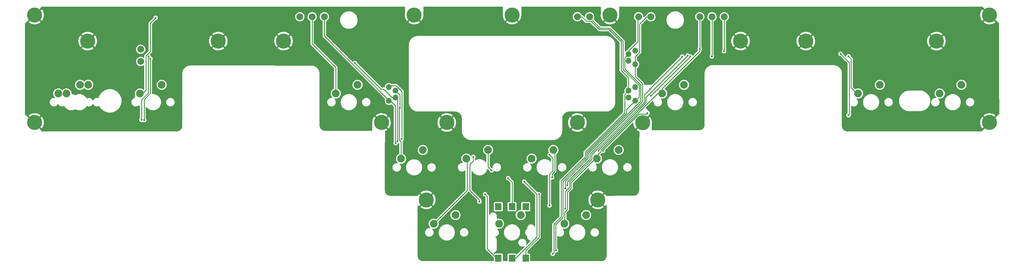
<source format=gtl>
G04 #@! TF.GenerationSoftware,KiCad,Pcbnew,(6.0.10-0)*
G04 #@! TF.CreationDate,2023-03-16T17:33:26+09:00*
G04 #@! TF.ProjectId,Sandy_Middle,53616e64-795f-44d6-9964-646c652e6b69,v.0*
G04 #@! TF.SameCoordinates,Original*
G04 #@! TF.FileFunction,Copper,L1,Top*
G04 #@! TF.FilePolarity,Positive*
%FSLAX46Y46*%
G04 Gerber Fmt 4.6, Leading zero omitted, Abs format (unit mm)*
G04 Created by KiCad (PCBNEW (6.0.10-0)) date 2023-03-16 17:33:26*
%MOMM*%
%LPD*%
G01*
G04 APERTURE LIST*
G04 #@! TA.AperFunction,ComponentPad*
%ADD10C,4.400000*%
G04 #@! TD*
G04 #@! TA.AperFunction,ComponentPad*
%ADD11C,2.250000*%
G04 #@! TD*
G04 #@! TA.AperFunction,SMDPad,CuDef*
%ADD12R,1.900000X2.000000*%
G04 #@! TD*
G04 #@! TA.AperFunction,ComponentPad*
%ADD13O,1.700000X1.700000*%
G04 #@! TD*
G04 #@! TA.AperFunction,ComponentPad*
%ADD14C,2.000000*%
G04 #@! TD*
G04 #@! TA.AperFunction,ViaPad*
%ADD15C,0.600000*%
G04 #@! TD*
G04 #@! TA.AperFunction,Conductor*
%ADD16C,0.254000*%
G04 #@! TD*
G04 APERTURE END LIST*
D10*
X192508435Y-24133530D03*
D11*
X179173435Y-85185280D03*
X185523435Y-82645280D03*
X207748435Y-47085280D03*
X214098435Y-44545280D03*
X188698435Y-66135280D03*
X195048435Y-63595280D03*
X131548435Y-66160320D03*
X137898435Y-63620320D03*
X169648435Y-66135280D03*
X175998435Y-63595280D03*
X150598435Y-66135280D03*
X156948435Y-63595280D03*
X33917185Y-47085280D03*
X40267185Y-44545280D03*
X264898435Y-47085280D03*
X271248435Y-44545280D03*
D10*
X144883435Y-55578405D03*
X40108435Y-31765905D03*
X135358435Y-24133530D03*
D11*
X112498435Y-47085280D03*
X118848435Y-44545280D03*
D10*
X97258435Y-31765905D03*
D11*
X141073435Y-85185280D03*
X147423435Y-82645280D03*
D10*
X182983435Y-55578405D03*
X230608435Y-31765905D03*
D11*
X160123435Y-85185280D03*
X166473435Y-82645280D03*
X31535935Y-47085280D03*
X37885935Y-44545280D03*
X55348435Y-47085280D03*
X61698435Y-44545280D03*
D12*
X167933435Y-80225280D03*
X163933435Y-80225280D03*
X159933435Y-80225280D03*
X167933435Y-95225280D03*
X163933435Y-95225280D03*
X159933435Y-95225280D03*
D11*
X288710935Y-47085280D03*
X295060935Y-44545280D03*
D10*
X287758435Y-31765905D03*
X78208435Y-31765905D03*
D13*
X199852185Y-49244030D03*
X197952185Y-48244030D03*
X197952185Y-46244030D03*
X199852185Y-45244030D03*
D14*
X182983435Y-24622155D03*
D10*
X303236560Y-24133530D03*
D14*
X102020935Y-24622155D03*
D10*
X202033435Y-55625280D03*
X303236560Y-55587780D03*
X138930310Y-78200280D03*
D14*
X55586560Y-37719030D03*
D10*
X249658435Y-31765905D03*
X188936560Y-78200280D03*
D14*
X105592810Y-24622155D03*
D10*
X24630310Y-55587780D03*
D14*
X55586560Y-34147155D03*
X218702185Y-24622155D03*
D10*
X163933435Y-24133530D03*
X125833435Y-55578405D03*
X24630310Y-24133530D03*
D13*
X128014685Y-45244030D03*
X129914685Y-46244030D03*
X129914685Y-48244030D03*
X128014685Y-49244030D03*
X199852185Y-38528405D03*
X197952185Y-37528405D03*
X197952185Y-35528405D03*
X199852185Y-34528405D03*
D14*
X186555310Y-24622155D03*
X204414685Y-24622155D03*
X225845935Y-24622155D03*
X109164685Y-24622155D03*
X200842810Y-24622155D03*
X222274060Y-24622155D03*
D15*
X171807435Y-76549280D03*
X167489435Y-72866280D03*
X159933435Y-80225280D03*
X156059435Y-76549280D03*
X259784035Y-35499180D03*
X215183808Y-35991355D03*
X131675435Y-60420280D03*
X55817231Y-54798131D03*
X262104435Y-53435280D03*
X189206433Y-63849282D03*
X174855435Y-79851280D03*
X57841090Y-36263830D03*
X174913635Y-65050480D03*
X58396435Y-36893530D03*
X152630435Y-65627280D03*
X130532435Y-61055280D03*
X118086435Y-38163530D03*
X154408435Y-78708280D03*
X56618435Y-54847155D03*
X190476435Y-63849280D03*
X203430435Y-52800280D03*
X162790435Y-71850280D03*
X179426669Y-74897514D03*
X180062435Y-73897155D03*
X157964435Y-69564280D03*
X175617435Y-71596280D03*
X176755135Y-92947155D03*
X175793310Y-93997155D03*
X59920435Y-24955530D03*
X131167435Y-51276280D03*
X129964839Y-61622876D03*
X218702185Y-33972530D03*
X204470185Y-47744030D03*
X222226435Y-36226780D03*
X262117660Y-36213555D03*
X215931935Y-36282280D03*
X213590435Y-36290280D03*
X167933435Y-80225280D03*
X225782435Y-34702780D03*
X179420467Y-80745716D03*
X204136685Y-45854780D03*
X199652185Y-59150280D03*
X118086435Y-35369530D03*
X293092435Y-44513530D03*
X22249060Y-40100280D03*
X273280435Y-44259530D03*
X54840435Y-51117530D03*
X199652185Y-75819030D03*
X78208435Y-35369530D03*
X59158435Y-35274280D03*
X204192435Y-50609530D03*
X159996435Y-75914280D03*
X211558435Y-22240905D03*
X227052435Y-34448780D03*
X230608435Y-22240905D03*
X304427185Y-52006530D03*
X40108435Y-22240905D03*
X132977185Y-41290905D03*
X97258435Y-22240905D03*
X217908435Y-37242780D03*
X173458435Y-29384655D03*
X205605310Y-56769030D03*
X161901435Y-95472280D03*
X167108435Y-67373530D03*
X299664685Y-22240905D03*
X66302185Y-56769030D03*
X118848435Y-27241530D03*
X268708435Y-22240905D03*
X304427185Y-28194030D03*
X240006435Y-38068280D03*
X200890435Y-41624280D03*
X190127185Y-94869030D03*
X150836560Y-61531530D03*
X286234435Y-46291530D03*
X148820435Y-73882280D03*
X78208435Y-23431530D03*
X136549060Y-53197155D03*
X97258435Y-35369530D03*
X163806435Y-27241530D03*
X223464685Y-38068280D03*
X268708435Y-30575280D03*
X149328435Y-82010280D03*
X218702185Y-40100280D03*
X122261560Y-56769030D03*
X177030310Y-61531530D03*
X203176435Y-35877530D03*
X66302185Y-41290905D03*
X148820435Y-75914280D03*
X47252185Y-56769030D03*
X190984435Y-80740280D03*
X138660435Y-22240905D03*
X163933435Y-61531530D03*
X57634435Y-52133530D03*
X137739685Y-81772155D03*
X191746435Y-76422280D03*
X173458435Y-95472280D03*
X176506435Y-76676280D03*
X105592810Y-37909530D03*
X216638435Y-47815530D03*
X132977185Y-49625280D03*
X147042435Y-62801530D03*
X305617810Y-40100280D03*
X284710435Y-40608280D03*
X213590435Y-51879530D03*
X185142435Y-62706280D03*
X268708435Y-52895530D03*
X194952185Y-49625280D03*
X132977185Y-32956530D03*
X28202185Y-56769030D03*
X128214685Y-59150280D03*
X69874060Y-37909530D03*
X172442435Y-65595530D03*
X287758435Y-22240905D03*
X191317810Y-53197155D03*
X179411560Y-53197155D03*
X110974435Y-35369530D03*
X136549060Y-29384655D03*
X194889685Y-32956530D03*
X23439685Y-52006530D03*
X132056435Y-22240905D03*
X269216435Y-45529530D03*
X41632435Y-52546280D03*
X281805310Y-56769030D03*
X109164685Y-56769030D03*
X194952185Y-41290905D03*
X159996435Y-92932280D03*
X23439685Y-28194030D03*
X128214685Y-75819030D03*
X152884435Y-79565530D03*
X257532435Y-34448780D03*
X183999435Y-71596280D03*
X57380435Y-30575280D03*
X119864435Y-53149530D03*
X256802185Y-38068280D03*
X218702185Y-56769030D03*
X249658435Y-23431530D03*
X299664685Y-56769030D03*
X204954435Y-53911530D03*
X56110435Y-39592280D03*
X151233435Y-76422280D03*
X268200435Y-42735530D03*
X192000435Y-63722280D03*
X59158435Y-22240905D03*
X198858435Y-56705530D03*
X189206435Y-22240905D03*
X187682435Y-84931280D03*
X294108435Y-52228780D03*
X137739685Y-94869030D03*
X136628435Y-27241530D03*
X269470435Y-40608280D03*
X157964435Y-67373530D03*
X204446435Y-44005530D03*
X126722435Y-44005530D03*
X209272435Y-45783530D03*
X88924060Y-37909530D03*
X107418435Y-27241530D03*
X191317810Y-29384655D03*
X135358435Y-75819030D03*
X182545122Y-76009544D03*
X261564685Y-56769030D03*
X113514435Y-27241530D03*
X40108435Y-35369530D03*
X193778435Y-27241530D03*
X154408435Y-29384655D03*
X109164685Y-40100280D03*
X152630435Y-70961280D03*
X195810435Y-22240905D03*
X160361560Y-22240905D03*
X154408435Y-95472280D03*
X183918549Y-80468580D03*
X174982435Y-91916280D03*
X116308435Y-22240905D03*
X240260435Y-34448780D03*
X203176435Y-38163530D03*
X195048435Y-65595530D03*
X28202185Y-22240905D03*
X167505310Y-22240905D03*
X261564685Y-41290905D03*
X214098435Y-46545530D03*
X211558435Y-35877530D03*
X148455310Y-53197155D03*
D16*
X171807435Y-89122280D02*
X167933435Y-92996280D01*
X171807435Y-76549280D02*
X171807435Y-89122280D01*
X167933435Y-92996280D02*
X167933435Y-95225280D01*
X164991898Y-95225280D02*
X163933435Y-95225280D01*
X167489435Y-72866280D02*
X171172435Y-76549280D01*
X171172435Y-76549280D02*
X171172435Y-89044743D01*
X171172435Y-89044743D02*
X164991898Y-95225280D01*
X159374972Y-95225280D02*
X159933435Y-95225280D01*
X156694435Y-77184280D02*
X156694435Y-92544743D01*
X156694435Y-92544743D02*
X159374972Y-95225280D01*
X156059435Y-76549280D02*
X156694435Y-77184280D01*
X215183808Y-35991355D02*
X202998136Y-48177027D01*
X174855435Y-70696408D02*
X174855435Y-79851280D01*
X200607048Y-52181678D02*
X189206433Y-63582293D01*
X57756135Y-46960687D02*
X55817231Y-48899591D01*
X262358435Y-53181280D02*
X262358435Y-38073580D01*
X174913635Y-65050480D02*
X175829336Y-65966181D01*
X57841090Y-36263830D02*
X57756135Y-36348785D01*
X128491185Y-44767530D02*
X130107240Y-44767530D01*
X202998136Y-48177027D02*
X202998136Y-49814451D01*
X189206433Y-63582293D02*
X189206433Y-63849282D01*
X131802435Y-60293280D02*
X131675435Y-60420280D01*
X57756135Y-36348785D02*
X57756135Y-46960687D01*
X262358435Y-38073580D02*
X259784035Y-35499180D01*
X131802435Y-46462725D02*
X131802435Y-60293280D01*
X200630910Y-52181678D02*
X200607048Y-52181678D01*
X175829336Y-69722507D02*
X174855435Y-70696408D01*
X55817231Y-48899591D02*
X55817231Y-54798131D01*
X175829336Y-65966181D02*
X175829336Y-69722507D01*
X262104435Y-53435280D02*
X262358435Y-53181280D01*
X202998136Y-49814451D02*
X200630910Y-52181678D01*
X128014685Y-45244030D02*
X128491185Y-44767530D01*
X130107240Y-44767530D02*
X131802435Y-46462725D01*
X190476435Y-63604036D02*
X190476435Y-63849280D01*
X151614435Y-67786280D02*
X152630435Y-66770280D01*
X154408435Y-78200280D02*
X151614435Y-75406280D01*
X203135635Y-53095080D02*
X200985391Y-53095080D01*
X130532435Y-48861780D02*
X130532435Y-61055280D01*
X58396435Y-47034319D02*
X56567136Y-48863618D01*
X125706435Y-45783530D02*
X118086435Y-38163530D01*
X128933338Y-48244030D02*
X126472838Y-45783530D01*
X126472838Y-45783530D02*
X125706435Y-45783530D01*
X154408435Y-78708280D02*
X154408435Y-78200280D01*
X152630435Y-66770280D02*
X152630435Y-65627280D01*
X203430435Y-52800280D02*
X203135635Y-53095080D01*
X151614435Y-75406280D02*
X151614435Y-67786280D01*
X58396435Y-36893530D02*
X58396435Y-47034319D01*
X129914685Y-48244030D02*
X128933338Y-48244030D01*
X56567136Y-48863618D02*
X56567136Y-54795856D01*
X200985391Y-53095080D02*
X190476435Y-63604036D01*
X56567136Y-54795856D02*
X56618435Y-54847155D01*
X129914685Y-48244030D02*
X130532435Y-48861780D01*
X163933435Y-72993280D02*
X163933435Y-80225280D01*
X162790435Y-71850280D02*
X163933435Y-72993280D01*
X197952185Y-35528405D02*
X196771985Y-36708605D01*
X197952185Y-34624780D02*
X197952185Y-35528405D01*
X200636435Y-31940530D02*
X197952185Y-34624780D01*
X196771985Y-36708605D02*
X196771985Y-39848903D01*
X186182837Y-66005622D02*
X179426669Y-72761790D01*
X179426669Y-72761790D02*
X179426669Y-74897514D01*
X186182837Y-64608622D02*
X186182837Y-66005622D01*
X201501033Y-44577951D02*
X201501033Y-49290426D01*
X200636435Y-24828530D02*
X200636435Y-31940530D01*
X201501033Y-49290426D02*
X186182837Y-64608622D01*
X196771985Y-39848903D02*
X201501033Y-44577951D01*
X200842810Y-24622155D02*
X200636435Y-24828530D01*
X203255810Y-24622155D02*
X201144435Y-26733530D01*
X204414685Y-24622155D02*
X203255810Y-24622155D01*
X199852185Y-38528405D02*
X199852185Y-42110030D01*
X201144435Y-26733530D02*
X201144435Y-35020280D01*
X201957734Y-44215579D02*
X201957734Y-49479597D01*
X201957734Y-49479597D02*
X186639538Y-64797795D01*
X199852185Y-42110030D02*
X201957734Y-44215579D01*
X180062435Y-72866280D02*
X180062435Y-73897155D01*
X199852185Y-36312530D02*
X199852185Y-38528405D01*
X186639538Y-64797795D02*
X186639538Y-66289177D01*
X186639538Y-66289177D02*
X180062435Y-72866280D01*
X201144435Y-35020280D02*
X199852185Y-36312530D01*
X156948435Y-63595280D02*
X156948435Y-68548280D01*
X156948435Y-68548280D02*
X157964435Y-69564280D01*
X176379435Y-69818280D02*
X175617435Y-70580280D01*
X176379435Y-63976280D02*
X176379435Y-69818280D01*
X175998435Y-63595280D02*
X176379435Y-63976280D01*
X175617435Y-70580280D02*
X175617435Y-71596280D01*
X197334435Y-51761780D02*
X197334435Y-52811152D01*
X185726136Y-65816451D02*
X178741136Y-72801451D01*
X199852185Y-49244030D02*
X197334435Y-51761780D01*
X186555310Y-24844405D02*
X189619185Y-27908280D01*
X192413185Y-27908280D02*
X196315284Y-31810379D01*
X189619185Y-27908280D02*
X192413185Y-27908280D01*
X201032385Y-44755175D02*
X201032385Y-48063830D01*
X176633435Y-85450152D02*
X176633435Y-92825455D01*
X197334435Y-52811152D02*
X185726136Y-64419451D01*
X185726136Y-64419451D02*
X185726136Y-65816451D01*
X176633435Y-92825455D02*
X176755135Y-92947155D01*
X196315284Y-40038074D02*
X201032385Y-44755175D01*
X178741136Y-72801451D02*
X178741136Y-83342451D01*
X196315284Y-31810379D02*
X196315284Y-40038074D01*
X201032385Y-48063830D02*
X199852185Y-49244030D01*
X186555310Y-24622155D02*
X186555310Y-24844405D01*
X178741136Y-83342451D02*
X176633435Y-85450152D01*
X178284435Y-72612280D02*
X178284435Y-83153280D01*
X176125435Y-93665030D02*
X175793310Y-93997155D01*
X195810435Y-31951402D02*
X195810435Y-40354280D01*
X196771985Y-52727730D02*
X185269435Y-64230280D01*
X184281216Y-24622155D02*
X185611416Y-25952355D01*
X197952185Y-42496030D02*
X197952185Y-46244030D01*
X186996510Y-25952355D02*
X189409136Y-28364981D01*
X192224014Y-28364981D02*
X195810435Y-31951402D01*
X195810435Y-40354280D02*
X197952185Y-42496030D01*
X197952185Y-46244030D02*
X196771985Y-47424230D01*
X176125435Y-85312280D02*
X176125435Y-93665030D01*
X178284435Y-83153280D02*
X176125435Y-85312280D01*
X185611416Y-25952355D02*
X186996510Y-25952355D01*
X196771985Y-47424230D02*
X196771985Y-52727730D01*
X189409136Y-28364981D02*
X192224014Y-28364981D01*
X185269435Y-64230280D02*
X185269435Y-65627280D01*
X185269435Y-65627280D02*
X178284435Y-72612280D01*
X182983435Y-24622155D02*
X184281216Y-24622155D01*
X58396435Y-26479530D02*
X59920435Y-24955530D01*
X55348435Y-47085280D02*
X56078685Y-47085280D01*
X57126435Y-46037530D02*
X57126435Y-36036280D01*
X58396435Y-34766280D02*
X58396435Y-26479530D01*
X56078685Y-47085280D02*
X57126435Y-46037530D01*
X57126435Y-36036280D02*
X58396435Y-34766280D01*
X131045735Y-60681111D02*
X131045735Y-51397980D01*
X131548435Y-66160320D02*
X131548435Y-61183811D01*
X131045735Y-51397980D02*
X131167435Y-51276280D01*
X112498435Y-39433530D02*
X112498435Y-47085280D01*
X129914685Y-46244030D02*
X131167435Y-47496780D01*
X105592810Y-24622155D02*
X105592810Y-32527905D01*
X131548435Y-61183811D02*
X131045735Y-60681111D01*
X131167435Y-47496780D02*
X131167435Y-51276280D01*
X105592810Y-32527905D02*
X112498435Y-39433530D01*
X129902735Y-61441580D02*
X130024435Y-61563280D01*
X128014685Y-49107780D02*
X128014685Y-49244030D01*
X150852435Y-75406280D02*
X141073435Y-85185280D01*
X130024435Y-61563280D02*
X129964839Y-61622876D01*
X128404935Y-49244030D02*
X129902735Y-50741830D01*
X128014685Y-49244030D02*
X128404935Y-49244030D01*
X129902735Y-50741830D02*
X129902735Y-61441580D01*
X150598435Y-66135280D02*
X150852435Y-66389280D01*
X109164685Y-30257780D02*
X128014685Y-49107780D01*
X109164685Y-24622155D02*
X109164685Y-30257780D01*
X150852435Y-66389280D02*
X150852435Y-75406280D01*
X206373180Y-47085280D02*
X200820081Y-52638379D01*
X207748435Y-45624780D02*
X218702185Y-34671030D01*
X179300435Y-85058280D02*
X179173435Y-85185280D01*
X207748435Y-47085280D02*
X207748435Y-45624780D01*
X207748435Y-47085280D02*
X206373180Y-47085280D01*
X180062435Y-80994280D02*
X179300435Y-81756280D01*
X181148836Y-73178278D02*
X181148836Y-74827879D01*
X218702185Y-34671030D02*
X218702185Y-33972530D01*
X188698435Y-65253113D02*
X188698435Y-66135280D01*
X189841435Y-63593164D02*
X189841435Y-64110113D01*
X200820081Y-52638379D02*
X200796220Y-52638379D01*
X179300435Y-81756280D02*
X179300435Y-85058280D01*
X200796220Y-52638379D02*
X189841435Y-63593164D01*
X218702185Y-24622155D02*
X218702185Y-33972530D01*
X188191834Y-66135280D02*
X181148836Y-73178278D01*
X188698435Y-66135280D02*
X188191834Y-66135280D01*
X181148836Y-74827879D02*
X180062435Y-75914280D01*
X180062435Y-75914280D02*
X180062435Y-80994280D01*
X189841435Y-64110113D02*
X188698435Y-65253113D01*
X262866435Y-45370780D02*
X262866435Y-36962330D01*
X222274060Y-36179155D02*
X222226435Y-36226780D01*
X262866435Y-36962330D02*
X262117660Y-36213555D01*
X264898435Y-47085280D02*
X264580935Y-47085280D01*
X264580935Y-47085280D02*
X262866435Y-45370780D01*
X222274060Y-24622155D02*
X222274060Y-36179155D01*
X204470185Y-47744030D02*
X215931935Y-36282280D01*
X179421233Y-80744950D02*
X179420467Y-80745716D01*
X225845935Y-24622155D02*
X225845935Y-34639280D01*
X187174435Y-66400152D02*
X180692135Y-72882452D01*
X213590435Y-36290280D02*
X213574560Y-36290280D01*
X180692135Y-74522580D02*
X179421233Y-75793482D01*
X204136685Y-45854780D02*
X202541435Y-47450030D01*
X225845935Y-34639280D02*
X225782435Y-34702780D01*
X202541435Y-49601418D02*
X187174435Y-64968418D01*
X213574560Y-36290280D02*
X204136685Y-45728155D01*
X187174435Y-64968418D02*
X187174435Y-66400152D01*
X179421233Y-75793482D02*
X179421233Y-80744950D01*
X202541435Y-47450030D02*
X202541435Y-49601418D01*
X204136685Y-45728155D02*
X204136685Y-45854780D01*
X180692135Y-72882452D02*
X180692135Y-74522580D01*
G04 #@! TA.AperFunction,Conductor*
G36*
X132636456Y-21726342D02*
G01*
X132682949Y-21779998D01*
X132694335Y-21832340D01*
X132694335Y-23634817D01*
X132692041Y-23658751D01*
X132669414Y-23775700D01*
X132668427Y-23783200D01*
X132645902Y-24101332D01*
X132645823Y-24108913D01*
X132661680Y-24427444D01*
X132662511Y-24434973D01*
X132716520Y-24749289D01*
X132718253Y-24756676D01*
X132809631Y-25062225D01*
X132812234Y-25069338D01*
X132939662Y-25361703D01*
X132943104Y-25368459D01*
X133104731Y-25643395D01*
X133108954Y-25649680D01*
X133259898Y-25847464D01*
X133271424Y-25855926D01*
X133283489Y-25849265D01*
X134962320Y-24170435D01*
X135024632Y-24136409D01*
X135051415Y-24133530D01*
X135665455Y-24133530D01*
X135733576Y-24153532D01*
X135754550Y-24170435D01*
X137431720Y-25847604D01*
X137444843Y-25854770D01*
X137455144Y-25847381D01*
X137559186Y-25719585D01*
X137563599Y-25713444D01*
X137733784Y-25443717D01*
X137737440Y-25437066D01*
X137873979Y-25148865D01*
X137876810Y-25141825D01*
X137977741Y-24839297D01*
X137979705Y-24831963D01*
X138043557Y-24519519D01*
X138044629Y-24511995D01*
X138070608Y-24192581D01*
X138070813Y-24188106D01*
X138071362Y-24135751D01*
X138071252Y-24131319D01*
X138066663Y-24055205D01*
X138066435Y-24047623D01*
X138066435Y-21832340D01*
X138086437Y-21764219D01*
X138140093Y-21717726D01*
X138192435Y-21706340D01*
X161102335Y-21706340D01*
X161170456Y-21726342D01*
X161216949Y-21779998D01*
X161228335Y-21832340D01*
X161228335Y-23991906D01*
X161228020Y-24000805D01*
X161220902Y-24101332D01*
X161220823Y-24108913D01*
X161236680Y-24427444D01*
X161237511Y-24434973D01*
X161291520Y-24749289D01*
X161293253Y-24756676D01*
X161384631Y-25062225D01*
X161387234Y-25069338D01*
X161514662Y-25361703D01*
X161518104Y-25368459D01*
X161679731Y-25643395D01*
X161683954Y-25649680D01*
X161834898Y-25847464D01*
X161846424Y-25855926D01*
X161858489Y-25849265D01*
X163585270Y-24122485D01*
X163647582Y-24088459D01*
X163674365Y-24085580D01*
X164192505Y-24085580D01*
X164260626Y-24105582D01*
X164281600Y-24122485D01*
X166006720Y-25847604D01*
X166019843Y-25854770D01*
X166030144Y-25847381D01*
X166134186Y-25719585D01*
X166138599Y-25713444D01*
X166308784Y-25443717D01*
X166312440Y-25437066D01*
X166448979Y-25148865D01*
X166451810Y-25141825D01*
X166552741Y-24839297D01*
X166554705Y-24831963D01*
X166618557Y-24519519D01*
X166619629Y-24511995D01*
X166645608Y-24192581D01*
X166645813Y-24188106D01*
X166646362Y-24135750D01*
X166646251Y-24131299D01*
X166645582Y-24120204D01*
X166648233Y-24085834D01*
X166648288Y-24085580D01*
X166651235Y-24085580D01*
X166651235Y-21832340D01*
X166671237Y-21764219D01*
X166724893Y-21717726D01*
X166777235Y-21706340D01*
X189702735Y-21706340D01*
X189770856Y-21726342D01*
X189817349Y-21779998D01*
X189828735Y-21832340D01*
X189828735Y-23715448D01*
X189826441Y-23739382D01*
X189819414Y-23775700D01*
X189818427Y-23783200D01*
X189795902Y-24101332D01*
X189795823Y-24108913D01*
X189811680Y-24427444D01*
X189812511Y-24434973D01*
X189866520Y-24749289D01*
X189868253Y-24756676D01*
X189959631Y-25062225D01*
X189962234Y-25069338D01*
X190089662Y-25361703D01*
X190093104Y-25368459D01*
X190254731Y-25643395D01*
X190258954Y-25649680D01*
X190409898Y-25847464D01*
X190421424Y-25855926D01*
X190433489Y-25849265D01*
X192112320Y-24170435D01*
X192174632Y-24136409D01*
X192201415Y-24133530D01*
X192815455Y-24133530D01*
X192883576Y-24153532D01*
X192904550Y-24170435D01*
X194581720Y-25847604D01*
X194594843Y-25854770D01*
X194605144Y-25847381D01*
X194709186Y-25719585D01*
X194713599Y-25713444D01*
X194883784Y-25443717D01*
X194887440Y-25437066D01*
X195023979Y-25148865D01*
X195026810Y-25141825D01*
X195127741Y-24839297D01*
X195129705Y-24831963D01*
X195193557Y-24519519D01*
X195194629Y-24511995D01*
X195220608Y-24192581D01*
X195220813Y-24188106D01*
X195221362Y-24135751D01*
X195221252Y-24131319D01*
X195201965Y-23811397D01*
X195201748Y-23809608D01*
X195200835Y-23794464D01*
X195200835Y-21832340D01*
X195220837Y-21764219D01*
X195274493Y-21717726D01*
X195326835Y-21706340D01*
X301080164Y-21706340D01*
X301148285Y-21726342D01*
X301168421Y-21742415D01*
X303124701Y-23662467D01*
X303125452Y-23663211D01*
X303236560Y-23774320D01*
X305309848Y-25847607D01*
X305344927Y-25866762D01*
X305369129Y-25872026D01*
X305397002Y-25892689D01*
X306016959Y-26501165D01*
X306051565Y-26563156D01*
X306054700Y-26590993D01*
X306067815Y-44567795D01*
X306073980Y-53017233D01*
X306054028Y-53085368D01*
X306037568Y-53105925D01*
X302446061Y-56737486D01*
X302445569Y-56737981D01*
X301522375Y-57661176D01*
X301518330Y-57668584D01*
X301497331Y-57696797D01*
X300965169Y-58234894D01*
X300903047Y-58269264D01*
X300832204Y-58264592D01*
X300816172Y-58257409D01*
X300778219Y-58237117D01*
X300746087Y-58219937D01*
X300603598Y-58176685D01*
X300532940Y-58169708D01*
X300522890Y-58168140D01*
X300517119Y-58166118D01*
X300511900Y-58165670D01*
X300498438Y-58165680D01*
X300485974Y-58165070D01*
X300472107Y-58163701D01*
X300465307Y-58162827D01*
X300465203Y-58162827D01*
X300455409Y-58161273D01*
X300436929Y-58164195D01*
X300417355Y-58165739D01*
X283998868Y-58177817D01*
X261846290Y-58194113D01*
X261826489Y-58192561D01*
X261818225Y-58191252D01*
X261818222Y-58191252D01*
X261808429Y-58189701D01*
X261798636Y-58191252D01*
X261788719Y-58191252D01*
X261788719Y-58191127D01*
X261774702Y-58191728D01*
X261583469Y-58178054D01*
X261565675Y-58175496D01*
X261522563Y-58166118D01*
X261354092Y-58129471D01*
X261336845Y-58124407D01*
X261317117Y-58117049D01*
X261133972Y-58048741D01*
X261117623Y-58041275D01*
X261099484Y-58031370D01*
X261055692Y-58007458D01*
X260927580Y-57937503D01*
X260912457Y-57927784D01*
X260813752Y-57853894D01*
X260739124Y-57798028D01*
X260725538Y-57786256D01*
X260572432Y-57633148D01*
X260560659Y-57619561D01*
X260560178Y-57618918D01*
X260430904Y-57446225D01*
X260421185Y-57431102D01*
X260317414Y-57241051D01*
X260309947Y-57224699D01*
X260234286Y-57021832D01*
X260229222Y-57004586D01*
X260207280Y-56903708D01*
X260183200Y-56793002D01*
X260180643Y-56775212D01*
X260180269Y-56769973D01*
X260166964Y-56583871D01*
X260167561Y-56569963D01*
X260167423Y-56569963D01*
X260167423Y-56560043D01*
X260168974Y-56550251D01*
X260166086Y-56532013D01*
X260164535Y-56512306D01*
X260164535Y-55563163D01*
X300523948Y-55563163D01*
X300539805Y-55881694D01*
X300540636Y-55889223D01*
X300594645Y-56203539D01*
X300596378Y-56210926D01*
X300687756Y-56516475D01*
X300690359Y-56523588D01*
X300817787Y-56815953D01*
X300821229Y-56822709D01*
X300982856Y-57097645D01*
X300987079Y-57103930D01*
X301138023Y-57301714D01*
X301149549Y-57310176D01*
X301161614Y-57303515D01*
X302864540Y-55600590D01*
X302872152Y-55586649D01*
X302872021Y-55584814D01*
X302867770Y-55578200D01*
X301163005Y-53873436D01*
X301150070Y-53866372D01*
X301139509Y-53874032D01*
X301019326Y-54024852D01*
X301014970Y-54031050D01*
X300847619Y-54302544D01*
X300844039Y-54309220D01*
X300710516Y-54598854D01*
X300707766Y-54605905D01*
X300610004Y-54909488D01*
X300608121Y-54916821D01*
X300547539Y-55229950D01*
X300546552Y-55237450D01*
X300524027Y-55555582D01*
X300523948Y-55563163D01*
X260164535Y-55563163D01*
X260164535Y-41186595D01*
X260166085Y-41166892D01*
X260167425Y-41158428D01*
X260168974Y-41148644D01*
X260168756Y-41147265D01*
X260151612Y-40864138D01*
X260100220Y-40583782D01*
X260015413Y-40311664D01*
X259898426Y-40051751D01*
X259825668Y-39931399D01*
X259752937Y-39811093D01*
X259752936Y-39811091D01*
X259750966Y-39807833D01*
X259575182Y-39583465D01*
X259373637Y-39381920D01*
X259370647Y-39379577D01*
X259370642Y-39379573D01*
X259212712Y-39255841D01*
X259149270Y-39206136D01*
X258905352Y-39058676D01*
X258809668Y-39015608D01*
X258648916Y-38943252D01*
X258648908Y-38943249D01*
X258645440Y-38941688D01*
X258573062Y-38919131D01*
X258376958Y-38858014D01*
X258376955Y-38858013D01*
X258373322Y-38856881D01*
X258092966Y-38805488D01*
X258089183Y-38805259D01*
X258089175Y-38805258D01*
X257820923Y-38789016D01*
X257809807Y-38788343D01*
X257808459Y-38788129D01*
X257798655Y-38789681D01*
X257790286Y-38791006D01*
X257770546Y-38792556D01*
X237108379Y-38786247D01*
X222526418Y-38781794D01*
X222506742Y-38780242D01*
X222498239Y-38778895D01*
X222498238Y-38778895D01*
X222488441Y-38777343D01*
X222486541Y-38777644D01*
X222465854Y-38778895D01*
X222207728Y-38794504D01*
X222207725Y-38794504D01*
X222203928Y-38794734D01*
X222084358Y-38816644D01*
X221927321Y-38845419D01*
X221927315Y-38845421D01*
X221923563Y-38846108D01*
X221651435Y-38930902D01*
X221647959Y-38932466D01*
X221647952Y-38932469D01*
X221525796Y-38987445D01*
X221391512Y-39047879D01*
X221354265Y-39070395D01*
X221167270Y-39183434D01*
X221147584Y-39195334D01*
X220923208Y-39371116D01*
X220920511Y-39373813D01*
X220783159Y-39511162D01*
X220721657Y-39572662D01*
X220545869Y-39797033D01*
X220398408Y-40040957D01*
X220396851Y-40044417D01*
X220396846Y-40044426D01*
X220341446Y-40167518D01*
X220281424Y-40300877D01*
X220280289Y-40304520D01*
X220280288Y-40304522D01*
X220241983Y-40427442D01*
X220196623Y-40573003D01*
X220195937Y-40576749D01*
X220195935Y-40576755D01*
X220154782Y-40801313D01*
X220145242Y-40853366D01*
X220145013Y-40857156D01*
X220145012Y-40857162D01*
X220128783Y-41125411D01*
X220128111Y-41136520D01*
X220127896Y-41137879D01*
X220129446Y-41147666D01*
X220129446Y-41147668D01*
X220130784Y-41156114D01*
X220132335Y-41175824D01*
X220132335Y-56174940D01*
X220130784Y-56194650D01*
X220127896Y-56212885D01*
X220129447Y-56222678D01*
X220129447Y-56232595D01*
X220129322Y-56232595D01*
X220129923Y-56246612D01*
X220121109Y-56369867D01*
X220116247Y-56437850D01*
X220113689Y-56455643D01*
X220081611Y-56603115D01*
X220067664Y-56667230D01*
X220062599Y-56684478D01*
X220034064Y-56760987D01*
X219986933Y-56887355D01*
X219979465Y-56903707D01*
X219878690Y-57088270D01*
X219875697Y-57093751D01*
X219865981Y-57108871D01*
X219841608Y-57141430D01*
X219736217Y-57282218D01*
X219724444Y-57295805D01*
X219571334Y-57448918D01*
X219557749Y-57460690D01*
X219384404Y-57590459D01*
X219369298Y-57600167D01*
X219179245Y-57703948D01*
X219162898Y-57711414D01*
X218960012Y-57787090D01*
X218942772Y-57792152D01*
X218731189Y-57838182D01*
X218713400Y-57840741D01*
X218522381Y-57854406D01*
X218508137Y-57853795D01*
X218508137Y-57853894D01*
X218498223Y-57853894D01*
X218488429Y-57852343D01*
X218478637Y-57853894D01*
X218478635Y-57853894D01*
X218470044Y-57855255D01*
X218450419Y-57856807D01*
X204833378Y-57865838D01*
X204765245Y-57845881D01*
X204718716Y-57792256D01*
X204707296Y-57740241D01*
X204707287Y-57737506D01*
X204702068Y-56105101D01*
X204704619Y-56079471D01*
X204718558Y-56011266D01*
X204719629Y-56003745D01*
X204745608Y-55684331D01*
X204745813Y-55679856D01*
X204746362Y-55627501D01*
X204746252Y-55623069D01*
X204726964Y-55303133D01*
X204726056Y-55295631D01*
X204668754Y-54981873D01*
X204666953Y-54974540D01*
X204572370Y-54669935D01*
X204569698Y-54662863D01*
X204439216Y-54371850D01*
X204435699Y-54365123D01*
X204271206Y-54091901D01*
X204266916Y-54085657D01*
X204131426Y-53911927D01*
X204119634Y-53903458D01*
X204107921Y-53910005D01*
X202460550Y-55557375D01*
X202398238Y-55591401D01*
X202371455Y-55594280D01*
X202009415Y-55594280D01*
X201941294Y-55574278D01*
X201894801Y-55520622D01*
X201884697Y-55450348D01*
X201914191Y-55385768D01*
X201920320Y-55379185D01*
X202033435Y-55266070D01*
X203747994Y-53551510D01*
X203755006Y-53538670D01*
X203753160Y-53536139D01*
X203729183Y-53469313D01*
X203745141Y-53400133D01*
X203785236Y-53356950D01*
X203789396Y-53354186D01*
X203796182Y-53350773D01*
X203855670Y-53299966D01*
X203911162Y-53252572D01*
X203911164Y-53252569D01*
X203916936Y-53247640D01*
X204009603Y-53118680D01*
X204014731Y-53105925D01*
X204066000Y-52978388D01*
X204066000Y-52978387D01*
X204068834Y-52971338D01*
X204091209Y-52814121D01*
X204091354Y-52800280D01*
X204076612Y-52678455D01*
X204073189Y-52650172D01*
X204073189Y-52650170D01*
X204072276Y-52642629D01*
X204059318Y-52608336D01*
X204053950Y-52537543D01*
X204060427Y-52521498D01*
X204060342Y-52515334D01*
X204065435Y-52514530D01*
X203960951Y-52410046D01*
X203946206Y-52392318D01*
X203930500Y-52369465D01*
X203930499Y-52369463D01*
X203926198Y-52363206D01*
X203910768Y-52349458D01*
X203818057Y-52266857D01*
X203812780Y-52261875D01*
X202935381Y-51384476D01*
X202901355Y-51322164D01*
X202906420Y-51251349D01*
X202935381Y-51206286D01*
X204789191Y-49352476D01*
X204851503Y-49318450D01*
X204922318Y-49323515D01*
X204967381Y-49352476D01*
X205207242Y-49592337D01*
X205241268Y-49654649D01*
X205243234Y-49666293D01*
X205269370Y-49882275D01*
X205333989Y-50092320D01*
X205336559Y-50097300D01*
X205336561Y-50097304D01*
X205409550Y-50238717D01*
X205434782Y-50287603D01*
X205568563Y-50461950D01*
X205572709Y-50465723D01*
X205572714Y-50465728D01*
X205681000Y-50564260D01*
X205731105Y-50609852D01*
X205735861Y-50612835D01*
X205735863Y-50612837D01*
X205912512Y-50723649D01*
X205912516Y-50723651D01*
X205917268Y-50726632D01*
X206121170Y-50808600D01*
X206336364Y-50853164D01*
X206340977Y-50853430D01*
X206390315Y-50856275D01*
X206390319Y-50856275D01*
X206392138Y-50856380D01*
X206534191Y-50856380D01*
X206536977Y-50856131D01*
X206536985Y-50856131D01*
X206631708Y-50847677D01*
X206697325Y-50841821D01*
X206702741Y-50840339D01*
X206702743Y-50840339D01*
X206796042Y-50814815D01*
X206909297Y-50783832D01*
X206914355Y-50781420D01*
X206914359Y-50781418D01*
X207102582Y-50691640D01*
X207102583Y-50691639D01*
X207107649Y-50689223D01*
X207143382Y-50663546D01*
X207281553Y-50564260D01*
X207281555Y-50564258D01*
X207286113Y-50560983D01*
X207439046Y-50403168D01*
X207561617Y-50220764D01*
X207649949Y-50019538D01*
X207701251Y-49805850D01*
X207707750Y-49693129D01*
X207711662Y-49625280D01*
X209203393Y-49625280D01*
X209203663Y-49629399D01*
X209220238Y-49882275D01*
X209223541Y-49932675D01*
X209224345Y-49936715D01*
X209224345Y-49936718D01*
X209278533Y-50209138D01*
X209283639Y-50234810D01*
X209284964Y-50238714D01*
X209284965Y-50238717D01*
X209355044Y-50445161D01*
X209382660Y-50526516D01*
X209430340Y-50623201D01*
X209509555Y-50783832D01*
X209518909Y-50802801D01*
X209552738Y-50853430D01*
X209681001Y-51045388D01*
X209690055Y-51058939D01*
X209692769Y-51062033D01*
X209692773Y-51062039D01*
X209819275Y-51206286D01*
X209893169Y-51290546D01*
X209896258Y-51293255D01*
X210121676Y-51490942D01*
X210121682Y-51490946D01*
X210124776Y-51493660D01*
X210128202Y-51495949D01*
X210128207Y-51495953D01*
X210287810Y-51602596D01*
X210380914Y-51664806D01*
X210384613Y-51666630D01*
X210384618Y-51666633D01*
X210490350Y-51718774D01*
X210657199Y-51801055D01*
X210661104Y-51802381D01*
X210661105Y-51802381D01*
X210944998Y-51898750D01*
X210945001Y-51898751D01*
X210948905Y-51900076D01*
X210952944Y-51900879D01*
X210952950Y-51900881D01*
X211246997Y-51959370D01*
X211247000Y-51959370D01*
X211251040Y-51960174D01*
X211255151Y-51960443D01*
X211255155Y-51960444D01*
X211479461Y-51975146D01*
X211479470Y-51975146D01*
X211481510Y-51975280D01*
X211635360Y-51975280D01*
X211637400Y-51975146D01*
X211637409Y-51975146D01*
X211861715Y-51960444D01*
X211861719Y-51960443D01*
X211865830Y-51960174D01*
X211869870Y-51959370D01*
X211869873Y-51959370D01*
X212163920Y-51900881D01*
X212163926Y-51900879D01*
X212167965Y-51900076D01*
X212171869Y-51898751D01*
X212171872Y-51898750D01*
X212455765Y-51802381D01*
X212455766Y-51802381D01*
X212459671Y-51801055D01*
X212626520Y-51718774D01*
X212732252Y-51666633D01*
X212732257Y-51666630D01*
X212735956Y-51664806D01*
X212829060Y-51602596D01*
X212988663Y-51495953D01*
X212988668Y-51495949D01*
X212992094Y-51493660D01*
X212995188Y-51490946D01*
X212995194Y-51490942D01*
X213220612Y-51293255D01*
X213223701Y-51290546D01*
X213297595Y-51206286D01*
X213424097Y-51062039D01*
X213424101Y-51062033D01*
X213426815Y-51058939D01*
X213435870Y-51045388D01*
X213564132Y-50853430D01*
X213597961Y-50802801D01*
X213607316Y-50783832D01*
X213686530Y-50623201D01*
X213734210Y-50526516D01*
X213761826Y-50445161D01*
X213831905Y-50238717D01*
X213831906Y-50238714D01*
X213833231Y-50234810D01*
X213838338Y-50209138D01*
X213892525Y-49936718D01*
X213892525Y-49936715D01*
X213893329Y-49932675D01*
X213896633Y-49882275D01*
X213910932Y-49664106D01*
X215402969Y-49664106D01*
X215429370Y-49882275D01*
X215493989Y-50092320D01*
X215496559Y-50097300D01*
X215496561Y-50097304D01*
X215569550Y-50238717D01*
X215594782Y-50287603D01*
X215728563Y-50461950D01*
X215732709Y-50465723D01*
X215732714Y-50465728D01*
X215841000Y-50564260D01*
X215891105Y-50609852D01*
X215895861Y-50612835D01*
X215895863Y-50612837D01*
X216072512Y-50723649D01*
X216072516Y-50723651D01*
X216077268Y-50726632D01*
X216281170Y-50808600D01*
X216496364Y-50853164D01*
X216500977Y-50853430D01*
X216550315Y-50856275D01*
X216550319Y-50856275D01*
X216552138Y-50856380D01*
X216694191Y-50856380D01*
X216696977Y-50856131D01*
X216696985Y-50856131D01*
X216791708Y-50847677D01*
X216857325Y-50841821D01*
X216862741Y-50840339D01*
X216862743Y-50840339D01*
X216956042Y-50814815D01*
X217069297Y-50783832D01*
X217074355Y-50781420D01*
X217074359Y-50781418D01*
X217262582Y-50691640D01*
X217262583Y-50691639D01*
X217267649Y-50689223D01*
X217303382Y-50663546D01*
X217441553Y-50564260D01*
X217441555Y-50564258D01*
X217446113Y-50560983D01*
X217599046Y-50403168D01*
X217721617Y-50220764D01*
X217809949Y-50019538D01*
X217861251Y-49805850D01*
X217867750Y-49693129D01*
X217873578Y-49592061D01*
X217873578Y-49592058D01*
X217873901Y-49586454D01*
X217847500Y-49368285D01*
X217782881Y-49158240D01*
X217741943Y-49078923D01*
X217684660Y-48967940D01*
X217684660Y-48967939D01*
X217682088Y-48962957D01*
X217548307Y-48788610D01*
X217544161Y-48784837D01*
X217544156Y-48784832D01*
X217389918Y-48644487D01*
X217385765Y-48640708D01*
X217381007Y-48637723D01*
X217204358Y-48526911D01*
X217204354Y-48526909D01*
X217199602Y-48523928D01*
X216995700Y-48441960D01*
X216780506Y-48397396D01*
X216775893Y-48397130D01*
X216726555Y-48394285D01*
X216726551Y-48394285D01*
X216724732Y-48394180D01*
X216582679Y-48394180D01*
X216579893Y-48394429D01*
X216579885Y-48394429D01*
X216499910Y-48401567D01*
X216419545Y-48408739D01*
X216414129Y-48410221D01*
X216414127Y-48410221D01*
X216331356Y-48432865D01*
X216207573Y-48466728D01*
X216202515Y-48469140D01*
X216202511Y-48469142D01*
X216014288Y-48558920D01*
X216009221Y-48561337D01*
X216004660Y-48564614D01*
X216004659Y-48564615D01*
X215851536Y-48674646D01*
X215830757Y-48689577D01*
X215677824Y-48847392D01*
X215555253Y-49029796D01*
X215466921Y-49231022D01*
X215415619Y-49444710D01*
X215415104Y-49453637D01*
X215404160Y-49643456D01*
X215402969Y-49664106D01*
X213910932Y-49664106D01*
X213913207Y-49629399D01*
X213913477Y-49625280D01*
X213902212Y-49453410D01*
X213893599Y-49322000D01*
X213893598Y-49321996D01*
X213893329Y-49317885D01*
X213892525Y-49313842D01*
X213834036Y-49019795D01*
X213834034Y-49019789D01*
X213833231Y-49015750D01*
X213825235Y-48992193D01*
X213735536Y-48727950D01*
X213735536Y-48727949D01*
X213734210Y-48724044D01*
X213669826Y-48593487D01*
X213599788Y-48451463D01*
X213599785Y-48451458D01*
X213597961Y-48447759D01*
X213540556Y-48361846D01*
X213429108Y-48195052D01*
X213429104Y-48195047D01*
X213426815Y-48191621D01*
X213424101Y-48188527D01*
X213424097Y-48188521D01*
X213226410Y-47963103D01*
X213223701Y-47960014D01*
X213165206Y-47908715D01*
X212995194Y-47759618D01*
X212995188Y-47759614D01*
X212992094Y-47756900D01*
X212988668Y-47754611D01*
X212988663Y-47754607D01*
X212773956Y-47611145D01*
X212735956Y-47585754D01*
X212732257Y-47583930D01*
X212732252Y-47583927D01*
X212590228Y-47513889D01*
X212459671Y-47449505D01*
X212412622Y-47433534D01*
X212171872Y-47351810D01*
X212171869Y-47351809D01*
X212167965Y-47350484D01*
X212163926Y-47349681D01*
X212163920Y-47349679D01*
X211869873Y-47291190D01*
X211869870Y-47291190D01*
X211865830Y-47290386D01*
X211861719Y-47290117D01*
X211861715Y-47290116D01*
X211637409Y-47275414D01*
X211637400Y-47275414D01*
X211635360Y-47275280D01*
X211481510Y-47275280D01*
X211479470Y-47275414D01*
X211479461Y-47275414D01*
X211255155Y-47290116D01*
X211255151Y-47290117D01*
X211251040Y-47290386D01*
X211247000Y-47291190D01*
X211246997Y-47291190D01*
X210952950Y-47349679D01*
X210952944Y-47349681D01*
X210948905Y-47350484D01*
X210945001Y-47351809D01*
X210944998Y-47351810D01*
X210704248Y-47433534D01*
X210657199Y-47449505D01*
X210526642Y-47513889D01*
X210384618Y-47583927D01*
X210384613Y-47583930D01*
X210380914Y-47585754D01*
X210342914Y-47611145D01*
X210128207Y-47754607D01*
X210128202Y-47754611D01*
X210124776Y-47756900D01*
X210121682Y-47759614D01*
X210121676Y-47759618D01*
X209951664Y-47908715D01*
X209893169Y-47960014D01*
X209890460Y-47963103D01*
X209692773Y-48188521D01*
X209692769Y-48188527D01*
X209690055Y-48191621D01*
X209687766Y-48195047D01*
X209687762Y-48195052D01*
X209576314Y-48361846D01*
X209518909Y-48447759D01*
X209517085Y-48451458D01*
X209517082Y-48451463D01*
X209447044Y-48593487D01*
X209382660Y-48724044D01*
X209381334Y-48727949D01*
X209381334Y-48727950D01*
X209291636Y-48992193D01*
X209283639Y-49015750D01*
X209282836Y-49019789D01*
X209282834Y-49019795D01*
X209224345Y-49313842D01*
X209223541Y-49317885D01*
X209223272Y-49321996D01*
X209223271Y-49322000D01*
X209214658Y-49453410D01*
X209203393Y-49625280D01*
X207711662Y-49625280D01*
X207713578Y-49592061D01*
X207713578Y-49592058D01*
X207713901Y-49586454D01*
X207687500Y-49368285D01*
X207622881Y-49158240D01*
X207581943Y-49078923D01*
X207524660Y-48967940D01*
X207524660Y-48967939D01*
X207522088Y-48962957D01*
X207388307Y-48788610D01*
X207384161Y-48784837D01*
X207384156Y-48784832D01*
X207351435Y-48755059D01*
X207314513Y-48694419D01*
X207316236Y-48623443D01*
X207356058Y-48564667D01*
X207421336Y-48536750D01*
X207461356Y-48538396D01*
X207572466Y-48561002D01*
X207577639Y-48561192D01*
X207577642Y-48561192D01*
X207810688Y-48569737D01*
X207810692Y-48569737D01*
X207815852Y-48569926D01*
X207820972Y-48569270D01*
X207820974Y-48569270D01*
X207901766Y-48558920D01*
X208057428Y-48538979D01*
X208062377Y-48537494D01*
X208062383Y-48537493D01*
X208285763Y-48470476D01*
X208290706Y-48468993D01*
X208326490Y-48451463D01*
X208426629Y-48402405D01*
X208509421Y-48361846D01*
X208567355Y-48320522D01*
X208703487Y-48223420D01*
X208703492Y-48223416D01*
X208707699Y-48220415D01*
X208739705Y-48188521D01*
X208845281Y-48083312D01*
X208880215Y-48048500D01*
X208883391Y-48044081D01*
X209019318Y-47854917D01*
X209022336Y-47850717D01*
X209039737Y-47815510D01*
X209105788Y-47681864D01*
X209130246Y-47632378D01*
X209173897Y-47488706D01*
X209199543Y-47404298D01*
X209199544Y-47404292D01*
X209201047Y-47399346D01*
X209230702Y-47174095D01*
X209232400Y-47161200D01*
X209232400Y-47161196D01*
X209232837Y-47157879D01*
X209233989Y-47110745D01*
X209234529Y-47088645D01*
X209234529Y-47088641D01*
X209234611Y-47085280D01*
X209214655Y-46842549D01*
X209155322Y-46606336D01*
X209077669Y-46427746D01*
X209060267Y-46387723D01*
X209060265Y-46387720D01*
X209058207Y-46382986D01*
X208967780Y-46243207D01*
X208928725Y-46182837D01*
X208928723Y-46182834D01*
X208925917Y-46178497D01*
X208762005Y-45998360D01*
X208757954Y-45995161D01*
X208757950Y-45995157D01*
X208574927Y-45850614D01*
X208574923Y-45850612D01*
X208570872Y-45847412D01*
X208566348Y-45844914D01*
X208566344Y-45844912D01*
X208484367Y-45799658D01*
X208434397Y-45749226D01*
X208419625Y-45679783D01*
X208444741Y-45613377D01*
X208456166Y-45600255D01*
X209547452Y-44508969D01*
X212612703Y-44508969D01*
X212613000Y-44514122D01*
X212613000Y-44514125D01*
X212616387Y-44572860D01*
X212626722Y-44752116D01*
X212627859Y-44757162D01*
X212627860Y-44757168D01*
X212649732Y-44854217D01*
X212680266Y-44989707D01*
X212682208Y-44994489D01*
X212682209Y-44994493D01*
X212753749Y-45170674D01*
X212771895Y-45215363D01*
X212823812Y-45300084D01*
X212888989Y-45406442D01*
X212899150Y-45423024D01*
X213058612Y-45607112D01*
X213062587Y-45610412D01*
X213062590Y-45610415D01*
X213119878Y-45657976D01*
X213245999Y-45762684D01*
X213456280Y-45885562D01*
X213461100Y-45887402D01*
X213461105Y-45887405D01*
X213612503Y-45945217D01*
X213683805Y-45972445D01*
X213688873Y-45973476D01*
X213688876Y-45973477D01*
X213795436Y-45995157D01*
X213922466Y-46021002D01*
X213927639Y-46021192D01*
X213927642Y-46021192D01*
X214160688Y-46029737D01*
X214160692Y-46029737D01*
X214165852Y-46029926D01*
X214170972Y-46029270D01*
X214170974Y-46029270D01*
X214266301Y-46017058D01*
X214407428Y-45998979D01*
X214412377Y-45997494D01*
X214412383Y-45997493D01*
X214635763Y-45930476D01*
X214640706Y-45928993D01*
X214665759Y-45916720D01*
X214821811Y-45840271D01*
X214859421Y-45821846D01*
X214910750Y-45785233D01*
X215053487Y-45683420D01*
X215053492Y-45683416D01*
X215057699Y-45680415D01*
X215064961Y-45673179D01*
X215226554Y-45512148D01*
X215230215Y-45508500D01*
X215372336Y-45310717D01*
X215376458Y-45302378D01*
X215457633Y-45138131D01*
X215480246Y-45092378D01*
X215515765Y-44975471D01*
X215549543Y-44864298D01*
X215549544Y-44864292D01*
X215551047Y-44859346D01*
X215582837Y-44617879D01*
X215584611Y-44545280D01*
X215564655Y-44302549D01*
X215511983Y-44092853D01*
X215506581Y-44071348D01*
X215506581Y-44071347D01*
X215505322Y-44066336D01*
X215413253Y-43854591D01*
X215410267Y-43847723D01*
X215410265Y-43847720D01*
X215408207Y-43842986D01*
X215275917Y-43638497D01*
X215112005Y-43458360D01*
X215107954Y-43455161D01*
X215107950Y-43455157D01*
X214924927Y-43310614D01*
X214924923Y-43310612D01*
X214920872Y-43307412D01*
X214707653Y-43189709D01*
X214702784Y-43187985D01*
X214702780Y-43187983D01*
X214482947Y-43110136D01*
X214482943Y-43110135D01*
X214478072Y-43108410D01*
X214472979Y-43107503D01*
X214472976Y-43107502D01*
X214371006Y-43089339D01*
X214238297Y-43065700D01*
X214146729Y-43064581D01*
X213999935Y-43062787D01*
X213999933Y-43062787D01*
X213994765Y-43062724D01*
X213754017Y-43099564D01*
X213522519Y-43175229D01*
X213517931Y-43177617D01*
X213517927Y-43177619D01*
X213311076Y-43285299D01*
X213306487Y-43287688D01*
X213302354Y-43290791D01*
X213302351Y-43290793D01*
X213280217Y-43307412D01*
X213111724Y-43433920D01*
X212943459Y-43609999D01*
X212806213Y-43811195D01*
X212804039Y-43815879D01*
X212804037Y-43815882D01*
X212705846Y-44027415D01*
X212705844Y-44027420D01*
X212703669Y-44032106D01*
X212638583Y-44266798D01*
X212638034Y-44271932D01*
X212638034Y-44271934D01*
X212636407Y-44287158D01*
X212612703Y-44508969D01*
X209547452Y-44508969D01*
X218995542Y-35060879D01*
X219004457Y-35053756D01*
X219004085Y-35053319D01*
X219010918Y-35047504D01*
X219018512Y-35042712D01*
X219052242Y-35004520D01*
X219057587Y-34998834D01*
X219068317Y-34988104D01*
X219074125Y-34980355D01*
X219080510Y-34972512D01*
X219083306Y-34969347D01*
X219110116Y-34938990D01*
X219113931Y-34930864D01*
X219116990Y-34926208D01*
X219122230Y-34917489D01*
X219124910Y-34912594D01*
X219130292Y-34905412D01*
X219145994Y-34863527D01*
X219149918Y-34854215D01*
X219165111Y-34821854D01*
X219168927Y-34813727D01*
X219170308Y-34804854D01*
X219171942Y-34799511D01*
X219174517Y-34789695D01*
X219175716Y-34784243D01*
X219178868Y-34775835D01*
X219180349Y-34755901D01*
X219182183Y-34731225D01*
X219183337Y-34721180D01*
X219184535Y-34713483D01*
X219185285Y-34708669D01*
X219185285Y-34694163D01*
X219185631Y-34684826D01*
X219188458Y-34646782D01*
X219189123Y-34637834D01*
X219187250Y-34629059D01*
X219186639Y-34620100D01*
X219186714Y-34620095D01*
X219185285Y-34606554D01*
X219185285Y-34465199D01*
X219208962Y-34391673D01*
X219246326Y-34339675D01*
X219281353Y-34290930D01*
X219288730Y-34272581D01*
X219337750Y-34150638D01*
X219337750Y-34150637D01*
X219340584Y-34143588D01*
X219362959Y-33986371D01*
X219363104Y-33972530D01*
X219362267Y-33965609D01*
X219349820Y-33862759D01*
X219344026Y-33814879D01*
X219287894Y-33666329D01*
X219219931Y-33567442D01*
X219207445Y-33549274D01*
X219185285Y-33477907D01*
X219185285Y-25974235D01*
X219205287Y-25906114D01*
X219255852Y-25861084D01*
X219308551Y-25835267D01*
X219394305Y-25793257D01*
X219394309Y-25793255D01*
X219398946Y-25790983D01*
X219471231Y-25739423D01*
X219576287Y-25664487D01*
X219580490Y-25661489D01*
X219592341Y-25649680D01*
X219660596Y-25581663D01*
X219738447Y-25504083D01*
X219868574Y-25322992D01*
X219888231Y-25283220D01*
X219965082Y-25127722D01*
X219965083Y-25127720D01*
X219967376Y-25123080D01*
X219985865Y-25062225D01*
X220030698Y-24914667D01*
X220030699Y-24914661D01*
X220032202Y-24909715D01*
X220045770Y-24806653D01*
X220060871Y-24691949D01*
X220060871Y-24691943D01*
X220061308Y-24688627D01*
X220062933Y-24622155D01*
X220060200Y-24588909D01*
X220913718Y-24588909D01*
X220914015Y-24594061D01*
X220914015Y-24594065D01*
X220915635Y-24622155D01*
X220926555Y-24811535D01*
X220927690Y-24816572D01*
X220927691Y-24816578D01*
X220953448Y-24930871D01*
X220975579Y-25029074D01*
X221059476Y-25235686D01*
X221175990Y-25425820D01*
X221179370Y-25429722D01*
X221318610Y-25590465D01*
X221318614Y-25590469D01*
X221321995Y-25594372D01*
X221325970Y-25597673D01*
X221325973Y-25597675D01*
X221344225Y-25612828D01*
X221493567Y-25736815D01*
X221686100Y-25849322D01*
X221690923Y-25851164D01*
X221690932Y-25851168D01*
X221709910Y-25858415D01*
X221766413Y-25901402D01*
X221790705Y-25968114D01*
X221790960Y-25976124D01*
X221790960Y-35678674D01*
X221770958Y-35746795D01*
X221747790Y-35773622D01*
X221735276Y-35784539D01*
X221643965Y-35914462D01*
X221641206Y-35921537D01*
X221641205Y-35921540D01*
X221591436Y-36049191D01*
X221586280Y-36062416D01*
X221585288Y-36069949D01*
X221585288Y-36069950D01*
X221566924Y-36209440D01*
X221565552Y-36219859D01*
X221571096Y-36270077D01*
X221581601Y-36365227D01*
X221582978Y-36377701D01*
X221585587Y-36384832D01*
X221585588Y-36384834D01*
X221602714Y-36431632D01*
X221637552Y-36526831D01*
X221641789Y-36533137D01*
X221641791Y-36533140D01*
X221675805Y-36583757D01*
X221726123Y-36658638D01*
X221731741Y-36663750D01*
X221837956Y-36760399D01*
X221837960Y-36760402D01*
X221843577Y-36765513D01*
X221850254Y-36769139D01*
X221850255Y-36769139D01*
X221976457Y-36837662D01*
X221976459Y-36837663D01*
X221983134Y-36841287D01*
X221990483Y-36843215D01*
X222129388Y-36879656D01*
X222129390Y-36879656D01*
X222136738Y-36881584D01*
X222217670Y-36882855D01*
X222287921Y-36883959D01*
X222287924Y-36883959D01*
X222295520Y-36884078D01*
X222302925Y-36882382D01*
X222302926Y-36882382D01*
X222370292Y-36866953D01*
X222450313Y-36848626D01*
X222592182Y-36777273D01*
X222633901Y-36741642D01*
X222707162Y-36679072D01*
X222707164Y-36679069D01*
X222712936Y-36674140D01*
X222805603Y-36545180D01*
X222812980Y-36526831D01*
X222862000Y-36404888D01*
X222862000Y-36404887D01*
X222864834Y-36397838D01*
X222881639Y-36279760D01*
X222886628Y-36244705D01*
X222886628Y-36244702D01*
X222887209Y-36240621D01*
X222887354Y-36226780D01*
X222886517Y-36219859D01*
X222875008Y-36124761D01*
X222868276Y-36069129D01*
X222823779Y-35951371D01*
X222814828Y-35927682D01*
X222812144Y-35920579D01*
X222807840Y-35914316D01*
X222779320Y-35872818D01*
X222757160Y-35801452D01*
X222757160Y-35492259D01*
X259123152Y-35492259D01*
X259130691Y-35560543D01*
X259138864Y-35634573D01*
X259140578Y-35650101D01*
X259143187Y-35657232D01*
X259143188Y-35657234D01*
X259152128Y-35681663D01*
X259195152Y-35799231D01*
X259199389Y-35805537D01*
X259199391Y-35805540D01*
X259225089Y-35843782D01*
X259283723Y-35931038D01*
X259289341Y-35936150D01*
X259395556Y-36032799D01*
X259395560Y-36032802D01*
X259401177Y-36037913D01*
X259407854Y-36041539D01*
X259407855Y-36041539D01*
X259534057Y-36110062D01*
X259534059Y-36110063D01*
X259540734Y-36113687D01*
X259548083Y-36115615D01*
X259686988Y-36152056D01*
X259686990Y-36152056D01*
X259694338Y-36153984D01*
X259701935Y-36154103D01*
X259701940Y-36154104D01*
X259705587Y-36154161D01*
X259708130Y-36154951D01*
X259709456Y-36155133D01*
X259709426Y-36155354D01*
X259773385Y-36175232D01*
X259792699Y-36191050D01*
X261838430Y-38236782D01*
X261872456Y-38299094D01*
X261875335Y-38325877D01*
X261875335Y-52738393D01*
X261855333Y-52806514D01*
X261807125Y-52850359D01*
X261732943Y-52888647D01*
X261727221Y-52893639D01*
X261727219Y-52893640D01*
X261655889Y-52955865D01*
X261613276Y-52993039D01*
X261521965Y-53122962D01*
X261519206Y-53130037D01*
X261519205Y-53130040D01*
X261475753Y-53241489D01*
X261464280Y-53270916D01*
X261463288Y-53278449D01*
X261463288Y-53278450D01*
X261445224Y-53415662D01*
X261443552Y-53428359D01*
X261449505Y-53482277D01*
X261459862Y-53576090D01*
X261460978Y-53586201D01*
X261463587Y-53593332D01*
X261463588Y-53593334D01*
X261470735Y-53612863D01*
X261515552Y-53735331D01*
X261604123Y-53867138D01*
X261609741Y-53872250D01*
X261715956Y-53968899D01*
X261715960Y-53968902D01*
X261721577Y-53974013D01*
X261728254Y-53977639D01*
X261728255Y-53977639D01*
X261854457Y-54046162D01*
X261854459Y-54046163D01*
X261861134Y-54049787D01*
X261868483Y-54051715D01*
X262007388Y-54088156D01*
X262007390Y-54088156D01*
X262014738Y-54090084D01*
X262095670Y-54091355D01*
X262165921Y-54092459D01*
X262165924Y-54092459D01*
X262173520Y-54092578D01*
X262180925Y-54090882D01*
X262180926Y-54090882D01*
X262237963Y-54077819D01*
X262328313Y-54057126D01*
X262470182Y-53985773D01*
X262499121Y-53961057D01*
X262585162Y-53887572D01*
X262585164Y-53887569D01*
X262590936Y-53882640D01*
X262683603Y-53753680D01*
X262742834Y-53606338D01*
X262746359Y-53581576D01*
X262757797Y-53501203D01*
X301514477Y-53501203D01*
X301521080Y-53513089D01*
X303223750Y-55215760D01*
X303237691Y-55223372D01*
X303239526Y-55223241D01*
X303246140Y-55218990D01*
X304951119Y-53514010D01*
X304958131Y-53501169D01*
X304950337Y-53490481D01*
X304787858Y-53362393D01*
X304781635Y-53358068D01*
X304509262Y-53192137D01*
X304502585Y-53188602D01*
X304212246Y-53056593D01*
X304205176Y-53053879D01*
X303901097Y-52957712D01*
X303893746Y-52955865D01*
X303580306Y-52896922D01*
X303572797Y-52895974D01*
X303254549Y-52875115D01*
X303246984Y-52875075D01*
X302928524Y-52892601D01*
X302921010Y-52893470D01*
X302606965Y-52949128D01*
X302599604Y-52950895D01*
X302294540Y-53043872D01*
X302287420Y-53046520D01*
X301995742Y-53175470D01*
X301989005Y-53178947D01*
X301714915Y-53342013D01*
X301708651Y-53346270D01*
X301522945Y-53489542D01*
X301514477Y-53501203D01*
X262757797Y-53501203D01*
X262761537Y-53474924D01*
X262779281Y-53432049D01*
X262776848Y-53430717D01*
X262781159Y-53422844D01*
X262786541Y-53415662D01*
X262798904Y-53382686D01*
X262802240Y-53373786D01*
X262806167Y-53364468D01*
X262821361Y-53332105D01*
X262825177Y-53323977D01*
X262826559Y-53315105D01*
X262828188Y-53309775D01*
X262830762Y-53299966D01*
X262831966Y-53294491D01*
X262835117Y-53286085D01*
X262838431Y-53241485D01*
X262839586Y-53231439D01*
X262840785Y-53223741D01*
X262840786Y-53223730D01*
X262841535Y-53218919D01*
X262841535Y-53204396D01*
X262841882Y-53195058D01*
X262844708Y-53157035D01*
X262844708Y-53157033D01*
X262845373Y-53148084D01*
X262843500Y-53139310D01*
X262842889Y-53130346D01*
X262842964Y-53130341D01*
X262841535Y-53116804D01*
X262841535Y-50812808D01*
X262861537Y-50744687D01*
X262915193Y-50698194D01*
X262985467Y-50688090D01*
X263034491Y-50706071D01*
X263062512Y-50723649D01*
X263062516Y-50723651D01*
X263067268Y-50726632D01*
X263271170Y-50808600D01*
X263486364Y-50853164D01*
X263490977Y-50853430D01*
X263540315Y-50856275D01*
X263540319Y-50856275D01*
X263542138Y-50856380D01*
X263684191Y-50856380D01*
X263686977Y-50856131D01*
X263686985Y-50856131D01*
X263781708Y-50847677D01*
X263847325Y-50841821D01*
X263852741Y-50840339D01*
X263852743Y-50840339D01*
X263946042Y-50814815D01*
X264059297Y-50783832D01*
X264064355Y-50781420D01*
X264064359Y-50781418D01*
X264252582Y-50691640D01*
X264252583Y-50691639D01*
X264257649Y-50689223D01*
X264293382Y-50663546D01*
X264431553Y-50564260D01*
X264431555Y-50564258D01*
X264436113Y-50560983D01*
X264589046Y-50403168D01*
X264711617Y-50220764D01*
X264799949Y-50019538D01*
X264851251Y-49805850D01*
X264857750Y-49693129D01*
X264861662Y-49625280D01*
X266353393Y-49625280D01*
X266353663Y-49629399D01*
X266370238Y-49882275D01*
X266373541Y-49932675D01*
X266374345Y-49936715D01*
X266374345Y-49936718D01*
X266428533Y-50209138D01*
X266433639Y-50234810D01*
X266434964Y-50238714D01*
X266434965Y-50238717D01*
X266505044Y-50445161D01*
X266532660Y-50526516D01*
X266580340Y-50623201D01*
X266659555Y-50783832D01*
X266668909Y-50802801D01*
X266702738Y-50853430D01*
X266831001Y-51045388D01*
X266840055Y-51058939D01*
X266842769Y-51062033D01*
X266842773Y-51062039D01*
X266969275Y-51206286D01*
X267043169Y-51290546D01*
X267046258Y-51293255D01*
X267271676Y-51490942D01*
X267271682Y-51490946D01*
X267274776Y-51493660D01*
X267278202Y-51495949D01*
X267278207Y-51495953D01*
X267437810Y-51602596D01*
X267530914Y-51664806D01*
X267534613Y-51666630D01*
X267534618Y-51666633D01*
X267640350Y-51718774D01*
X267807199Y-51801055D01*
X267811104Y-51802381D01*
X267811105Y-51802381D01*
X268094998Y-51898750D01*
X268095001Y-51898751D01*
X268098905Y-51900076D01*
X268102944Y-51900879D01*
X268102950Y-51900881D01*
X268396997Y-51959370D01*
X268397000Y-51959370D01*
X268401040Y-51960174D01*
X268405151Y-51960443D01*
X268405155Y-51960444D01*
X268629461Y-51975146D01*
X268629470Y-51975146D01*
X268631510Y-51975280D01*
X268785360Y-51975280D01*
X268787400Y-51975146D01*
X268787409Y-51975146D01*
X269011715Y-51960444D01*
X269011719Y-51960443D01*
X269015830Y-51960174D01*
X269019870Y-51959370D01*
X269019873Y-51959370D01*
X269313920Y-51900881D01*
X269313926Y-51900879D01*
X269317965Y-51900076D01*
X269321869Y-51898751D01*
X269321872Y-51898750D01*
X269605765Y-51802381D01*
X269605766Y-51802381D01*
X269609671Y-51801055D01*
X269776520Y-51718774D01*
X269882252Y-51666633D01*
X269882257Y-51666630D01*
X269885956Y-51664806D01*
X269979060Y-51602596D01*
X270138663Y-51495953D01*
X270138668Y-51495949D01*
X270142094Y-51493660D01*
X270145188Y-51490946D01*
X270145194Y-51490942D01*
X270370612Y-51293255D01*
X270373701Y-51290546D01*
X270447595Y-51206286D01*
X270574097Y-51062039D01*
X270574101Y-51062033D01*
X270576815Y-51058939D01*
X270585870Y-51045388D01*
X270714132Y-50853430D01*
X270747961Y-50802801D01*
X270757316Y-50783832D01*
X270836530Y-50623201D01*
X270884210Y-50526516D01*
X270911826Y-50445161D01*
X270981905Y-50238717D01*
X270981906Y-50238714D01*
X270983231Y-50234810D01*
X270988338Y-50209138D01*
X271042525Y-49936718D01*
X271042525Y-49936715D01*
X271043329Y-49932675D01*
X271046633Y-49882275D01*
X271060932Y-49664106D01*
X272552969Y-49664106D01*
X272579370Y-49882275D01*
X272643989Y-50092320D01*
X272646559Y-50097300D01*
X272646561Y-50097304D01*
X272719550Y-50238717D01*
X272744782Y-50287603D01*
X272878563Y-50461950D01*
X272882709Y-50465723D01*
X272882714Y-50465728D01*
X272991000Y-50564260D01*
X273041105Y-50609852D01*
X273045861Y-50612835D01*
X273045863Y-50612837D01*
X273222512Y-50723649D01*
X273222516Y-50723651D01*
X273227268Y-50726632D01*
X273431170Y-50808600D01*
X273646364Y-50853164D01*
X273650977Y-50853430D01*
X273700315Y-50856275D01*
X273700319Y-50856275D01*
X273702138Y-50856380D01*
X273844191Y-50856380D01*
X273846977Y-50856131D01*
X273846985Y-50856131D01*
X273941708Y-50847677D01*
X274007325Y-50841821D01*
X274012741Y-50840339D01*
X274012743Y-50840339D01*
X274106042Y-50814815D01*
X274219297Y-50783832D01*
X274224355Y-50781420D01*
X274224359Y-50781418D01*
X274412582Y-50691640D01*
X274412583Y-50691639D01*
X274417649Y-50689223D01*
X274453382Y-50663546D01*
X274591553Y-50564260D01*
X274591555Y-50564258D01*
X274596113Y-50560983D01*
X274749046Y-50403168D01*
X274871617Y-50220764D01*
X274959949Y-50019538D01*
X275011251Y-49805850D01*
X275017750Y-49693129D01*
X275023578Y-49592061D01*
X275023578Y-49592058D01*
X275023901Y-49586454D01*
X274997500Y-49368285D01*
X274977916Y-49304627D01*
X276856859Y-49304627D01*
X276867932Y-49453637D01*
X276881987Y-49642759D01*
X276882303Y-49647018D01*
X276946344Y-49984329D01*
X276947402Y-49987738D01*
X276947404Y-49987744D01*
X276958873Y-50024679D01*
X277048157Y-50312221D01*
X277049598Y-50315496D01*
X277181806Y-50615961D01*
X277186434Y-50626480D01*
X277359398Y-50923066D01*
X277564824Y-51198165D01*
X277567268Y-51200763D01*
X277567273Y-51200769D01*
X277651727Y-51290546D01*
X277800072Y-51448241D01*
X277853723Y-51493660D01*
X278054288Y-51663451D01*
X278062117Y-51670079D01*
X278065081Y-51672059D01*
X278065083Y-51672061D01*
X278267564Y-51807354D01*
X278347591Y-51860826D01*
X278350773Y-51862465D01*
X278350775Y-51862466D01*
X278649639Y-52016391D01*
X278649644Y-52016393D01*
X278652822Y-52018030D01*
X278656163Y-52019296D01*
X278656168Y-52019298D01*
X278780352Y-52066347D01*
X278973887Y-52139671D01*
X278977346Y-52140549D01*
X278977354Y-52140552D01*
X279266815Y-52214065D01*
X279306659Y-52224184D01*
X279646859Y-52270484D01*
X279758750Y-52274880D01*
X283019394Y-52274880D01*
X283160681Y-52266857D01*
X283271650Y-52260556D01*
X283271657Y-52260555D01*
X283275218Y-52260353D01*
X283410329Y-52237137D01*
X283610076Y-52202815D01*
X283610085Y-52202813D01*
X283613594Y-52202210D01*
X283617019Y-52201212D01*
X283617022Y-52201211D01*
X283939773Y-52107137D01*
X283939774Y-52107137D01*
X283943214Y-52106134D01*
X283968760Y-52095422D01*
X284153319Y-52018030D01*
X284259838Y-51973363D01*
X284559398Y-51805601D01*
X284838040Y-51605008D01*
X284840690Y-51602600D01*
X284840696Y-51602596D01*
X285089536Y-51376565D01*
X285089542Y-51376559D01*
X285092183Y-51374160D01*
X285318561Y-51116026D01*
X285514261Y-50833926D01*
X285676768Y-50531484D01*
X285803994Y-50212591D01*
X285894302Y-49881345D01*
X285927739Y-49664106D01*
X286205469Y-49664106D01*
X286231870Y-49882275D01*
X286296489Y-50092320D01*
X286299059Y-50097300D01*
X286299061Y-50097304D01*
X286372050Y-50238717D01*
X286397282Y-50287603D01*
X286531063Y-50461950D01*
X286535209Y-50465723D01*
X286535214Y-50465728D01*
X286643500Y-50564260D01*
X286693605Y-50609852D01*
X286698361Y-50612835D01*
X286698363Y-50612837D01*
X286875012Y-50723649D01*
X286875016Y-50723651D01*
X286879768Y-50726632D01*
X287083670Y-50808600D01*
X287298864Y-50853164D01*
X287303477Y-50853430D01*
X287352815Y-50856275D01*
X287352819Y-50856275D01*
X287354638Y-50856380D01*
X287496691Y-50856380D01*
X287499477Y-50856131D01*
X287499485Y-50856131D01*
X287594208Y-50847677D01*
X287659825Y-50841821D01*
X287665241Y-50840339D01*
X287665243Y-50840339D01*
X287758542Y-50814815D01*
X287871797Y-50783832D01*
X287876855Y-50781420D01*
X287876859Y-50781418D01*
X288065082Y-50691640D01*
X288065083Y-50691639D01*
X288070149Y-50689223D01*
X288105882Y-50663546D01*
X288244053Y-50564260D01*
X288244055Y-50564258D01*
X288248613Y-50560983D01*
X288401546Y-50403168D01*
X288524117Y-50220764D01*
X288612449Y-50019538D01*
X288663751Y-49805850D01*
X288670250Y-49693129D01*
X288674162Y-49625280D01*
X290165893Y-49625280D01*
X290166163Y-49629399D01*
X290182738Y-49882275D01*
X290186041Y-49932675D01*
X290186845Y-49936715D01*
X290186845Y-49936718D01*
X290241033Y-50209138D01*
X290246139Y-50234810D01*
X290247464Y-50238714D01*
X290247465Y-50238717D01*
X290317544Y-50445161D01*
X290345160Y-50526516D01*
X290392840Y-50623201D01*
X290472055Y-50783832D01*
X290481409Y-50802801D01*
X290515238Y-50853430D01*
X290643501Y-51045388D01*
X290652555Y-51058939D01*
X290655269Y-51062033D01*
X290655273Y-51062039D01*
X290781775Y-51206286D01*
X290855669Y-51290546D01*
X290858758Y-51293255D01*
X291084176Y-51490942D01*
X291084182Y-51490946D01*
X291087276Y-51493660D01*
X291090702Y-51495949D01*
X291090707Y-51495953D01*
X291250310Y-51602596D01*
X291343414Y-51664806D01*
X291347113Y-51666630D01*
X291347118Y-51666633D01*
X291452850Y-51718774D01*
X291619699Y-51801055D01*
X291623604Y-51802381D01*
X291623605Y-51802381D01*
X291907498Y-51898750D01*
X291907501Y-51898751D01*
X291911405Y-51900076D01*
X291915444Y-51900879D01*
X291915450Y-51900881D01*
X292209497Y-51959370D01*
X292209500Y-51959370D01*
X292213540Y-51960174D01*
X292217651Y-51960443D01*
X292217655Y-51960444D01*
X292441961Y-51975146D01*
X292441970Y-51975146D01*
X292444010Y-51975280D01*
X292597860Y-51975280D01*
X292599900Y-51975146D01*
X292599909Y-51975146D01*
X292824215Y-51960444D01*
X292824219Y-51960443D01*
X292828330Y-51960174D01*
X292832370Y-51959370D01*
X292832373Y-51959370D01*
X293126420Y-51900881D01*
X293126426Y-51900879D01*
X293130465Y-51900076D01*
X293134369Y-51898751D01*
X293134372Y-51898750D01*
X293418265Y-51802381D01*
X293418266Y-51802381D01*
X293422171Y-51801055D01*
X293589020Y-51718774D01*
X293694752Y-51666633D01*
X293694757Y-51666630D01*
X293698456Y-51664806D01*
X293791560Y-51602596D01*
X293951163Y-51495953D01*
X293951168Y-51495949D01*
X293954594Y-51493660D01*
X293957688Y-51490946D01*
X293957694Y-51490942D01*
X294183112Y-51293255D01*
X294186201Y-51290546D01*
X294260095Y-51206286D01*
X294386597Y-51062039D01*
X294386601Y-51062033D01*
X294389315Y-51058939D01*
X294398370Y-51045388D01*
X294526632Y-50853430D01*
X294560461Y-50802801D01*
X294569816Y-50783832D01*
X294649030Y-50623201D01*
X294696710Y-50526516D01*
X294724326Y-50445161D01*
X294794405Y-50238717D01*
X294794406Y-50238714D01*
X294795731Y-50234810D01*
X294800838Y-50209138D01*
X294855025Y-49936718D01*
X294855025Y-49936715D01*
X294855829Y-49932675D01*
X294859133Y-49882275D01*
X294873432Y-49664106D01*
X296365469Y-49664106D01*
X296391870Y-49882275D01*
X296456489Y-50092320D01*
X296459059Y-50097300D01*
X296459061Y-50097304D01*
X296532050Y-50238717D01*
X296557282Y-50287603D01*
X296691063Y-50461950D01*
X296695209Y-50465723D01*
X296695214Y-50465728D01*
X296803500Y-50564260D01*
X296853605Y-50609852D01*
X296858361Y-50612835D01*
X296858363Y-50612837D01*
X297035012Y-50723649D01*
X297035016Y-50723651D01*
X297039768Y-50726632D01*
X297243670Y-50808600D01*
X297458864Y-50853164D01*
X297463477Y-50853430D01*
X297512815Y-50856275D01*
X297512819Y-50856275D01*
X297514638Y-50856380D01*
X297656691Y-50856380D01*
X297659477Y-50856131D01*
X297659485Y-50856131D01*
X297754208Y-50847677D01*
X297819825Y-50841821D01*
X297825241Y-50840339D01*
X297825243Y-50840339D01*
X297918542Y-50814815D01*
X298031797Y-50783832D01*
X298036855Y-50781420D01*
X298036859Y-50781418D01*
X298225082Y-50691640D01*
X298225083Y-50691639D01*
X298230149Y-50689223D01*
X298265882Y-50663546D01*
X298404053Y-50564260D01*
X298404055Y-50564258D01*
X298408613Y-50560983D01*
X298561546Y-50403168D01*
X298684117Y-50220764D01*
X298772449Y-50019538D01*
X298823751Y-49805850D01*
X298830250Y-49693129D01*
X298836078Y-49592061D01*
X298836078Y-49592058D01*
X298836401Y-49586454D01*
X298810000Y-49368285D01*
X298745381Y-49158240D01*
X298704443Y-49078923D01*
X298647160Y-48967940D01*
X298647160Y-48967939D01*
X298644588Y-48962957D01*
X298510807Y-48788610D01*
X298506661Y-48784837D01*
X298506656Y-48784832D01*
X298352418Y-48644487D01*
X298348265Y-48640708D01*
X298343507Y-48637723D01*
X298166858Y-48526911D01*
X298166854Y-48526909D01*
X298162102Y-48523928D01*
X297958200Y-48441960D01*
X297743006Y-48397396D01*
X297738393Y-48397130D01*
X297689055Y-48394285D01*
X297689051Y-48394285D01*
X297687232Y-48394180D01*
X297545179Y-48394180D01*
X297542393Y-48394429D01*
X297542385Y-48394429D01*
X297462410Y-48401567D01*
X297382045Y-48408739D01*
X297376629Y-48410221D01*
X297376627Y-48410221D01*
X297293856Y-48432865D01*
X297170073Y-48466728D01*
X297165015Y-48469140D01*
X297165011Y-48469142D01*
X296976788Y-48558920D01*
X296971721Y-48561337D01*
X296967160Y-48564614D01*
X296967159Y-48564615D01*
X296814036Y-48674646D01*
X296793257Y-48689577D01*
X296640324Y-48847392D01*
X296517753Y-49029796D01*
X296429421Y-49231022D01*
X296378119Y-49444710D01*
X296377604Y-49453637D01*
X296366660Y-49643456D01*
X296365469Y-49664106D01*
X294873432Y-49664106D01*
X294875707Y-49629399D01*
X294875977Y-49625280D01*
X294864712Y-49453410D01*
X294856099Y-49322000D01*
X294856098Y-49321996D01*
X294855829Y-49317885D01*
X294855025Y-49313842D01*
X294796536Y-49019795D01*
X294796534Y-49019789D01*
X294795731Y-49015750D01*
X294787735Y-48992193D01*
X294698036Y-48727950D01*
X294698036Y-48727949D01*
X294696710Y-48724044D01*
X294632326Y-48593487D01*
X294562288Y-48451463D01*
X294562285Y-48451458D01*
X294560461Y-48447759D01*
X294503056Y-48361846D01*
X294391608Y-48195052D01*
X294391604Y-48195047D01*
X294389315Y-48191621D01*
X294386601Y-48188527D01*
X294386597Y-48188521D01*
X294188910Y-47963103D01*
X294186201Y-47960014D01*
X294127706Y-47908715D01*
X293957694Y-47759618D01*
X293957688Y-47759614D01*
X293954594Y-47756900D01*
X293951168Y-47754611D01*
X293951163Y-47754607D01*
X293736456Y-47611145D01*
X293698456Y-47585754D01*
X293694757Y-47583930D01*
X293694752Y-47583927D01*
X293552728Y-47513889D01*
X293422171Y-47449505D01*
X293375122Y-47433534D01*
X293134372Y-47351810D01*
X293134369Y-47351809D01*
X293130465Y-47350484D01*
X293126426Y-47349681D01*
X293126420Y-47349679D01*
X292832373Y-47291190D01*
X292832370Y-47291190D01*
X292828330Y-47290386D01*
X292824219Y-47290117D01*
X292824215Y-47290116D01*
X292599909Y-47275414D01*
X292599900Y-47275414D01*
X292597860Y-47275280D01*
X292444010Y-47275280D01*
X292441970Y-47275414D01*
X292441961Y-47275414D01*
X292217655Y-47290116D01*
X292217651Y-47290117D01*
X292213540Y-47290386D01*
X292209500Y-47291190D01*
X292209497Y-47291190D01*
X291915450Y-47349679D01*
X291915444Y-47349681D01*
X291911405Y-47350484D01*
X291907501Y-47351809D01*
X291907498Y-47351810D01*
X291666748Y-47433534D01*
X291619699Y-47449505D01*
X291489142Y-47513889D01*
X291347118Y-47583927D01*
X291347113Y-47583930D01*
X291343414Y-47585754D01*
X291305414Y-47611145D01*
X291090707Y-47754607D01*
X291090702Y-47754611D01*
X291087276Y-47756900D01*
X291084182Y-47759614D01*
X291084176Y-47759618D01*
X290914164Y-47908715D01*
X290855669Y-47960014D01*
X290852960Y-47963103D01*
X290655273Y-48188521D01*
X290655269Y-48188527D01*
X290652555Y-48191621D01*
X290650266Y-48195047D01*
X290650262Y-48195052D01*
X290538814Y-48361846D01*
X290481409Y-48447759D01*
X290479585Y-48451458D01*
X290479582Y-48451463D01*
X290409544Y-48593487D01*
X290345160Y-48724044D01*
X290343834Y-48727949D01*
X290343834Y-48727950D01*
X290254136Y-48992193D01*
X290246139Y-49015750D01*
X290245336Y-49019789D01*
X290245334Y-49019795D01*
X290186845Y-49313842D01*
X290186041Y-49317885D01*
X290185772Y-49321996D01*
X290185771Y-49322000D01*
X290177158Y-49453410D01*
X290165893Y-49625280D01*
X288674162Y-49625280D01*
X288676078Y-49592061D01*
X288676078Y-49592058D01*
X288676401Y-49586454D01*
X288650000Y-49368285D01*
X288585381Y-49158240D01*
X288544443Y-49078923D01*
X288487160Y-48967940D01*
X288487160Y-48967939D01*
X288484588Y-48962957D01*
X288350807Y-48788610D01*
X288346661Y-48784837D01*
X288346656Y-48784832D01*
X288313935Y-48755059D01*
X288277013Y-48694419D01*
X288278736Y-48623443D01*
X288318558Y-48564667D01*
X288383836Y-48536750D01*
X288423856Y-48538396D01*
X288534966Y-48561002D01*
X288540139Y-48561192D01*
X288540142Y-48561192D01*
X288773188Y-48569737D01*
X288773192Y-48569737D01*
X288778352Y-48569926D01*
X288783472Y-48569270D01*
X288783474Y-48569270D01*
X288864266Y-48558920D01*
X289019928Y-48538979D01*
X289024877Y-48537494D01*
X289024883Y-48537493D01*
X289248263Y-48470476D01*
X289253206Y-48468993D01*
X289288990Y-48451463D01*
X289389129Y-48402405D01*
X289471921Y-48361846D01*
X289529855Y-48320522D01*
X289665987Y-48223420D01*
X289665992Y-48223416D01*
X289670199Y-48220415D01*
X289702205Y-48188521D01*
X289807781Y-48083312D01*
X289842715Y-48048500D01*
X289845891Y-48044081D01*
X289981818Y-47854917D01*
X289984836Y-47850717D01*
X290002237Y-47815510D01*
X290068288Y-47681864D01*
X290092746Y-47632378D01*
X290136397Y-47488706D01*
X290162043Y-47404298D01*
X290162044Y-47404292D01*
X290163547Y-47399346D01*
X290193202Y-47174095D01*
X290194900Y-47161200D01*
X290194900Y-47161196D01*
X290195337Y-47157879D01*
X290196489Y-47110745D01*
X290197029Y-47088645D01*
X290197029Y-47088641D01*
X290197111Y-47085280D01*
X290177155Y-46842549D01*
X290117822Y-46606336D01*
X290040169Y-46427746D01*
X290022767Y-46387723D01*
X290022765Y-46387720D01*
X290020707Y-46382986D01*
X289930280Y-46243207D01*
X289891225Y-46182837D01*
X289891223Y-46182834D01*
X289888417Y-46178497D01*
X289724505Y-45998360D01*
X289720454Y-45995161D01*
X289720450Y-45995157D01*
X289537427Y-45850614D01*
X289537423Y-45850612D01*
X289533372Y-45847412D01*
X289528844Y-45844912D01*
X289459858Y-45806830D01*
X289320153Y-45729709D01*
X289315284Y-45727985D01*
X289315280Y-45727983D01*
X289095447Y-45650136D01*
X289095443Y-45650135D01*
X289090572Y-45648410D01*
X289085479Y-45647503D01*
X289085476Y-45647502D01*
X288983506Y-45629339D01*
X288850797Y-45605700D01*
X288759229Y-45604581D01*
X288612435Y-45602787D01*
X288612433Y-45602787D01*
X288607265Y-45602724D01*
X288366517Y-45639564D01*
X288135019Y-45715229D01*
X288130431Y-45717617D01*
X288130427Y-45717619D01*
X287930209Y-45821846D01*
X287918987Y-45827688D01*
X287914854Y-45830791D01*
X287914851Y-45830793D01*
X287728359Y-45970815D01*
X287724224Y-45973920D01*
X287683000Y-46017058D01*
X287567920Y-46137483D01*
X287555959Y-46149999D01*
X287418713Y-46351195D01*
X287416539Y-46355879D01*
X287416537Y-46355882D01*
X287318346Y-46567415D01*
X287318344Y-46567420D01*
X287316169Y-46572106D01*
X287251083Y-46806798D01*
X287225203Y-47048969D01*
X287225500Y-47054122D01*
X287225500Y-47054125D01*
X287235740Y-47231732D01*
X287239222Y-47292116D01*
X287240359Y-47297162D01*
X287240360Y-47297168D01*
X287261386Y-47390463D01*
X287292766Y-47529707D01*
X287294708Y-47534489D01*
X287294709Y-47534493D01*
X287382451Y-47750576D01*
X287384395Y-47755363D01*
X287511650Y-47963024D01*
X287671112Y-48147112D01*
X287698181Y-48169585D01*
X287713230Y-48182079D01*
X287752865Y-48240982D01*
X287754363Y-48311962D01*
X287717248Y-48372485D01*
X287653304Y-48403334D01*
X287607194Y-48402405D01*
X287603272Y-48401593D01*
X287583006Y-48397396D01*
X287578393Y-48397130D01*
X287529055Y-48394285D01*
X287529051Y-48394285D01*
X287527232Y-48394180D01*
X287385179Y-48394180D01*
X287382393Y-48394429D01*
X287382385Y-48394429D01*
X287302410Y-48401567D01*
X287222045Y-48408739D01*
X287216629Y-48410221D01*
X287216627Y-48410221D01*
X287133856Y-48432865D01*
X287010073Y-48466728D01*
X287005015Y-48469140D01*
X287005011Y-48469142D01*
X286816788Y-48558920D01*
X286811721Y-48561337D01*
X286807160Y-48564614D01*
X286807159Y-48564615D01*
X286654036Y-48674646D01*
X286633257Y-48689577D01*
X286480324Y-48847392D01*
X286357753Y-49029796D01*
X286269421Y-49231022D01*
X286218119Y-49444710D01*
X286217604Y-49453637D01*
X286206660Y-49643456D01*
X286205469Y-49664106D01*
X285927739Y-49664106D01*
X285929355Y-49653605D01*
X285945990Y-49545528D01*
X285945990Y-49545524D01*
X285946532Y-49542005D01*
X285950013Y-49453410D01*
X285959871Y-49202503D01*
X285959871Y-49202498D01*
X285960011Y-49198933D01*
X285942371Y-48961555D01*
X285934832Y-48860104D01*
X285934831Y-48860099D01*
X285934567Y-48856542D01*
X285870526Y-48519231D01*
X285864984Y-48501381D01*
X285814944Y-48340228D01*
X285768713Y-48191339D01*
X285764164Y-48181000D01*
X285631879Y-47880359D01*
X285631877Y-47880356D01*
X285630436Y-47877080D01*
X285457472Y-47580494D01*
X285252046Y-47305395D01*
X285249602Y-47302797D01*
X285249597Y-47302791D01*
X285111763Y-47156270D01*
X285016798Y-47055319D01*
X284771561Y-46847710D01*
X284757475Y-46835785D01*
X284757471Y-46835782D01*
X284754753Y-46833481D01*
X284707362Y-46801815D01*
X284472256Y-46644723D01*
X284472254Y-46644722D01*
X284469279Y-46642734D01*
X284429373Y-46622181D01*
X284167231Y-46487169D01*
X284167226Y-46487167D01*
X284164048Y-46485530D01*
X284160707Y-46484264D01*
X284160702Y-46484262D01*
X284031869Y-46435452D01*
X283842983Y-46363889D01*
X283839524Y-46363011D01*
X283839516Y-46363008D01*
X283513684Y-46280258D01*
X283510211Y-46279376D01*
X283170011Y-46233076D01*
X283058120Y-46228680D01*
X279797476Y-46228680D01*
X279659147Y-46236535D01*
X279545220Y-46243004D01*
X279545213Y-46243005D01*
X279541652Y-46243207D01*
X279413921Y-46265155D01*
X279206794Y-46300745D01*
X279206785Y-46300747D01*
X279203276Y-46301350D01*
X279199851Y-46302348D01*
X279199848Y-46302349D01*
X278958442Y-46372713D01*
X278873656Y-46397426D01*
X278870350Y-46398812D01*
X278870348Y-46398813D01*
X278801351Y-46427746D01*
X278557032Y-46530197D01*
X278421076Y-46606336D01*
X278266097Y-46693129D01*
X278257472Y-46697959D01*
X277978830Y-46898552D01*
X277976180Y-46900960D01*
X277976174Y-46900964D01*
X277727334Y-47126995D01*
X277727328Y-47127001D01*
X277724687Y-47129400D01*
X277722335Y-47132082D01*
X277722334Y-47132083D01*
X277696799Y-47161200D01*
X277498309Y-47387534D01*
X277302609Y-47669634D01*
X277140102Y-47972076D01*
X277012876Y-48290969D01*
X276922568Y-48622215D01*
X276922026Y-48625737D01*
X276887042Y-48853031D01*
X276870338Y-48961555D01*
X276870198Y-48965119D01*
X276858480Y-49263381D01*
X276856859Y-49304627D01*
X274977916Y-49304627D01*
X274932881Y-49158240D01*
X274891943Y-49078923D01*
X274834660Y-48967940D01*
X274834660Y-48967939D01*
X274832088Y-48962957D01*
X274698307Y-48788610D01*
X274694161Y-48784837D01*
X274694156Y-48784832D01*
X274539918Y-48644487D01*
X274535765Y-48640708D01*
X274531007Y-48637723D01*
X274354358Y-48526911D01*
X274354354Y-48526909D01*
X274349602Y-48523928D01*
X274145700Y-48441960D01*
X273930506Y-48397396D01*
X273925893Y-48397130D01*
X273876555Y-48394285D01*
X273876551Y-48394285D01*
X273874732Y-48394180D01*
X273732679Y-48394180D01*
X273729893Y-48394429D01*
X273729885Y-48394429D01*
X273649910Y-48401567D01*
X273569545Y-48408739D01*
X273564129Y-48410221D01*
X273564127Y-48410221D01*
X273481356Y-48432865D01*
X273357573Y-48466728D01*
X273352515Y-48469140D01*
X273352511Y-48469142D01*
X273164288Y-48558920D01*
X273159221Y-48561337D01*
X273154660Y-48564614D01*
X273154659Y-48564615D01*
X273001536Y-48674646D01*
X272980757Y-48689577D01*
X272827824Y-48847392D01*
X272705253Y-49029796D01*
X272616921Y-49231022D01*
X272565619Y-49444710D01*
X272565104Y-49453637D01*
X272554160Y-49643456D01*
X272552969Y-49664106D01*
X271060932Y-49664106D01*
X271063207Y-49629399D01*
X271063477Y-49625280D01*
X271052212Y-49453410D01*
X271043599Y-49322000D01*
X271043598Y-49321996D01*
X271043329Y-49317885D01*
X271042525Y-49313842D01*
X270984036Y-49019795D01*
X270984034Y-49019789D01*
X270983231Y-49015750D01*
X270975235Y-48992193D01*
X270885536Y-48727950D01*
X270885536Y-48727949D01*
X270884210Y-48724044D01*
X270819826Y-48593487D01*
X270749788Y-48451463D01*
X270749785Y-48451458D01*
X270747961Y-48447759D01*
X270690556Y-48361846D01*
X270579108Y-48195052D01*
X270579104Y-48195047D01*
X270576815Y-48191621D01*
X270574101Y-48188527D01*
X270574097Y-48188521D01*
X270376410Y-47963103D01*
X270373701Y-47960014D01*
X270315206Y-47908715D01*
X270145194Y-47759618D01*
X270145188Y-47759614D01*
X270142094Y-47756900D01*
X270138668Y-47754611D01*
X270138663Y-47754607D01*
X269923956Y-47611145D01*
X269885956Y-47585754D01*
X269882257Y-47583930D01*
X269882252Y-47583927D01*
X269740228Y-47513889D01*
X269609671Y-47449505D01*
X269562622Y-47433534D01*
X269321872Y-47351810D01*
X269321869Y-47351809D01*
X269317965Y-47350484D01*
X269313926Y-47349681D01*
X269313920Y-47349679D01*
X269019873Y-47291190D01*
X269019870Y-47291190D01*
X269015830Y-47290386D01*
X269011719Y-47290117D01*
X269011715Y-47290116D01*
X268787409Y-47275414D01*
X268787400Y-47275414D01*
X268785360Y-47275280D01*
X268631510Y-47275280D01*
X268629470Y-47275414D01*
X268629461Y-47275414D01*
X268405155Y-47290116D01*
X268405151Y-47290117D01*
X268401040Y-47290386D01*
X268397000Y-47291190D01*
X268396997Y-47291190D01*
X268102950Y-47349679D01*
X268102944Y-47349681D01*
X268098905Y-47350484D01*
X268095001Y-47351809D01*
X268094998Y-47351810D01*
X267854248Y-47433534D01*
X267807199Y-47449505D01*
X267676642Y-47513889D01*
X267534618Y-47583927D01*
X267534613Y-47583930D01*
X267530914Y-47585754D01*
X267492914Y-47611145D01*
X267278207Y-47754607D01*
X267278202Y-47754611D01*
X267274776Y-47756900D01*
X267271682Y-47759614D01*
X267271676Y-47759618D01*
X267101664Y-47908715D01*
X267043169Y-47960014D01*
X267040460Y-47963103D01*
X266842773Y-48188521D01*
X266842769Y-48188527D01*
X266840055Y-48191621D01*
X266837766Y-48195047D01*
X266837762Y-48195052D01*
X266726314Y-48361846D01*
X266668909Y-48447759D01*
X266667085Y-48451458D01*
X266667082Y-48451463D01*
X266597044Y-48593487D01*
X266532660Y-48724044D01*
X266531334Y-48727949D01*
X266531334Y-48727950D01*
X266441636Y-48992193D01*
X266433639Y-49015750D01*
X266432836Y-49019789D01*
X266432834Y-49019795D01*
X266374345Y-49313842D01*
X266373541Y-49317885D01*
X266373272Y-49321996D01*
X266373271Y-49322000D01*
X266364658Y-49453410D01*
X266353393Y-49625280D01*
X264861662Y-49625280D01*
X264863578Y-49592061D01*
X264863578Y-49592058D01*
X264863901Y-49586454D01*
X264837500Y-49368285D01*
X264772881Y-49158240D01*
X264731943Y-49078923D01*
X264674660Y-48967940D01*
X264674660Y-48967939D01*
X264672088Y-48962957D01*
X264538307Y-48788610D01*
X264534161Y-48784837D01*
X264534156Y-48784832D01*
X264501435Y-48755059D01*
X264464513Y-48694419D01*
X264466236Y-48623443D01*
X264506058Y-48564667D01*
X264571336Y-48536750D01*
X264611356Y-48538396D01*
X264722466Y-48561002D01*
X264727639Y-48561192D01*
X264727642Y-48561192D01*
X264960688Y-48569737D01*
X264960692Y-48569737D01*
X264965852Y-48569926D01*
X264970972Y-48569270D01*
X264970974Y-48569270D01*
X265051766Y-48558920D01*
X265207428Y-48538979D01*
X265212377Y-48537494D01*
X265212383Y-48537493D01*
X265435763Y-48470476D01*
X265440706Y-48468993D01*
X265476490Y-48451463D01*
X265576629Y-48402405D01*
X265659421Y-48361846D01*
X265717355Y-48320522D01*
X265853487Y-48223420D01*
X265853492Y-48223416D01*
X265857699Y-48220415D01*
X265889705Y-48188521D01*
X265995281Y-48083312D01*
X266030215Y-48048500D01*
X266033391Y-48044081D01*
X266169318Y-47854917D01*
X266172336Y-47850717D01*
X266189737Y-47815510D01*
X266255788Y-47681864D01*
X266280246Y-47632378D01*
X266323897Y-47488706D01*
X266349543Y-47404298D01*
X266349544Y-47404292D01*
X266351047Y-47399346D01*
X266380702Y-47174095D01*
X266382400Y-47161200D01*
X266382400Y-47161196D01*
X266382837Y-47157879D01*
X266383989Y-47110745D01*
X266384529Y-47088645D01*
X266384529Y-47088641D01*
X266384611Y-47085280D01*
X266364655Y-46842549D01*
X266305322Y-46606336D01*
X266227669Y-46427746D01*
X266210267Y-46387723D01*
X266210265Y-46387720D01*
X266208207Y-46382986D01*
X266117780Y-46243207D01*
X266078725Y-46182837D01*
X266078723Y-46182834D01*
X266075917Y-46178497D01*
X265912005Y-45998360D01*
X265907954Y-45995161D01*
X265907950Y-45995157D01*
X265724927Y-45850614D01*
X265724923Y-45850612D01*
X265720872Y-45847412D01*
X265716344Y-45844912D01*
X265647358Y-45806830D01*
X265507653Y-45729709D01*
X265502784Y-45727985D01*
X265502780Y-45727983D01*
X265282947Y-45650136D01*
X265282943Y-45650135D01*
X265278072Y-45648410D01*
X265272979Y-45647503D01*
X265272976Y-45647502D01*
X265171006Y-45629339D01*
X265038297Y-45605700D01*
X264946729Y-45604581D01*
X264799935Y-45602787D01*
X264799933Y-45602787D01*
X264794765Y-45602724D01*
X264554017Y-45639564D01*
X264322519Y-45715229D01*
X264123475Y-45818845D01*
X264122712Y-45819242D01*
X264053053Y-45832955D01*
X263987037Y-45806830D01*
X263975437Y-45796575D01*
X263386440Y-45207579D01*
X263352415Y-45145266D01*
X263349535Y-45118483D01*
X263349535Y-44508969D01*
X269762703Y-44508969D01*
X269763000Y-44514122D01*
X269763000Y-44514125D01*
X269766387Y-44572860D01*
X269776722Y-44752116D01*
X269777859Y-44757162D01*
X269777860Y-44757168D01*
X269799732Y-44854217D01*
X269830266Y-44989707D01*
X269832208Y-44994489D01*
X269832209Y-44994493D01*
X269903749Y-45170674D01*
X269921895Y-45215363D01*
X269973812Y-45300084D01*
X270038989Y-45406442D01*
X270049150Y-45423024D01*
X270208612Y-45607112D01*
X270212587Y-45610412D01*
X270212590Y-45610415D01*
X270269878Y-45657976D01*
X270395999Y-45762684D01*
X270606280Y-45885562D01*
X270611100Y-45887402D01*
X270611105Y-45887405D01*
X270762503Y-45945217D01*
X270833805Y-45972445D01*
X270838873Y-45973476D01*
X270838876Y-45973477D01*
X270945436Y-45995157D01*
X271072466Y-46021002D01*
X271077639Y-46021192D01*
X271077642Y-46021192D01*
X271310688Y-46029737D01*
X271310692Y-46029737D01*
X271315852Y-46029926D01*
X271320972Y-46029270D01*
X271320974Y-46029270D01*
X271416301Y-46017058D01*
X271557428Y-45998979D01*
X271562377Y-45997494D01*
X271562383Y-45997493D01*
X271785763Y-45930476D01*
X271790706Y-45928993D01*
X271815759Y-45916720D01*
X271971811Y-45840271D01*
X272009421Y-45821846D01*
X272060750Y-45785233D01*
X272203487Y-45683420D01*
X272203492Y-45683416D01*
X272207699Y-45680415D01*
X272214961Y-45673179D01*
X272376554Y-45512148D01*
X272380215Y-45508500D01*
X272522336Y-45310717D01*
X272526458Y-45302378D01*
X272607633Y-45138131D01*
X272630246Y-45092378D01*
X272665765Y-44975471D01*
X272699543Y-44864298D01*
X272699544Y-44864292D01*
X272701047Y-44859346D01*
X272732837Y-44617879D01*
X272734611Y-44545280D01*
X272731626Y-44508969D01*
X293575203Y-44508969D01*
X293575500Y-44514122D01*
X293575500Y-44514125D01*
X293578887Y-44572860D01*
X293589222Y-44752116D01*
X293590359Y-44757162D01*
X293590360Y-44757168D01*
X293612232Y-44854217D01*
X293642766Y-44989707D01*
X293644708Y-44994489D01*
X293644709Y-44994493D01*
X293716249Y-45170674D01*
X293734395Y-45215363D01*
X293786312Y-45300084D01*
X293851489Y-45406442D01*
X293861650Y-45423024D01*
X294021112Y-45607112D01*
X294025087Y-45610412D01*
X294025090Y-45610415D01*
X294082378Y-45657976D01*
X294208499Y-45762684D01*
X294418780Y-45885562D01*
X294423600Y-45887402D01*
X294423605Y-45887405D01*
X294575003Y-45945217D01*
X294646305Y-45972445D01*
X294651373Y-45973476D01*
X294651376Y-45973477D01*
X294757936Y-45995157D01*
X294884966Y-46021002D01*
X294890139Y-46021192D01*
X294890142Y-46021192D01*
X295123188Y-46029737D01*
X295123192Y-46029737D01*
X295128352Y-46029926D01*
X295133472Y-46029270D01*
X295133474Y-46029270D01*
X295228801Y-46017058D01*
X295369928Y-45998979D01*
X295374877Y-45997494D01*
X295374883Y-45997493D01*
X295598263Y-45930476D01*
X295603206Y-45928993D01*
X295628259Y-45916720D01*
X295784311Y-45840271D01*
X295821921Y-45821846D01*
X295873250Y-45785233D01*
X296015987Y-45683420D01*
X296015992Y-45683416D01*
X296020199Y-45680415D01*
X296027461Y-45673179D01*
X296189054Y-45512148D01*
X296192715Y-45508500D01*
X296334836Y-45310717D01*
X296338958Y-45302378D01*
X296420133Y-45138131D01*
X296442746Y-45092378D01*
X296478265Y-44975471D01*
X296512043Y-44864298D01*
X296512044Y-44864292D01*
X296513547Y-44859346D01*
X296545337Y-44617879D01*
X296547111Y-44545280D01*
X296527155Y-44302549D01*
X296474483Y-44092853D01*
X296469081Y-44071348D01*
X296469081Y-44071347D01*
X296467822Y-44066336D01*
X296375753Y-43854591D01*
X296372767Y-43847723D01*
X296372765Y-43847720D01*
X296370707Y-43842986D01*
X296238417Y-43638497D01*
X296074505Y-43458360D01*
X296070454Y-43455161D01*
X296070450Y-43455157D01*
X295887427Y-43310614D01*
X295887423Y-43310612D01*
X295883372Y-43307412D01*
X295670153Y-43189709D01*
X295665284Y-43187985D01*
X295665280Y-43187983D01*
X295445447Y-43110136D01*
X295445443Y-43110135D01*
X295440572Y-43108410D01*
X295435479Y-43107503D01*
X295435476Y-43107502D01*
X295333506Y-43089339D01*
X295200797Y-43065700D01*
X295109229Y-43064581D01*
X294962435Y-43062787D01*
X294962433Y-43062787D01*
X294957265Y-43062724D01*
X294716517Y-43099564D01*
X294485019Y-43175229D01*
X294480431Y-43177617D01*
X294480427Y-43177619D01*
X294273576Y-43285299D01*
X294268987Y-43287688D01*
X294264854Y-43290791D01*
X294264851Y-43290793D01*
X294242717Y-43307412D01*
X294074224Y-43433920D01*
X293905959Y-43609999D01*
X293768713Y-43811195D01*
X293766539Y-43815879D01*
X293766537Y-43815882D01*
X293668346Y-44027415D01*
X293668344Y-44027420D01*
X293666169Y-44032106D01*
X293601083Y-44266798D01*
X293600534Y-44271932D01*
X293600534Y-44271934D01*
X293598907Y-44287158D01*
X293575203Y-44508969D01*
X272731626Y-44508969D01*
X272714655Y-44302549D01*
X272661983Y-44092853D01*
X272656581Y-44071348D01*
X272656581Y-44071347D01*
X272655322Y-44066336D01*
X272563253Y-43854591D01*
X272560267Y-43847723D01*
X272560265Y-43847720D01*
X272558207Y-43842986D01*
X272425917Y-43638497D01*
X272262005Y-43458360D01*
X272257954Y-43455161D01*
X272257950Y-43455157D01*
X272074927Y-43310614D01*
X272074923Y-43310612D01*
X272070872Y-43307412D01*
X271857653Y-43189709D01*
X271852784Y-43187985D01*
X271852780Y-43187983D01*
X271632947Y-43110136D01*
X271632943Y-43110135D01*
X271628072Y-43108410D01*
X271622979Y-43107503D01*
X271622976Y-43107502D01*
X271521006Y-43089339D01*
X271388297Y-43065700D01*
X271296729Y-43064581D01*
X271149935Y-43062787D01*
X271149933Y-43062787D01*
X271144765Y-43062724D01*
X270904017Y-43099564D01*
X270672519Y-43175229D01*
X270667931Y-43177617D01*
X270667927Y-43177619D01*
X270461076Y-43285299D01*
X270456487Y-43287688D01*
X270452354Y-43290791D01*
X270452351Y-43290793D01*
X270430217Y-43307412D01*
X270261724Y-43433920D01*
X270093459Y-43609999D01*
X269956213Y-43811195D01*
X269954039Y-43815879D01*
X269954037Y-43815882D01*
X269855846Y-44027415D01*
X269855844Y-44027420D01*
X269853669Y-44032106D01*
X269788583Y-44266798D01*
X269788034Y-44271932D01*
X269788034Y-44271934D01*
X269786407Y-44287158D01*
X269762703Y-44508969D01*
X263349535Y-44508969D01*
X263349535Y-37030557D01*
X263350802Y-37019221D01*
X263350230Y-37019175D01*
X263350950Y-37010227D01*
X263352931Y-37001472D01*
X263349777Y-36950635D01*
X263349535Y-36942834D01*
X263349535Y-36927641D01*
X263348161Y-36918048D01*
X263347132Y-36908000D01*
X263344918Y-36872318D01*
X263344362Y-36863356D01*
X263341312Y-36854907D01*
X263340177Y-36849428D01*
X263337725Y-36839592D01*
X263336157Y-36834231D01*
X263334885Y-36825346D01*
X263316369Y-36784622D01*
X263312564Y-36775273D01*
X263297374Y-36733196D01*
X263292078Y-36725946D01*
X263289465Y-36721032D01*
X263284323Y-36712234D01*
X263281326Y-36707548D01*
X263277609Y-36699373D01*
X263248417Y-36665495D01*
X263242126Y-36657571D01*
X263237534Y-36651285D01*
X263237530Y-36651280D01*
X263234653Y-36647342D01*
X263224399Y-36637088D01*
X263218041Y-36630241D01*
X263193140Y-36601342D01*
X263187279Y-36594540D01*
X263179745Y-36589656D01*
X263172982Y-36583757D01*
X263173032Y-36583700D01*
X263162445Y-36575134D01*
X262806276Y-36218965D01*
X262772250Y-36156653D01*
X262770284Y-36145008D01*
X262760414Y-36063445D01*
X262760413Y-36063442D01*
X262759501Y-36055904D01*
X262755219Y-36044570D01*
X262706053Y-35914457D01*
X262703369Y-35907354D01*
X262660656Y-35845206D01*
X262617725Y-35782740D01*
X262617723Y-35782738D01*
X262613423Y-35776481D01*
X262604264Y-35768320D01*
X262500531Y-35675899D01*
X262494855Y-35670842D01*
X262488139Y-35667286D01*
X262488136Y-35667284D01*
X262361224Y-35600088D01*
X262361225Y-35600088D01*
X262354512Y-35596534D01*
X262339993Y-35592887D01*
X262207866Y-35559699D01*
X262207862Y-35559699D01*
X262200495Y-35557848D01*
X262192895Y-35557808D01*
X262192894Y-35557808D01*
X262127872Y-35557468D01*
X262041696Y-35557016D01*
X262034316Y-35558788D01*
X262034314Y-35558788D01*
X261894662Y-35592316D01*
X261894661Y-35592317D01*
X261887282Y-35594088D01*
X261746168Y-35666922D01*
X261740446Y-35671914D01*
X261740444Y-35671915D01*
X261684043Y-35721117D01*
X261626501Y-35771314D01*
X261535190Y-35901237D01*
X261532431Y-35908312D01*
X261532430Y-35908315D01*
X261483896Y-36032799D01*
X261477505Y-36049191D01*
X261476514Y-36056722D01*
X261476513Y-36056724D01*
X261457310Y-36202583D01*
X261428587Y-36267510D01*
X261369322Y-36306601D01*
X261298330Y-36307446D01*
X261243293Y-36275231D01*
X260472651Y-35504589D01*
X260438625Y-35442277D01*
X260436659Y-35430632D01*
X260426789Y-35349070D01*
X260426788Y-35349067D01*
X260425876Y-35341529D01*
X260420130Y-35326321D01*
X260372428Y-35200082D01*
X260369744Y-35192979D01*
X260319156Y-35119372D01*
X260284100Y-35068365D01*
X260284098Y-35068363D01*
X260279798Y-35062106D01*
X260269641Y-35053056D01*
X260166906Y-34961524D01*
X260161230Y-34956467D01*
X260154514Y-34952911D01*
X260154511Y-34952909D01*
X260044714Y-34894775D01*
X260020887Y-34882159D01*
X260011149Y-34879713D01*
X259874241Y-34845324D01*
X259874237Y-34845324D01*
X259866870Y-34843473D01*
X259859270Y-34843433D01*
X259859269Y-34843433D01*
X259794247Y-34843093D01*
X259708071Y-34842641D01*
X259700691Y-34844413D01*
X259700689Y-34844413D01*
X259561037Y-34877941D01*
X259561036Y-34877942D01*
X259553657Y-34879713D01*
X259412543Y-34952547D01*
X259406821Y-34957539D01*
X259406819Y-34957540D01*
X259333867Y-35021180D01*
X259292876Y-35056939D01*
X259201565Y-35186862D01*
X259198806Y-35193937D01*
X259198805Y-35193940D01*
X259149183Y-35321214D01*
X259143880Y-35334816D01*
X259142888Y-35342349D01*
X259142888Y-35342350D01*
X259124921Y-35478824D01*
X259123152Y-35492259D01*
X222757160Y-35492259D01*
X222757160Y-25974235D01*
X222777162Y-25906114D01*
X222827727Y-25861084D01*
X222880426Y-25835267D01*
X222966180Y-25793257D01*
X222966184Y-25793255D01*
X222970821Y-25790983D01*
X223043106Y-25739423D01*
X223148162Y-25664487D01*
X223152365Y-25661489D01*
X223164216Y-25649680D01*
X223232471Y-25581663D01*
X223310322Y-25504083D01*
X223440449Y-25322992D01*
X223460106Y-25283220D01*
X223536957Y-25127722D01*
X223536958Y-25127720D01*
X223539251Y-25123080D01*
X223557740Y-25062225D01*
X223602573Y-24914667D01*
X223602574Y-24914661D01*
X223604077Y-24909715D01*
X223617645Y-24806653D01*
X223632746Y-24691949D01*
X223632746Y-24691943D01*
X223633183Y-24688627D01*
X223634808Y-24622155D01*
X223632075Y-24588909D01*
X224485593Y-24588909D01*
X224485890Y-24594061D01*
X224485890Y-24594065D01*
X224487510Y-24622155D01*
X224498430Y-24811535D01*
X224499565Y-24816572D01*
X224499566Y-24816578D01*
X224525323Y-24930871D01*
X224547454Y-25029074D01*
X224631351Y-25235686D01*
X224747865Y-25425820D01*
X224751245Y-25429722D01*
X224890485Y-25590465D01*
X224890489Y-25590469D01*
X224893870Y-25594372D01*
X224897845Y-25597673D01*
X224897848Y-25597675D01*
X224916100Y-25612828D01*
X225065442Y-25736815D01*
X225257975Y-25849322D01*
X225262798Y-25851164D01*
X225262807Y-25851168D01*
X225281785Y-25858415D01*
X225338288Y-25901402D01*
X225362580Y-25968114D01*
X225362835Y-25976124D01*
X225362835Y-34140826D01*
X225342833Y-34208947D01*
X225319665Y-34235774D01*
X225291276Y-34260539D01*
X225199965Y-34390462D01*
X225197206Y-34397537D01*
X225197205Y-34397540D01*
X225145040Y-34531336D01*
X225142280Y-34538416D01*
X225141288Y-34545949D01*
X225141288Y-34545950D01*
X225123005Y-34684826D01*
X225121552Y-34695859D01*
X225125662Y-34733084D01*
X225137953Y-34844413D01*
X225138978Y-34853701D01*
X225141587Y-34860832D01*
X225141588Y-34860834D01*
X225148497Y-34879713D01*
X225193552Y-35002831D01*
X225197789Y-35009137D01*
X225197791Y-35009140D01*
X225213644Y-35032731D01*
X225282123Y-35134638D01*
X225287741Y-35139750D01*
X225393956Y-35236399D01*
X225393960Y-35236402D01*
X225399577Y-35241513D01*
X225406254Y-35245139D01*
X225406255Y-35245139D01*
X225532457Y-35313662D01*
X225532459Y-35313663D01*
X225539134Y-35317287D01*
X225546483Y-35319215D01*
X225685388Y-35355656D01*
X225685390Y-35355656D01*
X225692738Y-35357584D01*
X225773670Y-35358855D01*
X225843921Y-35359959D01*
X225843924Y-35359959D01*
X225851520Y-35360078D01*
X225858925Y-35358382D01*
X225858926Y-35358382D01*
X225950106Y-35337499D01*
X226006313Y-35324626D01*
X226148182Y-35253273D01*
X226195590Y-35212783D01*
X226263162Y-35155072D01*
X226263164Y-35155069D01*
X226268936Y-35150140D01*
X226361603Y-35021180D01*
X226368980Y-35002831D01*
X226418000Y-34880888D01*
X226418000Y-34880887D01*
X226420834Y-34873838D01*
X226436014Y-34767174D01*
X226442628Y-34720705D01*
X226442628Y-34720702D01*
X226443209Y-34716621D01*
X226443354Y-34702780D01*
X226442517Y-34695859D01*
X226435495Y-34637834D01*
X226424276Y-34545129D01*
X226368144Y-34396579D01*
X226351195Y-34371918D01*
X226329035Y-34300551D01*
X226329035Y-33852328D01*
X228887138Y-33852328D01*
X228894662Y-33862759D01*
X229033918Y-33974925D01*
X229040092Y-33979313D01*
X229310706Y-34148083D01*
X229317366Y-34151699D01*
X229606287Y-34286732D01*
X229613340Y-34289525D01*
X229916405Y-34388875D01*
X229923717Y-34390793D01*
X230236527Y-34453014D01*
X230244025Y-34454042D01*
X230562045Y-34478233D01*
X230569608Y-34478351D01*
X230888220Y-34464162D01*
X230895761Y-34463370D01*
X231210359Y-34411006D01*
X231217737Y-34409316D01*
X231523790Y-34319530D01*
X231530885Y-34316976D01*
X231823931Y-34191074D01*
X231830698Y-34187670D01*
X232106477Y-34027485D01*
X232112784Y-34023295D01*
X232322740Y-33864794D01*
X232331196Y-33853401D01*
X232330607Y-33852328D01*
X247937138Y-33852328D01*
X247944662Y-33862759D01*
X248083918Y-33974925D01*
X248090092Y-33979313D01*
X248360706Y-34148083D01*
X248367366Y-34151699D01*
X248656287Y-34286732D01*
X248663340Y-34289525D01*
X248966405Y-34388875D01*
X248973717Y-34390793D01*
X249286527Y-34453014D01*
X249294025Y-34454042D01*
X249612045Y-34478233D01*
X249619608Y-34478351D01*
X249938220Y-34464162D01*
X249945761Y-34463370D01*
X250260359Y-34411006D01*
X250267737Y-34409316D01*
X250573790Y-34319530D01*
X250580885Y-34316976D01*
X250873931Y-34191074D01*
X250880698Y-34187670D01*
X251156477Y-34027485D01*
X251162784Y-34023295D01*
X251372740Y-33864794D01*
X251381196Y-33853401D01*
X251380607Y-33852328D01*
X286037138Y-33852328D01*
X286044662Y-33862759D01*
X286183918Y-33974925D01*
X286190092Y-33979313D01*
X286460706Y-34148083D01*
X286467366Y-34151699D01*
X286756287Y-34286732D01*
X286763340Y-34289525D01*
X287066405Y-34388875D01*
X287073717Y-34390793D01*
X287386527Y-34453014D01*
X287394025Y-34454042D01*
X287712045Y-34478233D01*
X287719608Y-34478351D01*
X288038220Y-34464162D01*
X288045761Y-34463370D01*
X288360359Y-34411006D01*
X288367737Y-34409316D01*
X288673790Y-34319530D01*
X288680885Y-34316976D01*
X288973931Y-34191074D01*
X288980698Y-34187670D01*
X289256477Y-34027485D01*
X289262784Y-34023295D01*
X289472740Y-33864794D01*
X289481196Y-33853401D01*
X289474480Y-33841161D01*
X287771245Y-32137925D01*
X287757304Y-32130313D01*
X287755469Y-32130444D01*
X287748855Y-32134695D01*
X286044253Y-33839298D01*
X286037138Y-33852328D01*
X251380607Y-33852328D01*
X251374480Y-33841161D01*
X249671245Y-32137925D01*
X249657304Y-32130313D01*
X249655469Y-32130444D01*
X249648855Y-32134695D01*
X247944253Y-33839298D01*
X247937138Y-33852328D01*
X232330607Y-33852328D01*
X232324480Y-33841161D01*
X230621245Y-32137925D01*
X230607304Y-32130313D01*
X230605469Y-32130444D01*
X230598855Y-32134695D01*
X228894253Y-33839298D01*
X228887138Y-33852328D01*
X226329035Y-33852328D01*
X226329035Y-31741288D01*
X227895823Y-31741288D01*
X227911680Y-32059819D01*
X227912511Y-32067348D01*
X227966520Y-32381664D01*
X227968253Y-32389051D01*
X228059631Y-32694600D01*
X228062234Y-32701713D01*
X228189662Y-32994078D01*
X228193104Y-33000834D01*
X228354731Y-33275770D01*
X228358954Y-33282055D01*
X228509898Y-33479839D01*
X228521424Y-33488301D01*
X228533489Y-33481640D01*
X230236415Y-31778715D01*
X230242792Y-31767036D01*
X230972843Y-31767036D01*
X230972974Y-31768871D01*
X230977225Y-31775485D01*
X232681720Y-33479979D01*
X232694843Y-33487145D01*
X232705144Y-33479756D01*
X232809186Y-33351960D01*
X232813599Y-33345819D01*
X232983784Y-33076092D01*
X232987440Y-33069441D01*
X233123979Y-32781240D01*
X233126810Y-32774200D01*
X233227741Y-32471672D01*
X233229705Y-32464338D01*
X233293557Y-32151894D01*
X233294629Y-32144370D01*
X233320608Y-31824956D01*
X233320813Y-31820481D01*
X233321362Y-31768126D01*
X233321252Y-31763694D01*
X233319901Y-31741288D01*
X246945823Y-31741288D01*
X246961680Y-32059819D01*
X246962511Y-32067348D01*
X247016520Y-32381664D01*
X247018253Y-32389051D01*
X247109631Y-32694600D01*
X247112234Y-32701713D01*
X247239662Y-32994078D01*
X247243104Y-33000834D01*
X247404731Y-33275770D01*
X247408954Y-33282055D01*
X247559898Y-33479839D01*
X247571424Y-33488301D01*
X247583489Y-33481640D01*
X249286415Y-31778715D01*
X249292792Y-31767036D01*
X250022843Y-31767036D01*
X250022974Y-31768871D01*
X250027225Y-31775485D01*
X251731720Y-33479979D01*
X251744843Y-33487145D01*
X251755144Y-33479756D01*
X251859186Y-33351960D01*
X251863599Y-33345819D01*
X252033784Y-33076092D01*
X252037440Y-33069441D01*
X252173979Y-32781240D01*
X252176810Y-32774200D01*
X252277741Y-32471672D01*
X252279705Y-32464338D01*
X252343557Y-32151894D01*
X252344629Y-32144370D01*
X252370608Y-31824956D01*
X252370813Y-31820481D01*
X252371362Y-31768126D01*
X252371252Y-31763694D01*
X252369901Y-31741288D01*
X285045823Y-31741288D01*
X285061680Y-32059819D01*
X285062511Y-32067348D01*
X285116520Y-32381664D01*
X285118253Y-32389051D01*
X285209631Y-32694600D01*
X285212234Y-32701713D01*
X285339662Y-32994078D01*
X285343104Y-33000834D01*
X285504731Y-33275770D01*
X285508954Y-33282055D01*
X285659898Y-33479839D01*
X285671424Y-33488301D01*
X285683489Y-33481640D01*
X287386415Y-31778715D01*
X287392792Y-31767036D01*
X288122843Y-31767036D01*
X288122974Y-31768871D01*
X288127225Y-31775485D01*
X289831720Y-33479979D01*
X289844843Y-33487145D01*
X289855144Y-33479756D01*
X289959186Y-33351960D01*
X289963599Y-33345819D01*
X290133784Y-33076092D01*
X290137440Y-33069441D01*
X290273979Y-32781240D01*
X290276810Y-32774200D01*
X290377741Y-32471672D01*
X290379705Y-32464338D01*
X290443557Y-32151894D01*
X290444629Y-32144370D01*
X290470608Y-31824956D01*
X290470813Y-31820481D01*
X290471362Y-31768126D01*
X290471252Y-31763694D01*
X290451964Y-31443758D01*
X290451056Y-31436256D01*
X290393754Y-31122498D01*
X290391953Y-31115165D01*
X290297370Y-30810560D01*
X290294698Y-30803488D01*
X290164216Y-30512475D01*
X290160699Y-30505748D01*
X289996206Y-30232526D01*
X289991916Y-30226282D01*
X289856426Y-30052552D01*
X289844634Y-30044083D01*
X289832921Y-30050630D01*
X288130455Y-31753095D01*
X288122843Y-31767036D01*
X287392792Y-31767036D01*
X287394027Y-31764774D01*
X287393896Y-31762939D01*
X287389645Y-31756325D01*
X285684880Y-30051561D01*
X285671945Y-30044497D01*
X285661384Y-30052157D01*
X285541201Y-30202977D01*
X285536845Y-30209175D01*
X285369494Y-30480669D01*
X285365914Y-30487345D01*
X285232391Y-30776979D01*
X285229641Y-30784030D01*
X285131879Y-31087613D01*
X285129996Y-31094946D01*
X285069414Y-31408075D01*
X285068427Y-31415575D01*
X285045902Y-31733707D01*
X285045823Y-31741288D01*
X252369901Y-31741288D01*
X252351964Y-31443758D01*
X252351056Y-31436256D01*
X252293754Y-31122498D01*
X252291953Y-31115165D01*
X252197370Y-30810560D01*
X252194698Y-30803488D01*
X252064216Y-30512475D01*
X252060699Y-30505748D01*
X251896206Y-30232526D01*
X251891916Y-30226282D01*
X251756426Y-30052552D01*
X251744634Y-30044083D01*
X251732921Y-30050630D01*
X250030455Y-31753095D01*
X250022843Y-31767036D01*
X249292792Y-31767036D01*
X249294027Y-31764774D01*
X249293896Y-31762939D01*
X249289645Y-31756325D01*
X247584880Y-30051561D01*
X247571945Y-30044497D01*
X247561384Y-30052157D01*
X247441201Y-30202977D01*
X247436845Y-30209175D01*
X247269494Y-30480669D01*
X247265914Y-30487345D01*
X247132391Y-30776979D01*
X247129641Y-30784030D01*
X247031879Y-31087613D01*
X247029996Y-31094946D01*
X246969414Y-31408075D01*
X246968427Y-31415575D01*
X246945902Y-31733707D01*
X246945823Y-31741288D01*
X233319901Y-31741288D01*
X233301964Y-31443758D01*
X233301056Y-31436256D01*
X233243754Y-31122498D01*
X233241953Y-31115165D01*
X233147370Y-30810560D01*
X233144698Y-30803488D01*
X233014216Y-30512475D01*
X233010699Y-30505748D01*
X232846206Y-30232526D01*
X232841916Y-30226282D01*
X232706426Y-30052552D01*
X232694634Y-30044083D01*
X232682921Y-30050630D01*
X230980455Y-31753095D01*
X230972843Y-31767036D01*
X230242792Y-31767036D01*
X230244027Y-31764774D01*
X230243896Y-31762939D01*
X230239645Y-31756325D01*
X228534880Y-30051561D01*
X228521945Y-30044497D01*
X228511384Y-30052157D01*
X228391201Y-30202977D01*
X228386845Y-30209175D01*
X228219494Y-30480669D01*
X228215914Y-30487345D01*
X228082391Y-30776979D01*
X228079641Y-30784030D01*
X227981879Y-31087613D01*
X227979996Y-31094946D01*
X227919414Y-31408075D01*
X227918427Y-31415575D01*
X227895902Y-31733707D01*
X227895823Y-31741288D01*
X226329035Y-31741288D01*
X226329035Y-29679328D01*
X228886352Y-29679328D01*
X228892955Y-29691214D01*
X230595625Y-31393885D01*
X230609566Y-31401497D01*
X230611401Y-31401366D01*
X230618015Y-31397115D01*
X232322994Y-29692135D01*
X232329987Y-29679328D01*
X247936352Y-29679328D01*
X247942955Y-29691214D01*
X249645625Y-31393885D01*
X249659566Y-31401497D01*
X249661401Y-31401366D01*
X249668015Y-31397115D01*
X251372994Y-29692135D01*
X251379987Y-29679328D01*
X286036352Y-29679328D01*
X286042955Y-29691214D01*
X287745625Y-31393885D01*
X287759566Y-31401497D01*
X287761401Y-31401366D01*
X287768015Y-31397115D01*
X289472994Y-29692135D01*
X289480006Y-29679294D01*
X289472212Y-29668606D01*
X289309733Y-29540518D01*
X289303510Y-29536193D01*
X289031137Y-29370262D01*
X289024460Y-29366727D01*
X288734121Y-29234718D01*
X288727051Y-29232004D01*
X288422972Y-29135837D01*
X288415621Y-29133990D01*
X288102181Y-29075047D01*
X288094672Y-29074099D01*
X287776424Y-29053240D01*
X287768859Y-29053200D01*
X287450399Y-29070726D01*
X287442885Y-29071595D01*
X287128840Y-29127253D01*
X287121479Y-29129020D01*
X286816415Y-29221997D01*
X286809295Y-29224645D01*
X286517617Y-29353595D01*
X286510880Y-29357072D01*
X286236790Y-29520138D01*
X286230526Y-29524395D01*
X286044820Y-29667667D01*
X286036352Y-29679328D01*
X251379987Y-29679328D01*
X251380006Y-29679294D01*
X251372212Y-29668606D01*
X251209733Y-29540518D01*
X251203510Y-29536193D01*
X250931137Y-29370262D01*
X250924460Y-29366727D01*
X250634121Y-29234718D01*
X250627051Y-29232004D01*
X250322972Y-29135837D01*
X250315621Y-29133990D01*
X250002181Y-29075047D01*
X249994672Y-29074099D01*
X249676424Y-29053240D01*
X249668859Y-29053200D01*
X249350399Y-29070726D01*
X249342885Y-29071595D01*
X249028840Y-29127253D01*
X249021479Y-29129020D01*
X248716415Y-29221997D01*
X248709295Y-29224645D01*
X248417617Y-29353595D01*
X248410880Y-29357072D01*
X248136790Y-29520138D01*
X248130526Y-29524395D01*
X247944820Y-29667667D01*
X247936352Y-29679328D01*
X232329987Y-29679328D01*
X232330006Y-29679294D01*
X232322212Y-29668606D01*
X232159733Y-29540518D01*
X232153510Y-29536193D01*
X231881137Y-29370262D01*
X231874460Y-29366727D01*
X231584121Y-29234718D01*
X231577051Y-29232004D01*
X231272972Y-29135837D01*
X231265621Y-29133990D01*
X230952181Y-29075047D01*
X230944672Y-29074099D01*
X230626424Y-29053240D01*
X230618859Y-29053200D01*
X230300399Y-29070726D01*
X230292885Y-29071595D01*
X229978840Y-29127253D01*
X229971479Y-29129020D01*
X229666415Y-29221997D01*
X229659295Y-29224645D01*
X229367617Y-29353595D01*
X229360880Y-29357072D01*
X229086790Y-29520138D01*
X229080526Y-29524395D01*
X228894820Y-29667667D01*
X228886352Y-29679328D01*
X226329035Y-29679328D01*
X226329035Y-26219953D01*
X301515263Y-26219953D01*
X301522787Y-26230384D01*
X301662043Y-26342550D01*
X301668217Y-26346938D01*
X301938831Y-26515708D01*
X301945491Y-26519324D01*
X302234412Y-26654357D01*
X302241465Y-26657150D01*
X302544530Y-26756500D01*
X302551842Y-26758418D01*
X302864652Y-26820639D01*
X302872150Y-26821667D01*
X303190170Y-26845858D01*
X303197733Y-26845976D01*
X303516345Y-26831787D01*
X303523886Y-26830995D01*
X303838484Y-26778631D01*
X303845862Y-26776941D01*
X304151915Y-26687155D01*
X304159010Y-26684601D01*
X304452056Y-26558699D01*
X304458823Y-26555295D01*
X304734602Y-26395110D01*
X304740909Y-26390920D01*
X304950865Y-26232419D01*
X304959321Y-26221026D01*
X304952605Y-26208786D01*
X303249370Y-24505550D01*
X303235429Y-24497938D01*
X303233594Y-24498069D01*
X303226980Y-24502320D01*
X301522378Y-26206923D01*
X301515263Y-26219953D01*
X226329035Y-26219953D01*
X226329035Y-25974235D01*
X226349037Y-25906114D01*
X226399602Y-25861084D01*
X226452301Y-25835267D01*
X226538055Y-25793257D01*
X226538059Y-25793255D01*
X226542696Y-25790983D01*
X226614981Y-25739423D01*
X226720037Y-25664487D01*
X226724240Y-25661489D01*
X226736091Y-25649680D01*
X226804346Y-25581663D01*
X226882197Y-25504083D01*
X227012324Y-25322992D01*
X227031981Y-25283220D01*
X227108832Y-25127722D01*
X227108833Y-25127720D01*
X227111126Y-25123080D01*
X227129615Y-25062225D01*
X227174448Y-24914667D01*
X227174449Y-24914661D01*
X227175952Y-24909715D01*
X227189520Y-24806653D01*
X227204621Y-24691949D01*
X227204621Y-24691943D01*
X227205058Y-24688627D01*
X227206683Y-24622155D01*
X227196481Y-24498069D01*
X227188835Y-24405061D01*
X227188834Y-24405055D01*
X227188411Y-24399910D01*
X227155660Y-24269521D01*
X227135345Y-24188644D01*
X227135344Y-24188640D01*
X227134086Y-24183633D01*
X227132029Y-24178903D01*
X227132027Y-24178896D01*
X227101598Y-24108913D01*
X300523948Y-24108913D01*
X300539805Y-24427444D01*
X300540636Y-24434973D01*
X300594645Y-24749289D01*
X300596378Y-24756676D01*
X300687756Y-25062225D01*
X300690359Y-25069338D01*
X300817787Y-25361703D01*
X300821229Y-25368459D01*
X300982856Y-25643395D01*
X300987079Y-25649680D01*
X301138023Y-25847464D01*
X301149549Y-25855926D01*
X301161614Y-25849265D01*
X302864540Y-24146340D01*
X302872152Y-24132399D01*
X302872021Y-24130564D01*
X302867770Y-24123950D01*
X301163005Y-22419186D01*
X301150070Y-22412122D01*
X301139509Y-22419782D01*
X301019326Y-22570602D01*
X301014970Y-22576800D01*
X300847619Y-22848294D01*
X300844039Y-22854970D01*
X300710516Y-23144604D01*
X300707766Y-23151655D01*
X300610004Y-23455238D01*
X300608121Y-23462571D01*
X300547539Y-23775700D01*
X300546552Y-23783200D01*
X300524027Y-24101332D01*
X300523948Y-24108913D01*
X227101598Y-24108913D01*
X227047227Y-23983869D01*
X227047225Y-23983866D01*
X227045167Y-23979132D01*
X226953770Y-23837853D01*
X226926852Y-23796244D01*
X226926850Y-23796241D01*
X226924042Y-23791901D01*
X226912341Y-23779041D01*
X226777441Y-23630789D01*
X226777439Y-23630788D01*
X226773963Y-23626967D01*
X226769912Y-23623768D01*
X226769908Y-23623764D01*
X226603019Y-23491964D01*
X226598961Y-23488759D01*
X226403737Y-23380989D01*
X226278892Y-23336779D01*
X226198404Y-23308277D01*
X226198401Y-23308276D01*
X226193532Y-23306552D01*
X226188443Y-23305645D01*
X226188441Y-23305645D01*
X225979082Y-23268352D01*
X225979076Y-23268351D01*
X225973993Y-23267446D01*
X225901692Y-23266563D01*
X225756184Y-23264785D01*
X225756182Y-23264785D01*
X225751014Y-23264722D01*
X225530585Y-23298452D01*
X225318624Y-23367732D01*
X225120825Y-23470699D01*
X224942499Y-23604590D01*
X224788435Y-23765809D01*
X224662772Y-23950025D01*
X224660598Y-23954709D01*
X224660596Y-23954712D01*
X224574122Y-24141003D01*
X224568882Y-24152291D01*
X224540115Y-24256023D01*
X224518410Y-24334291D01*
X224509290Y-24367176D01*
X224508742Y-24372304D01*
X224508741Y-24372309D01*
X224488132Y-24565152D01*
X224485593Y-24588909D01*
X223632075Y-24588909D01*
X223624606Y-24498069D01*
X223616960Y-24405061D01*
X223616959Y-24405055D01*
X223616536Y-24399910D01*
X223583785Y-24269521D01*
X223563470Y-24188644D01*
X223563469Y-24188640D01*
X223562211Y-24183633D01*
X223560154Y-24178903D01*
X223560152Y-24178896D01*
X223475352Y-23983869D01*
X223475350Y-23983866D01*
X223473292Y-23979132D01*
X223381895Y-23837853D01*
X223354977Y-23796244D01*
X223354975Y-23796241D01*
X223352167Y-23791901D01*
X223340466Y-23779041D01*
X223205566Y-23630789D01*
X223205564Y-23630788D01*
X223202088Y-23626967D01*
X223198037Y-23623768D01*
X223198033Y-23623764D01*
X223031144Y-23491964D01*
X223027086Y-23488759D01*
X222831862Y-23380989D01*
X222707017Y-23336779D01*
X222626529Y-23308277D01*
X222626526Y-23308276D01*
X222621657Y-23306552D01*
X222616568Y-23305645D01*
X222616566Y-23305645D01*
X222407207Y-23268352D01*
X222407201Y-23268351D01*
X222402118Y-23267446D01*
X222329817Y-23266563D01*
X222184309Y-23264785D01*
X222184307Y-23264785D01*
X222179139Y-23264722D01*
X221958710Y-23298452D01*
X221746749Y-23367732D01*
X221548950Y-23470699D01*
X221370624Y-23604590D01*
X221216560Y-23765809D01*
X221090897Y-23950025D01*
X221088723Y-23954709D01*
X221088721Y-23954712D01*
X221002247Y-24141003D01*
X220997007Y-24152291D01*
X220968240Y-24256023D01*
X220946535Y-24334291D01*
X220937415Y-24367176D01*
X220936867Y-24372304D01*
X220936866Y-24372309D01*
X220916257Y-24565152D01*
X220913718Y-24588909D01*
X220060200Y-24588909D01*
X220052731Y-24498069D01*
X220045085Y-24405061D01*
X220045084Y-24405055D01*
X220044661Y-24399910D01*
X220011910Y-24269521D01*
X219991595Y-24188644D01*
X219991594Y-24188640D01*
X219990336Y-24183633D01*
X219988279Y-24178903D01*
X219988277Y-24178896D01*
X219903477Y-23983869D01*
X219903475Y-23983866D01*
X219901417Y-23979132D01*
X219810020Y-23837853D01*
X219783102Y-23796244D01*
X219783100Y-23796241D01*
X219780292Y-23791901D01*
X219768591Y-23779041D01*
X219633691Y-23630789D01*
X219633689Y-23630788D01*
X219630213Y-23626967D01*
X219626162Y-23623768D01*
X219626158Y-23623764D01*
X219459269Y-23491964D01*
X219455211Y-23488759D01*
X219259987Y-23380989D01*
X219135142Y-23336779D01*
X219054654Y-23308277D01*
X219054651Y-23308276D01*
X219049782Y-23306552D01*
X219044693Y-23305645D01*
X219044691Y-23305645D01*
X218835332Y-23268352D01*
X218835326Y-23268351D01*
X218830243Y-23267446D01*
X218757942Y-23266563D01*
X218612434Y-23264785D01*
X218612432Y-23264785D01*
X218607264Y-23264722D01*
X218386835Y-23298452D01*
X218174874Y-23367732D01*
X217977075Y-23470699D01*
X217798749Y-23604590D01*
X217644685Y-23765809D01*
X217519022Y-23950025D01*
X217516848Y-23954709D01*
X217516846Y-23954712D01*
X217430372Y-24141003D01*
X217425132Y-24152291D01*
X217396365Y-24256023D01*
X217374660Y-24334291D01*
X217365540Y-24367176D01*
X217364992Y-24372304D01*
X217364991Y-24372309D01*
X217344382Y-24565152D01*
X217341843Y-24588909D01*
X217342140Y-24594061D01*
X217342140Y-24594065D01*
X217343760Y-24622155D01*
X217354680Y-24811535D01*
X217355815Y-24816572D01*
X217355816Y-24816578D01*
X217381573Y-24930871D01*
X217403704Y-25029074D01*
X217487601Y-25235686D01*
X217604115Y-25425820D01*
X217607495Y-25429722D01*
X217746735Y-25590465D01*
X217746739Y-25590469D01*
X217750120Y-25594372D01*
X217754095Y-25597673D01*
X217754098Y-25597675D01*
X217772350Y-25612828D01*
X217921692Y-25736815D01*
X218114225Y-25849322D01*
X218119048Y-25851164D01*
X218119057Y-25851168D01*
X218138035Y-25858415D01*
X218194538Y-25901402D01*
X218218830Y-25968114D01*
X218219085Y-25976124D01*
X218219085Y-33478974D01*
X218196172Y-33551424D01*
X218175171Y-33581306D01*
X218119715Y-33660212D01*
X218116956Y-33667287D01*
X218116955Y-33667290D01*
X218064790Y-33801086D01*
X218062030Y-33808166D01*
X218061038Y-33815699D01*
X218061038Y-33815700D01*
X218050970Y-33892176D01*
X218041302Y-33965609D01*
X218044045Y-33990455D01*
X218057675Y-34113909D01*
X218058728Y-34123451D01*
X218061337Y-34130582D01*
X218061338Y-34130584D01*
X218068677Y-34150638D01*
X218113302Y-34272581D01*
X218177705Y-34368423D01*
X218199097Y-34436116D01*
X218180493Y-34504632D01*
X218162218Y-34527791D01*
X216704723Y-35985286D01*
X216642411Y-36019312D01*
X216571596Y-36014247D01*
X216511788Y-35967558D01*
X216432000Y-35851465D01*
X216431998Y-35851463D01*
X216427698Y-35845206D01*
X216395641Y-35816644D01*
X216314806Y-35744624D01*
X216309130Y-35739567D01*
X216302414Y-35736011D01*
X216302411Y-35736009D01*
X216193054Y-35678108D01*
X216168787Y-35665259D01*
X216123927Y-35653991D01*
X216022141Y-35628424D01*
X216022137Y-35628424D01*
X216014770Y-35626573D01*
X216007170Y-35626533D01*
X216007169Y-35626533D01*
X215942147Y-35626193D01*
X215855971Y-35625741D01*
X215844796Y-35628424D01*
X215830915Y-35631756D01*
X215760007Y-35628208D01*
X215702274Y-35586888D01*
X215697662Y-35580603D01*
X215683876Y-35560543D01*
X215683870Y-35560537D01*
X215679571Y-35554281D01*
X215668165Y-35544118D01*
X215566679Y-35453699D01*
X215561003Y-35448642D01*
X215554287Y-35445086D01*
X215554284Y-35445084D01*
X215453953Y-35391962D01*
X215420660Y-35374334D01*
X215410233Y-35371715D01*
X215274014Y-35337499D01*
X215274010Y-35337499D01*
X215266643Y-35335648D01*
X215259043Y-35335608D01*
X215259042Y-35335608D01*
X215194020Y-35335268D01*
X215107844Y-35334816D01*
X215100464Y-35336588D01*
X215100462Y-35336588D01*
X214960810Y-35370116D01*
X214960809Y-35370117D01*
X214953430Y-35371888D01*
X214812316Y-35444722D01*
X214806594Y-35449714D01*
X214806592Y-35449715D01*
X214773977Y-35478167D01*
X214692649Y-35549114D01*
X214601338Y-35679037D01*
X214598579Y-35686112D01*
X214598578Y-35686115D01*
X214561548Y-35781092D01*
X214543653Y-35826991D01*
X214532325Y-35913038D01*
X214530843Y-35924292D01*
X214502121Y-35989219D01*
X214495016Y-35996941D01*
X214405103Y-36086854D01*
X214342791Y-36120880D01*
X214271976Y-36115815D01*
X214215140Y-36073268D01*
X214198142Y-36042296D01*
X214196460Y-36037843D01*
X214188058Y-36015608D01*
X214178829Y-35991184D01*
X214178828Y-35991182D01*
X214176144Y-35984079D01*
X214166378Y-35969870D01*
X214090500Y-35859465D01*
X214090498Y-35859463D01*
X214086198Y-35853206D01*
X214074792Y-35843043D01*
X213973306Y-35752624D01*
X213967630Y-35747567D01*
X213960914Y-35744011D01*
X213960911Y-35744009D01*
X213840751Y-35680388D01*
X213827287Y-35673259D01*
X213819922Y-35671409D01*
X213680641Y-35636424D01*
X213680637Y-35636424D01*
X213673270Y-35634573D01*
X213665670Y-35634533D01*
X213665669Y-35634533D01*
X213600647Y-35634193D01*
X213514471Y-35633741D01*
X213507091Y-35635513D01*
X213507089Y-35635513D01*
X213367437Y-35669041D01*
X213367436Y-35669042D01*
X213360057Y-35670813D01*
X213330410Y-35686115D01*
X213233831Y-35735963D01*
X213218943Y-35743647D01*
X213213221Y-35748639D01*
X213213219Y-35748640D01*
X213142538Y-35810299D01*
X213099276Y-35848039D01*
X213007965Y-35977962D01*
X213005206Y-35985037D01*
X213005205Y-35985040D01*
X212960089Y-36100756D01*
X212950280Y-36125916D01*
X212940187Y-36202583D01*
X212939877Y-36204935D01*
X212911155Y-36269862D01*
X212904050Y-36277584D01*
X204642800Y-44538834D01*
X204580488Y-44572860D01*
X204509673Y-44567795D01*
X204471286Y-44539059D01*
X204469921Y-44540634D01*
X204446435Y-44520283D01*
X204446435Y-44513530D01*
X202566834Y-44513530D01*
X202498713Y-44493528D01*
X202452220Y-44439872D01*
X202440834Y-44387530D01*
X202440834Y-44283806D01*
X202442101Y-44272470D01*
X202441529Y-44272424D01*
X202442249Y-44263476D01*
X202444230Y-44254721D01*
X202441076Y-44203884D01*
X202440834Y-44196083D01*
X202440834Y-44180890D01*
X202439460Y-44171297D01*
X202438431Y-44161249D01*
X202436217Y-44125565D01*
X202436217Y-44125564D01*
X202435661Y-44116605D01*
X202432613Y-44108162D01*
X202431480Y-44102692D01*
X202429027Y-44092853D01*
X202427457Y-44087483D01*
X202426184Y-44078595D01*
X202420611Y-44066336D01*
X202407670Y-44037874D01*
X202403858Y-44028510D01*
X202403463Y-44027415D01*
X202388672Y-43986445D01*
X202383377Y-43979197D01*
X202380757Y-43974269D01*
X202375621Y-43965480D01*
X202372622Y-43960791D01*
X202368908Y-43952622D01*
X202363052Y-43945825D01*
X202363050Y-43945823D01*
X202351616Y-43932554D01*
X202339712Y-43918740D01*
X202333422Y-43910817D01*
X202328825Y-43904523D01*
X202328820Y-43904517D01*
X202325952Y-43900591D01*
X202315698Y-43890337D01*
X202309340Y-43883490D01*
X202284439Y-43854591D01*
X202278578Y-43847789D01*
X202271044Y-43842905D01*
X202264281Y-43837006D01*
X202264331Y-43836949D01*
X202253744Y-43828383D01*
X200372190Y-41946829D01*
X200338164Y-41884517D01*
X200335285Y-41857734D01*
X200335285Y-39714160D01*
X200355287Y-39646039D01*
X200399719Y-39604225D01*
X200415888Y-39595170D01*
X200538254Y-39526642D01*
X200708680Y-39384900D01*
X200850422Y-39214474D01*
X200958732Y-39021072D01*
X200970651Y-38985962D01*
X201028127Y-38816644D01*
X201028127Y-38816642D01*
X201029985Y-38811170D01*
X201030814Y-38805454D01*
X201030815Y-38805449D01*
X201055535Y-38634952D01*
X201061792Y-38591798D01*
X201063452Y-38528405D01*
X201043169Y-38307669D01*
X201004044Y-38168940D01*
X200984568Y-38099885D01*
X200984567Y-38099883D01*
X200983000Y-38094326D01*
X200888773Y-37903251D01*
X200887515Y-37900701D01*
X200884960Y-37895520D01*
X200851769Y-37851071D01*
X200755785Y-37722533D01*
X200755784Y-37722532D01*
X200752332Y-37717909D01*
X200589558Y-37567442D01*
X200402089Y-37449158D01*
X200402197Y-37448986D01*
X200352467Y-37402019D01*
X200335285Y-37338500D01*
X200335285Y-36564826D01*
X200355287Y-36496705D01*
X200372190Y-36475731D01*
X200896551Y-35951371D01*
X201437792Y-35410130D01*
X201446705Y-35403008D01*
X201446333Y-35402571D01*
X201453170Y-35396752D01*
X201460762Y-35391962D01*
X201474714Y-35376165D01*
X201494484Y-35353779D01*
X201499830Y-35348092D01*
X201510567Y-35337355D01*
X201513254Y-35333770D01*
X201513259Y-35333764D01*
X201516381Y-35329599D01*
X201522762Y-35321761D01*
X201546425Y-35294967D01*
X201552366Y-35288240D01*
X201556179Y-35280118D01*
X201559234Y-35275468D01*
X201564474Y-35266747D01*
X201567158Y-35261844D01*
X201572541Y-35254662D01*
X201575691Y-35246259D01*
X201575694Y-35246254D01*
X201588242Y-35212783D01*
X201592167Y-35203467D01*
X201597091Y-35192979D01*
X201611177Y-35162977D01*
X201612558Y-35154111D01*
X201614179Y-35148808D01*
X201616764Y-35138954D01*
X201617964Y-35133497D01*
X201621117Y-35125086D01*
X201623421Y-35094092D01*
X201624431Y-35080496D01*
X201625583Y-35070454D01*
X201627535Y-35057919D01*
X201627535Y-35043401D01*
X201627881Y-35034064D01*
X201630707Y-34996034D01*
X201631372Y-34987085D01*
X201629499Y-34978309D01*
X201628888Y-34969352D01*
X201628964Y-34969347D01*
X201627535Y-34955811D01*
X201627535Y-26985826D01*
X201647537Y-26917705D01*
X201664440Y-26896731D01*
X203136770Y-25424402D01*
X203199082Y-25390376D01*
X203269898Y-25395441D01*
X203321101Y-25430998D01*
X203462620Y-25594372D01*
X203466595Y-25597673D01*
X203466598Y-25597675D01*
X203484850Y-25612828D01*
X203634192Y-25736815D01*
X203826725Y-25849322D01*
X203831550Y-25851164D01*
X203831551Y-25851165D01*
X203872396Y-25866762D01*
X204035048Y-25928873D01*
X204040114Y-25929904D01*
X204040115Y-25929904D01*
X204092523Y-25940566D01*
X204253567Y-25973331D01*
X204379558Y-25977951D01*
X204471249Y-25981313D01*
X204471253Y-25981313D01*
X204476413Y-25981502D01*
X204481533Y-25980846D01*
X204481535Y-25980846D01*
X204551404Y-25971895D01*
X204697600Y-25953167D01*
X204702548Y-25951682D01*
X204702555Y-25951681D01*
X204906247Y-25890570D01*
X204911190Y-25889087D01*
X204996154Y-25847464D01*
X205082509Y-25805159D01*
X205111446Y-25790983D01*
X205183731Y-25739423D01*
X205288787Y-25664487D01*
X205292990Y-25661489D01*
X205304841Y-25649680D01*
X205354454Y-25600240D01*
X208997281Y-25600240D01*
X209017476Y-25921238D01*
X209077744Y-26237173D01*
X209111983Y-26342550D01*
X209175544Y-26538169D01*
X209177134Y-26543064D01*
X209178821Y-26546649D01*
X209178823Y-26546654D01*
X209312391Y-26830499D01*
X209312395Y-26830506D01*
X209314079Y-26834085D01*
X209486418Y-27105649D01*
X209691434Y-27353471D01*
X209694321Y-27356182D01*
X209889490Y-27539457D01*
X209925894Y-27573643D01*
X209929096Y-27575970D01*
X209929098Y-27575971D01*
X209982711Y-27614923D01*
X210186100Y-27762694D01*
X210467949Y-27917641D01*
X210630541Y-27982016D01*
X210763312Y-28034584D01*
X210763315Y-28034585D01*
X210766995Y-28036042D01*
X210770829Y-28037026D01*
X210770837Y-28037029D01*
X210963852Y-28086586D01*
X211078523Y-28116029D01*
X211082451Y-28116525D01*
X211082455Y-28116526D01*
X211209034Y-28132516D01*
X211397619Y-28156340D01*
X211719251Y-28156340D01*
X211907836Y-28132516D01*
X212034415Y-28116526D01*
X212034419Y-28116525D01*
X212038347Y-28116029D01*
X212153018Y-28086586D01*
X212346033Y-28037029D01*
X212346041Y-28037026D01*
X212349875Y-28036042D01*
X212353555Y-28034585D01*
X212353558Y-28034584D01*
X212486329Y-27982016D01*
X212648921Y-27917641D01*
X212930770Y-27762694D01*
X213134159Y-27614923D01*
X213187772Y-27575971D01*
X213187774Y-27575970D01*
X213190976Y-27573643D01*
X213227381Y-27539457D01*
X213422549Y-27356182D01*
X213425436Y-27353471D01*
X213630452Y-27105649D01*
X213802791Y-26834085D01*
X213804475Y-26830506D01*
X213804479Y-26830499D01*
X213938047Y-26546654D01*
X213938049Y-26546649D01*
X213939736Y-26543064D01*
X213941327Y-26538169D01*
X214004887Y-26342550D01*
X214039126Y-26237173D01*
X214099394Y-25921238D01*
X214119589Y-25600240D01*
X214099394Y-25279242D01*
X214039126Y-24963307D01*
X213952788Y-24697586D01*
X213940962Y-24661189D01*
X213940962Y-24661188D01*
X213939736Y-24657416D01*
X213932986Y-24643071D01*
X213804479Y-24369981D01*
X213804475Y-24369974D01*
X213802791Y-24366395D01*
X213630452Y-24094831D01*
X213425436Y-23847009D01*
X213285337Y-23715448D01*
X213193863Y-23629548D01*
X213193862Y-23629548D01*
X213190976Y-23626837D01*
X213186747Y-23623764D01*
X213090453Y-23553803D01*
X212930770Y-23437786D01*
X212832006Y-23383490D01*
X212652383Y-23284742D01*
X212652380Y-23284741D01*
X212648921Y-23282839D01*
X212384596Y-23178185D01*
X212353558Y-23165896D01*
X212353555Y-23165895D01*
X212349875Y-23164438D01*
X212346041Y-23163454D01*
X212346033Y-23163451D01*
X212153018Y-23113894D01*
X212038347Y-23084451D01*
X212034419Y-23083955D01*
X212034415Y-23083954D01*
X211907836Y-23067964D01*
X211719251Y-23044140D01*
X211397619Y-23044140D01*
X211209034Y-23067964D01*
X211082455Y-23083954D01*
X211082451Y-23083955D01*
X211078523Y-23084451D01*
X210963852Y-23113894D01*
X210770837Y-23163451D01*
X210770829Y-23163454D01*
X210766995Y-23164438D01*
X210763315Y-23165895D01*
X210763312Y-23165896D01*
X210732274Y-23178185D01*
X210467949Y-23282839D01*
X210464490Y-23284741D01*
X210464487Y-23284742D01*
X210284865Y-23383490D01*
X210186100Y-23437786D01*
X210026417Y-23553803D01*
X209930124Y-23623764D01*
X209925894Y-23626837D01*
X209923008Y-23629548D01*
X209923007Y-23629548D01*
X209831533Y-23715448D01*
X209691434Y-23847009D01*
X209486418Y-24094831D01*
X209314079Y-24366395D01*
X209312395Y-24369974D01*
X209312391Y-24369981D01*
X209183884Y-24643071D01*
X209177134Y-24657416D01*
X209175908Y-24661188D01*
X209175908Y-24661189D01*
X209164082Y-24697586D01*
X209077744Y-24963307D01*
X209017476Y-25279242D01*
X209000925Y-25542322D01*
X208997281Y-25600240D01*
X205354454Y-25600240D01*
X205373096Y-25581663D01*
X205450947Y-25504083D01*
X205581074Y-25322992D01*
X205600731Y-25283220D01*
X205677582Y-25127722D01*
X205677583Y-25127720D01*
X205679876Y-25123080D01*
X205698365Y-25062225D01*
X205743198Y-24914667D01*
X205743199Y-24914661D01*
X205744702Y-24909715D01*
X205758270Y-24806653D01*
X205773371Y-24691949D01*
X205773371Y-24691943D01*
X205773808Y-24688627D01*
X205775433Y-24622155D01*
X205765231Y-24498069D01*
X205757585Y-24405061D01*
X205757584Y-24405055D01*
X205757161Y-24399910D01*
X205724410Y-24269521D01*
X205704095Y-24188644D01*
X205704094Y-24188640D01*
X205702836Y-24183633D01*
X205700779Y-24178903D01*
X205700777Y-24178896D01*
X205615977Y-23983869D01*
X205615975Y-23983866D01*
X205613917Y-23979132D01*
X205522520Y-23837853D01*
X205495602Y-23796244D01*
X205495600Y-23796241D01*
X205492792Y-23791901D01*
X205481091Y-23779041D01*
X205346191Y-23630789D01*
X205346189Y-23630788D01*
X205342713Y-23626967D01*
X205338662Y-23623768D01*
X205338658Y-23623764D01*
X205171769Y-23491964D01*
X205167711Y-23488759D01*
X204972487Y-23380989D01*
X204847642Y-23336779D01*
X204767154Y-23308277D01*
X204767151Y-23308276D01*
X204762282Y-23306552D01*
X204757193Y-23305645D01*
X204757191Y-23305645D01*
X204547832Y-23268352D01*
X204547826Y-23268351D01*
X204542743Y-23267446D01*
X204470442Y-23266563D01*
X204324934Y-23264785D01*
X204324932Y-23264785D01*
X204319764Y-23264722D01*
X204099335Y-23298452D01*
X203887374Y-23367732D01*
X203689575Y-23470699D01*
X203511249Y-23604590D01*
X203357185Y-23765809D01*
X203231522Y-23950025D01*
X203164305Y-24094831D01*
X203161482Y-24100912D01*
X203114658Y-24154279D01*
X203099349Y-24162561D01*
X203082029Y-24170435D01*
X203078112Y-24172216D01*
X203068750Y-24176027D01*
X203026675Y-24191217D01*
X203019426Y-24196512D01*
X203014513Y-24199125D01*
X203005719Y-24204264D01*
X203001028Y-24207264D01*
X202992853Y-24210981D01*
X202969912Y-24230749D01*
X202958981Y-24240167D01*
X202951060Y-24246456D01*
X202944753Y-24251063D01*
X202944741Y-24251073D01*
X202940821Y-24253937D01*
X202930560Y-24264198D01*
X202923714Y-24270555D01*
X202888020Y-24301311D01*
X202883137Y-24308845D01*
X202877238Y-24315607D01*
X202877181Y-24315557D01*
X202868618Y-24326140D01*
X202417066Y-24777692D01*
X202354754Y-24811718D01*
X202283939Y-24806653D01*
X202227103Y-24764106D01*
X202202292Y-24697586D01*
X202202009Y-24685518D01*
X202203476Y-24625519D01*
X202203476Y-24625515D01*
X202203558Y-24622155D01*
X202193356Y-24498069D01*
X202185710Y-24405061D01*
X202185709Y-24405055D01*
X202185286Y-24399910D01*
X202152535Y-24269521D01*
X202132220Y-24188644D01*
X202132219Y-24188640D01*
X202130961Y-24183633D01*
X202128904Y-24178903D01*
X202128902Y-24178896D01*
X202044102Y-23983869D01*
X202044100Y-23983866D01*
X202042042Y-23979132D01*
X201950645Y-23837853D01*
X201923727Y-23796244D01*
X201923725Y-23796241D01*
X201920917Y-23791901D01*
X201909216Y-23779041D01*
X201774316Y-23630789D01*
X201774314Y-23630788D01*
X201770838Y-23626967D01*
X201766787Y-23623768D01*
X201766783Y-23623764D01*
X201599894Y-23491964D01*
X201595836Y-23488759D01*
X201400612Y-23380989D01*
X201275767Y-23336779D01*
X201195279Y-23308277D01*
X201195276Y-23308276D01*
X201190407Y-23306552D01*
X201185318Y-23305645D01*
X201185316Y-23305645D01*
X200975957Y-23268352D01*
X200975951Y-23268351D01*
X200970868Y-23267446D01*
X200898567Y-23266563D01*
X200753059Y-23264785D01*
X200753057Y-23264785D01*
X200747889Y-23264722D01*
X200527460Y-23298452D01*
X200315499Y-23367732D01*
X200117700Y-23470699D01*
X199939374Y-23604590D01*
X199785310Y-23765809D01*
X199659647Y-23950025D01*
X199657473Y-23954709D01*
X199657471Y-23954712D01*
X199570997Y-24141003D01*
X199565757Y-24152291D01*
X199536990Y-24256023D01*
X199515285Y-24334291D01*
X199506165Y-24367176D01*
X199505617Y-24372304D01*
X199505616Y-24372309D01*
X199485007Y-24565152D01*
X199482468Y-24588909D01*
X199482765Y-24594061D01*
X199482765Y-24594065D01*
X199484385Y-24622155D01*
X199495305Y-24811535D01*
X199496440Y-24816572D01*
X199496441Y-24816578D01*
X199522198Y-24930871D01*
X199544329Y-25029074D01*
X199628226Y-25235686D01*
X199744740Y-25425820D01*
X199748120Y-25429722D01*
X199887360Y-25590465D01*
X199887364Y-25590469D01*
X199890745Y-25594372D01*
X199894720Y-25597673D01*
X199894723Y-25597675D01*
X199912975Y-25612828D01*
X200062317Y-25736815D01*
X200066774Y-25739419D01*
X200066779Y-25739423D01*
X200090905Y-25753521D01*
X200139629Y-25805159D01*
X200153335Y-25862309D01*
X200153335Y-31688234D01*
X200133333Y-31756355D01*
X200116430Y-31777329D01*
X197658828Y-34234931D01*
X197649913Y-34242054D01*
X197650285Y-34242491D01*
X197643452Y-34248306D01*
X197635858Y-34253098D01*
X197606154Y-34286732D01*
X197602129Y-34291289D01*
X197596783Y-34296976D01*
X197586053Y-34307706D01*
X197583369Y-34311286D01*
X197583362Y-34311295D01*
X197580239Y-34315461D01*
X197573862Y-34323294D01*
X197557715Y-34341578D01*
X197544254Y-34356820D01*
X197540442Y-34364938D01*
X197537455Y-34369486D01*
X197483336Y-34415439D01*
X197475756Y-34418519D01*
X197430721Y-34435133D01*
X197400666Y-34453014D01*
X197245188Y-34545513D01*
X197245185Y-34545515D01*
X197240220Y-34548469D01*
X197235880Y-34552275D01*
X197235876Y-34552278D01*
X197158541Y-34620100D01*
X197073563Y-34694624D01*
X197069988Y-34699159D01*
X197069987Y-34699160D01*
X197023334Y-34758339D01*
X196965453Y-34799452D01*
X196894533Y-34802746D01*
X196833090Y-34767174D01*
X196800633Y-34704031D01*
X196798384Y-34680333D01*
X196798384Y-31878606D01*
X196799651Y-31867270D01*
X196799079Y-31867224D01*
X196799799Y-31858276D01*
X196801780Y-31849521D01*
X196798626Y-31798684D01*
X196798384Y-31790883D01*
X196798384Y-31775690D01*
X196797009Y-31766089D01*
X196795981Y-31756050D01*
X196793767Y-31720366D01*
X196793211Y-31711404D01*
X196790162Y-31702958D01*
X196789033Y-31697507D01*
X196786571Y-31687632D01*
X196785007Y-31682283D01*
X196783734Y-31673395D01*
X196765222Y-31632678D01*
X196761412Y-31623319D01*
X196749269Y-31589685D01*
X196746222Y-31581244D01*
X196740927Y-31573995D01*
X196738314Y-31569082D01*
X196733175Y-31560288D01*
X196730175Y-31555597D01*
X196726458Y-31547422D01*
X196697272Y-31513550D01*
X196690983Y-31505629D01*
X196686376Y-31499322D01*
X196686366Y-31499310D01*
X196683502Y-31495390D01*
X196673241Y-31485129D01*
X196666883Y-31478282D01*
X196641987Y-31449389D01*
X196636128Y-31442589D01*
X196628594Y-31437706D01*
X196621832Y-31431807D01*
X196621882Y-31431750D01*
X196611299Y-31423187D01*
X192803034Y-27614923D01*
X192795911Y-27606008D01*
X192795474Y-27606380D01*
X192789659Y-27599547D01*
X192784867Y-27591953D01*
X192746675Y-27558223D01*
X192740989Y-27552878D01*
X192730259Y-27542148D01*
X192726679Y-27539464D01*
X192726670Y-27539457D01*
X192722504Y-27536334D01*
X192714671Y-27529957D01*
X192687872Y-27506290D01*
X192681145Y-27500349D01*
X192673023Y-27496536D01*
X192668373Y-27493481D01*
X192659643Y-27488235D01*
X192654744Y-27485553D01*
X192647567Y-27480174D01*
X192639169Y-27477026D01*
X192639166Y-27477024D01*
X192605683Y-27464472D01*
X192596384Y-27460554D01*
X192555882Y-27441538D01*
X192547015Y-27440158D01*
X192541682Y-27438527D01*
X192531850Y-27435948D01*
X192526398Y-27434749D01*
X192517990Y-27431597D01*
X192507753Y-27430836D01*
X192473380Y-27428282D01*
X192463335Y-27427128D01*
X192459828Y-27426582D01*
X192450824Y-27425180D01*
X192436318Y-27425180D01*
X192426981Y-27424834D01*
X192412407Y-27423751D01*
X192379989Y-27421342D01*
X192371214Y-27423215D01*
X192362255Y-27423826D01*
X192362250Y-27423751D01*
X192348709Y-27425180D01*
X189871481Y-27425180D01*
X189803360Y-27405178D01*
X189782386Y-27388275D01*
X188614064Y-26219953D01*
X190787138Y-26219953D01*
X190794662Y-26230384D01*
X190933918Y-26342550D01*
X190940092Y-26346938D01*
X191210706Y-26515708D01*
X191217366Y-26519324D01*
X191506287Y-26654357D01*
X191513340Y-26657150D01*
X191816405Y-26756500D01*
X191823717Y-26758418D01*
X192136527Y-26820639D01*
X192144025Y-26821667D01*
X192462045Y-26845858D01*
X192469608Y-26845976D01*
X192788220Y-26831787D01*
X192795761Y-26830995D01*
X193110359Y-26778631D01*
X193117737Y-26776941D01*
X193423790Y-26687155D01*
X193430885Y-26684601D01*
X193723931Y-26558699D01*
X193730698Y-26555295D01*
X194006477Y-26395110D01*
X194012784Y-26390920D01*
X194222740Y-26232419D01*
X194231196Y-26221026D01*
X194224480Y-26208786D01*
X192521245Y-24505550D01*
X192507304Y-24497938D01*
X192505469Y-24498069D01*
X192498855Y-24502320D01*
X190794253Y-26206923D01*
X190787138Y-26219953D01*
X188614064Y-26219953D01*
X187784082Y-25389971D01*
X187750056Y-25327659D01*
X187755121Y-25256844D01*
X187760216Y-25245058D01*
X187820501Y-25123080D01*
X187838990Y-25062225D01*
X187883823Y-24914667D01*
X187883824Y-24914661D01*
X187885327Y-24909715D01*
X187898895Y-24806653D01*
X187913996Y-24691949D01*
X187913996Y-24691943D01*
X187914433Y-24688627D01*
X187916058Y-24622155D01*
X187905856Y-24498069D01*
X187898210Y-24405061D01*
X187898209Y-24405055D01*
X187897786Y-24399910D01*
X187865035Y-24269521D01*
X187844720Y-24188644D01*
X187844719Y-24188640D01*
X187843461Y-24183633D01*
X187841404Y-24178903D01*
X187841402Y-24178896D01*
X187756602Y-23983869D01*
X187756600Y-23983866D01*
X187754542Y-23979132D01*
X187663145Y-23837853D01*
X187636227Y-23796244D01*
X187636225Y-23796241D01*
X187633417Y-23791901D01*
X187621716Y-23779041D01*
X187486816Y-23630789D01*
X187486814Y-23630788D01*
X187483338Y-23626967D01*
X187479287Y-23623768D01*
X187479283Y-23623764D01*
X187312394Y-23491964D01*
X187308336Y-23488759D01*
X187113112Y-23380989D01*
X186988267Y-23336779D01*
X186907779Y-23308277D01*
X186907776Y-23308276D01*
X186902907Y-23306552D01*
X186897818Y-23305645D01*
X186897816Y-23305645D01*
X186688457Y-23268352D01*
X186688451Y-23268351D01*
X186683368Y-23267446D01*
X186611067Y-23266563D01*
X186465559Y-23264785D01*
X186465557Y-23264785D01*
X186460389Y-23264722D01*
X186239960Y-23298452D01*
X186027999Y-23367732D01*
X185830200Y-23470699D01*
X185651874Y-23604590D01*
X185497810Y-23765809D01*
X185372147Y-23950025D01*
X185369973Y-23954709D01*
X185369971Y-23954712D01*
X185283497Y-24141003D01*
X185278257Y-24152291D01*
X185249490Y-24256023D01*
X185227785Y-24334291D01*
X185218665Y-24367176D01*
X185218117Y-24372306D01*
X185218116Y-24372310D01*
X185197507Y-24565152D01*
X185170379Y-24630762D01*
X185112086Y-24671290D01*
X185041137Y-24673869D01*
X184983125Y-24640858D01*
X184671065Y-24328798D01*
X184663942Y-24319883D01*
X184663505Y-24320255D01*
X184657690Y-24313422D01*
X184652898Y-24305828D01*
X184614706Y-24272098D01*
X184609020Y-24266753D01*
X184598290Y-24256023D01*
X184594710Y-24253339D01*
X184594701Y-24253332D01*
X184590535Y-24250209D01*
X184582702Y-24243832D01*
X184555903Y-24220165D01*
X184549176Y-24214224D01*
X184541054Y-24210411D01*
X184536404Y-24207356D01*
X184527674Y-24202110D01*
X184522775Y-24199428D01*
X184515598Y-24194049D01*
X184507200Y-24190901D01*
X184507197Y-24190899D01*
X184476766Y-24179491D01*
X184473711Y-24178346D01*
X184464415Y-24174429D01*
X184423913Y-24155413D01*
X184415046Y-24154033D01*
X184409713Y-24152402D01*
X184399881Y-24149823D01*
X184394429Y-24148624D01*
X184386021Y-24145472D01*
X184375784Y-24144711D01*
X184341411Y-24142157D01*
X184331366Y-24141003D01*
X184324357Y-24139912D01*
X184318860Y-24139056D01*
X184319105Y-24137480D01*
X184259252Y-24114743D01*
X184219820Y-24064576D01*
X184184730Y-23983875D01*
X184184726Y-23983868D01*
X184182667Y-23979132D01*
X184091270Y-23837853D01*
X184064352Y-23796244D01*
X184064350Y-23796241D01*
X184061542Y-23791901D01*
X184049841Y-23779041D01*
X183914941Y-23630789D01*
X183914939Y-23630788D01*
X183911463Y-23626967D01*
X183907412Y-23623768D01*
X183907408Y-23623764D01*
X183740519Y-23491964D01*
X183736461Y-23488759D01*
X183541237Y-23380989D01*
X183416392Y-23336779D01*
X183335904Y-23308277D01*
X183335901Y-23308276D01*
X183331032Y-23306552D01*
X183325943Y-23305645D01*
X183325941Y-23305645D01*
X183116582Y-23268352D01*
X183116576Y-23268351D01*
X183111493Y-23267446D01*
X183039192Y-23266563D01*
X182893684Y-23264785D01*
X182893682Y-23264785D01*
X182888514Y-23264722D01*
X182668085Y-23298452D01*
X182456124Y-23367732D01*
X182258325Y-23470699D01*
X182079999Y-23604590D01*
X181925935Y-23765809D01*
X181800272Y-23950025D01*
X181798098Y-23954709D01*
X181798096Y-23954712D01*
X181711622Y-24141003D01*
X181706382Y-24152291D01*
X181677615Y-24256023D01*
X181655910Y-24334291D01*
X181646790Y-24367176D01*
X181646242Y-24372304D01*
X181646241Y-24372309D01*
X181625632Y-24565152D01*
X181623093Y-24588909D01*
X181623390Y-24594061D01*
X181623390Y-24594065D01*
X181625010Y-24622155D01*
X181635930Y-24811535D01*
X181637065Y-24816572D01*
X181637066Y-24816578D01*
X181662823Y-24930871D01*
X181684954Y-25029074D01*
X181768851Y-25235686D01*
X181885365Y-25425820D01*
X181888745Y-25429722D01*
X182027985Y-25590465D01*
X182027989Y-25590469D01*
X182031370Y-25594372D01*
X182035345Y-25597673D01*
X182035348Y-25597675D01*
X182053600Y-25612828D01*
X182202942Y-25736815D01*
X182395475Y-25849322D01*
X182400300Y-25851164D01*
X182400301Y-25851165D01*
X182441146Y-25866762D01*
X182603798Y-25928873D01*
X182608864Y-25929904D01*
X182608865Y-25929904D01*
X182661273Y-25940566D01*
X182822317Y-25973331D01*
X182948308Y-25977951D01*
X183039999Y-25981313D01*
X183040003Y-25981313D01*
X183045163Y-25981502D01*
X183050283Y-25980846D01*
X183050285Y-25980846D01*
X183120154Y-25971895D01*
X183266350Y-25953167D01*
X183271298Y-25951682D01*
X183271305Y-25951681D01*
X183474997Y-25890570D01*
X183479940Y-25889087D01*
X183564904Y-25847464D01*
X183651259Y-25805159D01*
X183680196Y-25790983D01*
X183752481Y-25739423D01*
X183857537Y-25664487D01*
X183861740Y-25661489D01*
X183873591Y-25649680D01*
X183941846Y-25581663D01*
X184019697Y-25504083D01*
X184072213Y-25431000D01*
X184125588Y-25356720D01*
X184181583Y-25313072D01*
X184252286Y-25306626D01*
X184317006Y-25341151D01*
X185221567Y-26245712D01*
X185228690Y-26254627D01*
X185229127Y-26254255D01*
X185234942Y-26261088D01*
X185239734Y-26268682D01*
X185277925Y-26302411D01*
X185283612Y-26307757D01*
X185294342Y-26318487D01*
X185297926Y-26321173D01*
X185302089Y-26324293D01*
X185309928Y-26330675D01*
X185343456Y-26360286D01*
X185351582Y-26364101D01*
X185356238Y-26367160D01*
X185364957Y-26372400D01*
X185369852Y-26375080D01*
X185377034Y-26380462D01*
X185418919Y-26396164D01*
X185428231Y-26400088D01*
X185468719Y-26419097D01*
X185477592Y-26420478D01*
X185482935Y-26422112D01*
X185492751Y-26424687D01*
X185498203Y-26425886D01*
X185506611Y-26429038D01*
X185515561Y-26429703D01*
X185551221Y-26432353D01*
X185561266Y-26433507D01*
X185564773Y-26434053D01*
X185573777Y-26435455D01*
X185588283Y-26435455D01*
X185597620Y-26435801D01*
X185644612Y-26439293D01*
X185653387Y-26437420D01*
X185662346Y-26436809D01*
X185662351Y-26436884D01*
X185675892Y-26435455D01*
X186744214Y-26435455D01*
X186812335Y-26455457D01*
X186833309Y-26472360D01*
X187931880Y-27570932D01*
X189019286Y-28658338D01*
X189026408Y-28667251D01*
X189026845Y-28666879D01*
X189032664Y-28673716D01*
X189037454Y-28681308D01*
X189044183Y-28687251D01*
X189044184Y-28687252D01*
X189075637Y-28715030D01*
X189081324Y-28720376D01*
X189092061Y-28731113D01*
X189095646Y-28733800D01*
X189095652Y-28733805D01*
X189099817Y-28736927D01*
X189107655Y-28743308D01*
X189141176Y-28772912D01*
X189149298Y-28776725D01*
X189153948Y-28779780D01*
X189162669Y-28785020D01*
X189167572Y-28787704D01*
X189174754Y-28793087D01*
X189183157Y-28796237D01*
X189183162Y-28796240D01*
X189216633Y-28808788D01*
X189225946Y-28812712D01*
X189266439Y-28831723D01*
X189275305Y-28833104D01*
X189280608Y-28834725D01*
X189290462Y-28837310D01*
X189295919Y-28838510D01*
X189304330Y-28841663D01*
X189313283Y-28842328D01*
X189313286Y-28842329D01*
X189348920Y-28844977D01*
X189358950Y-28846128D01*
X189371497Y-28848081D01*
X189386016Y-28848081D01*
X189395353Y-28848427D01*
X189442332Y-28851918D01*
X189451108Y-28850045D01*
X189460065Y-28849434D01*
X189460070Y-28849510D01*
X189473606Y-28848081D01*
X191971718Y-28848081D01*
X192039839Y-28868083D01*
X192060813Y-28884986D01*
X195290430Y-32114604D01*
X195324456Y-32176916D01*
X195327335Y-32203699D01*
X195327335Y-40286053D01*
X195326068Y-40297389D01*
X195326640Y-40297435D01*
X195325920Y-40306383D01*
X195323939Y-40315138D01*
X195324495Y-40324097D01*
X195327093Y-40365974D01*
X195327335Y-40373776D01*
X195327335Y-40388969D01*
X195327970Y-40393402D01*
X195328708Y-40398554D01*
X195329738Y-40408610D01*
X195331132Y-40431078D01*
X195332508Y-40453254D01*
X195335556Y-40461697D01*
X195336689Y-40467167D01*
X195339142Y-40477006D01*
X195340712Y-40482376D01*
X195341985Y-40491264D01*
X195345701Y-40499438D01*
X195345702Y-40499440D01*
X195360499Y-40531985D01*
X195364309Y-40541345D01*
X195379497Y-40583414D01*
X195384792Y-40590662D01*
X195387412Y-40595590D01*
X195392548Y-40604379D01*
X195395547Y-40609068D01*
X195399261Y-40617237D01*
X195405117Y-40624034D01*
X195405119Y-40624036D01*
X195416553Y-40637305D01*
X195428457Y-40651119D01*
X195434747Y-40659042D01*
X195439344Y-40665336D01*
X195439349Y-40665342D01*
X195442217Y-40669268D01*
X195452471Y-40679522D01*
X195458828Y-40686368D01*
X195489591Y-40722070D01*
X195497125Y-40726954D01*
X195503888Y-40732853D01*
X195503838Y-40732910D01*
X195514425Y-40741476D01*
X197432180Y-42659231D01*
X197466206Y-42721543D01*
X197469085Y-42748326D01*
X197469085Y-45056283D01*
X197449083Y-45124404D01*
X197407508Y-45164568D01*
X197245188Y-45261138D01*
X197245185Y-45261140D01*
X197240220Y-45264094D01*
X197235880Y-45267900D01*
X197235876Y-45267903D01*
X197077904Y-45406442D01*
X197073563Y-45410249D01*
X196936331Y-45584327D01*
X196933642Y-45589438D01*
X196933640Y-45589441D01*
X196888123Y-45675955D01*
X196833120Y-45780498D01*
X196767387Y-45992193D01*
X196741333Y-46212323D01*
X196755831Y-46433514D01*
X196792294Y-46577090D01*
X196803746Y-46622181D01*
X196801128Y-46693129D01*
X196770718Y-46742291D01*
X196478628Y-47034381D01*
X196469713Y-47041504D01*
X196470085Y-47041941D01*
X196463252Y-47047756D01*
X196455658Y-47052548D01*
X196427445Y-47084493D01*
X196421929Y-47090739D01*
X196416583Y-47096426D01*
X196405853Y-47107156D01*
X196403169Y-47110736D01*
X196403162Y-47110745D01*
X196400039Y-47114911D01*
X196393662Y-47122744D01*
X196374199Y-47144783D01*
X196364054Y-47156270D01*
X196360241Y-47164392D01*
X196357186Y-47169042D01*
X196351940Y-47177772D01*
X196349258Y-47182671D01*
X196343879Y-47189848D01*
X196340731Y-47198246D01*
X196340729Y-47198249D01*
X196328177Y-47231732D01*
X196324259Y-47241031D01*
X196305243Y-47281533D01*
X196303863Y-47290400D01*
X196302232Y-47295733D01*
X196299653Y-47305565D01*
X196298454Y-47311017D01*
X196295302Y-47319425D01*
X196294637Y-47328375D01*
X196291987Y-47364035D01*
X196290833Y-47374080D01*
X196288885Y-47386591D01*
X196288885Y-47401097D01*
X196288539Y-47410434D01*
X196285047Y-47457426D01*
X196286920Y-47466201D01*
X196287531Y-47475160D01*
X196287456Y-47475165D01*
X196288885Y-47488706D01*
X196288885Y-52475433D01*
X196268883Y-52543554D01*
X196251980Y-52564528D01*
X184976078Y-63840431D01*
X184967163Y-63847554D01*
X184967535Y-63847991D01*
X184960702Y-63853806D01*
X184953108Y-63858598D01*
X184945507Y-63867205D01*
X184919379Y-63896789D01*
X184914033Y-63902476D01*
X184903303Y-63913206D01*
X184900619Y-63916786D01*
X184900612Y-63916795D01*
X184897489Y-63920961D01*
X184891112Y-63928794D01*
X184870121Y-63952562D01*
X184861504Y-63962320D01*
X184857691Y-63970442D01*
X184854636Y-63975092D01*
X184849390Y-63983822D01*
X184846708Y-63988721D01*
X184841329Y-63995898D01*
X184838181Y-64004296D01*
X184838179Y-64004299D01*
X184825627Y-64037782D01*
X184821709Y-64047081D01*
X184802693Y-64087583D01*
X184801313Y-64096450D01*
X184799682Y-64101783D01*
X184797103Y-64111615D01*
X184795904Y-64117067D01*
X184792752Y-64125475D01*
X184792087Y-64134425D01*
X184789437Y-64170085D01*
X184788283Y-64180130D01*
X184786335Y-64192641D01*
X184786335Y-64207147D01*
X184785989Y-64216484D01*
X184782497Y-64263476D01*
X184784370Y-64272251D01*
X184784981Y-64281210D01*
X184784906Y-64281215D01*
X184786335Y-64294756D01*
X184786335Y-65374984D01*
X184766333Y-65443105D01*
X184749430Y-65464079D01*
X177991078Y-72222431D01*
X177982163Y-72229554D01*
X177982535Y-72229991D01*
X177975702Y-72235806D01*
X177968108Y-72240598D01*
X177934379Y-72278789D01*
X177929033Y-72284476D01*
X177918303Y-72295206D01*
X177915619Y-72298786D01*
X177915612Y-72298795D01*
X177912489Y-72302961D01*
X177906112Y-72310794D01*
X177876504Y-72344320D01*
X177872691Y-72352442D01*
X177869636Y-72357092D01*
X177864390Y-72365822D01*
X177861708Y-72370721D01*
X177856329Y-72377898D01*
X177853181Y-72386296D01*
X177853179Y-72386299D01*
X177840627Y-72419782D01*
X177836709Y-72429081D01*
X177817693Y-72469583D01*
X177816313Y-72478450D01*
X177814682Y-72483783D01*
X177812103Y-72493615D01*
X177810904Y-72499067D01*
X177807752Y-72507475D01*
X177807087Y-72516425D01*
X177804437Y-72552085D01*
X177803283Y-72562130D01*
X177801335Y-72574641D01*
X177801335Y-72589147D01*
X177800989Y-72598484D01*
X177797497Y-72645476D01*
X177799370Y-72654251D01*
X177799981Y-72663210D01*
X177799906Y-72663215D01*
X177801335Y-72676756D01*
X177801335Y-82900983D01*
X177781333Y-82969104D01*
X177764430Y-82990078D01*
X175832078Y-84922431D01*
X175823163Y-84929554D01*
X175823535Y-84929991D01*
X175816702Y-84935806D01*
X175809108Y-84940598D01*
X175775379Y-84978789D01*
X175770033Y-84984476D01*
X175759303Y-84995206D01*
X175756619Y-84998786D01*
X175756612Y-84998795D01*
X175753489Y-85002961D01*
X175747112Y-85010794D01*
X175717504Y-85044320D01*
X175713691Y-85052442D01*
X175710636Y-85057092D01*
X175705390Y-85065822D01*
X175702708Y-85070721D01*
X175697329Y-85077898D01*
X175694181Y-85086296D01*
X175694179Y-85086299D01*
X175681627Y-85119782D01*
X175677709Y-85129081D01*
X175658693Y-85169583D01*
X175657313Y-85178450D01*
X175655682Y-85183783D01*
X175653103Y-85193615D01*
X175651904Y-85199067D01*
X175648752Y-85207475D01*
X175648087Y-85216425D01*
X175645437Y-85252085D01*
X175644283Y-85262130D01*
X175642335Y-85274641D01*
X175642335Y-85289147D01*
X175641989Y-85298484D01*
X175638497Y-85345476D01*
X175640370Y-85354251D01*
X175640981Y-85363210D01*
X175640906Y-85363215D01*
X175642335Y-85376756D01*
X175642335Y-93261559D01*
X175622333Y-93329680D01*
X175568677Y-93376173D01*
X175567895Y-93376497D01*
X175562932Y-93377688D01*
X175421818Y-93450522D01*
X175302151Y-93554914D01*
X175210840Y-93684837D01*
X175208081Y-93691912D01*
X175208080Y-93691915D01*
X175162927Y-93807727D01*
X175153155Y-93832791D01*
X175152163Y-93840324D01*
X175152163Y-93840325D01*
X175139078Y-93939718D01*
X175132427Y-93990234D01*
X175140420Y-94062630D01*
X175148058Y-94131814D01*
X175149853Y-94148076D01*
X175204427Y-94297206D01*
X175292998Y-94429013D01*
X175298616Y-94434125D01*
X175404831Y-94530774D01*
X175404835Y-94530777D01*
X175410452Y-94535888D01*
X175417129Y-94539514D01*
X175417130Y-94539514D01*
X175543332Y-94608037D01*
X175543334Y-94608038D01*
X175550009Y-94611662D01*
X175557358Y-94613590D01*
X175696263Y-94650031D01*
X175696265Y-94650031D01*
X175703613Y-94651959D01*
X175784545Y-94653230D01*
X175854796Y-94654334D01*
X175854799Y-94654334D01*
X175862395Y-94654453D01*
X175869800Y-94652757D01*
X175869801Y-94652757D01*
X175926838Y-94639694D01*
X176017188Y-94619001D01*
X176159057Y-94547648D01*
X176196877Y-94515347D01*
X176274037Y-94449447D01*
X176274039Y-94449444D01*
X176279811Y-94444515D01*
X176372478Y-94315555D01*
X176379855Y-94297206D01*
X176428875Y-94175263D01*
X176428875Y-94175262D01*
X176431709Y-94168213D01*
X176446736Y-94062629D01*
X176476135Y-93998007D01*
X176482383Y-93991288D01*
X176491567Y-93982104D01*
X176497375Y-93974355D01*
X176503760Y-93966512D01*
X176527424Y-93939718D01*
X176533366Y-93932990D01*
X176537181Y-93924864D01*
X176540240Y-93920208D01*
X176545480Y-93911489D01*
X176548160Y-93906594D01*
X176553542Y-93899412D01*
X176569244Y-93857527D01*
X176573168Y-93848215D01*
X176580409Y-93832791D01*
X176592177Y-93807727D01*
X176593558Y-93798854D01*
X176595192Y-93793511D01*
X176597767Y-93783695D01*
X176598966Y-93778243D01*
X176602118Y-93769835D01*
X176605433Y-93725225D01*
X176606586Y-93715183D01*
X176607450Y-93709637D01*
X176637691Y-93645405D01*
X176697859Y-93607718D01*
X176733929Y-93603035D01*
X176816621Y-93604334D01*
X176816624Y-93604334D01*
X176824220Y-93604453D01*
X176831625Y-93602757D01*
X176831626Y-93602757D01*
X176921225Y-93582236D01*
X176979013Y-93569001D01*
X177120882Y-93497648D01*
X177183433Y-93444225D01*
X177235862Y-93399447D01*
X177235864Y-93399444D01*
X177241636Y-93394515D01*
X177334303Y-93265555D01*
X177376945Y-93159481D01*
X177390700Y-93125263D01*
X177390700Y-93125262D01*
X177393534Y-93118213D01*
X177410349Y-93000065D01*
X177415328Y-92965080D01*
X177415328Y-92965077D01*
X177415909Y-92960996D01*
X177416054Y-92947155D01*
X177413075Y-92922533D01*
X177405474Y-92859731D01*
X177396976Y-92789504D01*
X177340844Y-92640954D01*
X177312060Y-92599073D01*
X177255200Y-92516340D01*
X177255198Y-92516338D01*
X177250898Y-92510081D01*
X177233340Y-92494437D01*
X177158717Y-92427952D01*
X177121161Y-92367702D01*
X177116535Y-92333875D01*
X177116535Y-88912808D01*
X177136537Y-88844687D01*
X177190193Y-88798194D01*
X177260467Y-88788090D01*
X177309491Y-88806071D01*
X177337512Y-88823649D01*
X177337516Y-88823651D01*
X177342268Y-88826632D01*
X177546170Y-88908600D01*
X177761364Y-88953164D01*
X177765977Y-88953430D01*
X177815315Y-88956275D01*
X177815319Y-88956275D01*
X177817138Y-88956380D01*
X177959191Y-88956380D01*
X177961977Y-88956131D01*
X177961985Y-88956131D01*
X178041960Y-88948993D01*
X178122325Y-88941821D01*
X178127741Y-88940339D01*
X178127743Y-88940339D01*
X178215508Y-88916329D01*
X178334297Y-88883832D01*
X178339355Y-88881420D01*
X178339359Y-88881418D01*
X178527582Y-88791640D01*
X178527583Y-88791639D01*
X178532649Y-88789223D01*
X178648364Y-88706073D01*
X178706553Y-88664260D01*
X178706555Y-88664258D01*
X178711113Y-88660983D01*
X178864046Y-88503168D01*
X178986617Y-88320764D01*
X179074949Y-88119538D01*
X179126251Y-87905850D01*
X179136425Y-87729399D01*
X179136663Y-87725280D01*
X180628393Y-87725280D01*
X180628663Y-87729399D01*
X180645238Y-87982275D01*
X180648541Y-88032675D01*
X180649345Y-88036715D01*
X180649345Y-88036718D01*
X180681288Y-88197304D01*
X180708639Y-88334810D01*
X180807660Y-88626516D01*
X180831001Y-88673846D01*
X180934555Y-88883832D01*
X180943909Y-88902801D01*
X180977738Y-88953430D01*
X181112454Y-89155046D01*
X181115055Y-89158939D01*
X181117769Y-89162033D01*
X181117773Y-89162039D01*
X181306700Y-89377468D01*
X181318169Y-89390546D01*
X181321258Y-89393255D01*
X181546676Y-89590942D01*
X181546682Y-89590946D01*
X181549776Y-89593660D01*
X181553202Y-89595949D01*
X181553207Y-89595953D01*
X181637996Y-89652607D01*
X181805914Y-89764806D01*
X181809613Y-89766630D01*
X181809618Y-89766633D01*
X181951642Y-89836671D01*
X182082199Y-89901055D01*
X182086104Y-89902381D01*
X182086105Y-89902381D01*
X182369998Y-89998750D01*
X182370001Y-89998751D01*
X182373905Y-90000076D01*
X182377944Y-90000879D01*
X182377950Y-90000881D01*
X182671997Y-90059370D01*
X182672000Y-90059370D01*
X182676040Y-90060174D01*
X182680151Y-90060443D01*
X182680155Y-90060444D01*
X182904461Y-90075146D01*
X182904470Y-90075146D01*
X182906510Y-90075280D01*
X183060360Y-90075280D01*
X183062400Y-90075146D01*
X183062409Y-90075146D01*
X183286715Y-90060444D01*
X183286719Y-90060443D01*
X183290830Y-90060174D01*
X183294870Y-90059370D01*
X183294873Y-90059370D01*
X183588920Y-90000881D01*
X183588926Y-90000879D01*
X183592965Y-90000076D01*
X183596869Y-89998751D01*
X183596872Y-89998750D01*
X183880765Y-89902381D01*
X183880766Y-89902381D01*
X183884671Y-89901055D01*
X184015228Y-89836671D01*
X184157252Y-89766633D01*
X184157257Y-89766630D01*
X184160956Y-89764806D01*
X184328874Y-89652607D01*
X184413663Y-89595953D01*
X184413668Y-89595949D01*
X184417094Y-89593660D01*
X184420188Y-89590946D01*
X184420194Y-89590942D01*
X184645612Y-89393255D01*
X184648701Y-89390546D01*
X184660170Y-89377468D01*
X184849097Y-89162039D01*
X184849101Y-89162033D01*
X184851815Y-89158939D01*
X184854417Y-89155046D01*
X184989132Y-88953430D01*
X185022961Y-88902801D01*
X185032316Y-88883832D01*
X185135869Y-88673846D01*
X185159210Y-88626516D01*
X185258231Y-88334810D01*
X185285583Y-88197304D01*
X185317525Y-88036718D01*
X185317525Y-88036715D01*
X185318329Y-88032675D01*
X185321633Y-87982275D01*
X185335932Y-87764106D01*
X186827969Y-87764106D01*
X186854370Y-87982275D01*
X186918989Y-88192320D01*
X186921559Y-88197300D01*
X186921561Y-88197304D01*
X186994550Y-88338717D01*
X187019782Y-88387603D01*
X187153563Y-88561950D01*
X187157709Y-88565723D01*
X187157714Y-88565728D01*
X187266000Y-88664260D01*
X187316105Y-88709852D01*
X187320861Y-88712835D01*
X187320863Y-88712837D01*
X187497512Y-88823649D01*
X187497516Y-88823651D01*
X187502268Y-88826632D01*
X187706170Y-88908600D01*
X187921364Y-88953164D01*
X187925977Y-88953430D01*
X187975315Y-88956275D01*
X187975319Y-88956275D01*
X187977138Y-88956380D01*
X188119191Y-88956380D01*
X188121977Y-88956131D01*
X188121985Y-88956131D01*
X188201960Y-88948993D01*
X188282325Y-88941821D01*
X188287741Y-88940339D01*
X188287743Y-88940339D01*
X188375508Y-88916329D01*
X188494297Y-88883832D01*
X188499355Y-88881420D01*
X188499359Y-88881418D01*
X188687582Y-88791640D01*
X188687583Y-88791639D01*
X188692649Y-88789223D01*
X188808364Y-88706073D01*
X188866553Y-88664260D01*
X188866555Y-88664258D01*
X188871113Y-88660983D01*
X189024046Y-88503168D01*
X189146617Y-88320764D01*
X189234949Y-88119538D01*
X189286251Y-87905850D01*
X189296425Y-87729399D01*
X189298578Y-87692061D01*
X189298578Y-87692058D01*
X189298901Y-87686454D01*
X189272500Y-87468285D01*
X189207881Y-87258240D01*
X189134337Y-87115750D01*
X189109660Y-87067940D01*
X189109660Y-87067939D01*
X189107088Y-87062957D01*
X188973307Y-86888610D01*
X188969161Y-86884837D01*
X188969156Y-86884832D01*
X188814918Y-86744487D01*
X188810765Y-86740708D01*
X188806007Y-86737723D01*
X188629358Y-86626911D01*
X188629354Y-86626909D01*
X188624602Y-86623928D01*
X188420700Y-86541960D01*
X188205506Y-86497396D01*
X188200893Y-86497130D01*
X188151555Y-86494285D01*
X188151551Y-86494285D01*
X188149732Y-86494180D01*
X188007679Y-86494180D01*
X188004893Y-86494429D01*
X188004885Y-86494429D01*
X187924910Y-86501567D01*
X187844545Y-86508739D01*
X187839129Y-86510221D01*
X187839127Y-86510221D01*
X187756356Y-86532865D01*
X187632573Y-86566728D01*
X187627515Y-86569140D01*
X187627511Y-86569142D01*
X187439288Y-86658920D01*
X187434221Y-86661337D01*
X187429660Y-86664614D01*
X187429659Y-86664615D01*
X187276536Y-86774646D01*
X187255757Y-86789577D01*
X187102824Y-86947392D01*
X186980253Y-87129796D01*
X186891921Y-87331022D01*
X186840619Y-87544710D01*
X186840296Y-87550315D01*
X186830208Y-87725280D01*
X186827969Y-87764106D01*
X185335932Y-87764106D01*
X185338207Y-87729399D01*
X185338477Y-87725280D01*
X185321998Y-87473857D01*
X185318599Y-87422000D01*
X185318598Y-87421996D01*
X185318329Y-87417885D01*
X185301051Y-87331022D01*
X185259036Y-87119795D01*
X185259034Y-87119789D01*
X185258231Y-87115750D01*
X185159210Y-86824044D01*
X185061995Y-86626911D01*
X185024788Y-86551463D01*
X185024785Y-86551458D01*
X185022961Y-86547759D01*
X184952125Y-86441745D01*
X184854108Y-86295052D01*
X184854104Y-86295047D01*
X184851815Y-86291621D01*
X184849101Y-86288527D01*
X184849097Y-86288521D01*
X184651410Y-86063103D01*
X184648701Y-86060014D01*
X184518075Y-85945458D01*
X184420194Y-85859618D01*
X184420188Y-85859614D01*
X184417094Y-85856900D01*
X184413668Y-85854611D01*
X184413663Y-85854607D01*
X184221433Y-85726163D01*
X184160956Y-85685754D01*
X184157257Y-85683930D01*
X184157252Y-85683927D01*
X184014142Y-85613353D01*
X183884671Y-85549505D01*
X183775016Y-85512282D01*
X183596872Y-85451810D01*
X183596869Y-85451809D01*
X183592965Y-85450484D01*
X183588926Y-85449681D01*
X183588920Y-85449679D01*
X183294873Y-85391190D01*
X183294870Y-85391190D01*
X183290830Y-85390386D01*
X183286719Y-85390117D01*
X183286715Y-85390116D01*
X183062409Y-85375414D01*
X183062400Y-85375414D01*
X183060360Y-85375280D01*
X182906510Y-85375280D01*
X182904470Y-85375414D01*
X182904461Y-85375414D01*
X182680155Y-85390116D01*
X182680151Y-85390117D01*
X182676040Y-85390386D01*
X182672000Y-85391190D01*
X182671997Y-85391190D01*
X182377950Y-85449679D01*
X182377944Y-85449681D01*
X182373905Y-85450484D01*
X182370001Y-85451809D01*
X182369998Y-85451810D01*
X182191854Y-85512282D01*
X182082199Y-85549505D01*
X181952728Y-85613353D01*
X181809618Y-85683927D01*
X181809613Y-85683930D01*
X181805914Y-85685754D01*
X181745437Y-85726163D01*
X181553207Y-85854607D01*
X181553202Y-85854611D01*
X181549776Y-85856900D01*
X181546682Y-85859614D01*
X181546676Y-85859618D01*
X181448795Y-85945458D01*
X181318169Y-86060014D01*
X181315460Y-86063103D01*
X181117773Y-86288521D01*
X181117769Y-86288527D01*
X181115055Y-86291621D01*
X181112766Y-86295047D01*
X181112762Y-86295052D01*
X181014745Y-86441745D01*
X180943909Y-86547759D01*
X180942085Y-86551458D01*
X180942082Y-86551463D01*
X180904875Y-86626911D01*
X180807660Y-86824044D01*
X180708639Y-87115750D01*
X180707836Y-87119789D01*
X180707834Y-87119795D01*
X180665819Y-87331022D01*
X180648541Y-87417885D01*
X180648272Y-87421996D01*
X180648271Y-87422000D01*
X180644872Y-87473857D01*
X180628393Y-87725280D01*
X179136663Y-87725280D01*
X179138578Y-87692061D01*
X179138578Y-87692058D01*
X179138901Y-87686454D01*
X179112500Y-87468285D01*
X179047881Y-87258240D01*
X178974337Y-87115750D01*
X178949660Y-87067940D01*
X178949660Y-87067939D01*
X178947088Y-87062957D01*
X178813307Y-86888610D01*
X178809161Y-86884837D01*
X178809156Y-86884832D01*
X178776435Y-86855059D01*
X178739513Y-86794419D01*
X178741236Y-86723443D01*
X178781058Y-86664667D01*
X178846336Y-86636750D01*
X178886356Y-86638396D01*
X178997466Y-86661002D01*
X179002639Y-86661192D01*
X179002642Y-86661192D01*
X179235688Y-86669737D01*
X179235692Y-86669737D01*
X179240852Y-86669926D01*
X179245972Y-86669270D01*
X179245974Y-86669270D01*
X179326766Y-86658920D01*
X179482428Y-86638979D01*
X179487377Y-86637494D01*
X179487383Y-86637493D01*
X179710763Y-86570476D01*
X179715706Y-86568993D01*
X179751490Y-86551463D01*
X179851629Y-86502405D01*
X179934421Y-86461846D01*
X179979187Y-86429914D01*
X180128487Y-86323420D01*
X180128492Y-86323416D01*
X180132699Y-86320415D01*
X180164705Y-86288521D01*
X180301554Y-86152148D01*
X180305215Y-86148500D01*
X180346026Y-86091706D01*
X180444318Y-85954917D01*
X180447336Y-85950717D01*
X180455784Y-85933625D01*
X180500171Y-85843815D01*
X180555246Y-85732378D01*
X180584986Y-85634493D01*
X180624543Y-85504298D01*
X180624544Y-85504292D01*
X180626047Y-85499346D01*
X180653104Y-85293828D01*
X180657400Y-85261200D01*
X180657400Y-85261196D01*
X180657837Y-85257879D01*
X180659069Y-85207475D01*
X180659529Y-85188645D01*
X180659529Y-85188641D01*
X180659611Y-85185280D01*
X180639655Y-84942549D01*
X180580322Y-84706336D01*
X180483207Y-84482986D01*
X180350917Y-84278497D01*
X180187005Y-84098360D01*
X180182954Y-84095161D01*
X180182950Y-84095157D01*
X179999927Y-83950614D01*
X179999923Y-83950612D01*
X179995872Y-83947412D01*
X179848642Y-83866137D01*
X179798671Y-83815704D01*
X179783535Y-83755828D01*
X179783535Y-82608969D01*
X184037703Y-82608969D01*
X184038000Y-82614122D01*
X184038000Y-82614125D01*
X184051424Y-82846948D01*
X184051722Y-82852116D01*
X184052859Y-82857162D01*
X184052860Y-82857168D01*
X184062902Y-82901726D01*
X184105266Y-83089707D01*
X184107208Y-83094489D01*
X184107209Y-83094493D01*
X184194951Y-83310576D01*
X184196895Y-83315363D01*
X184324150Y-83523024D01*
X184483612Y-83707112D01*
X184487587Y-83710412D01*
X184487590Y-83710415D01*
X184542291Y-83755828D01*
X184670999Y-83862684D01*
X184881280Y-83985562D01*
X184886100Y-83987402D01*
X184886105Y-83987405D01*
X185037503Y-84045217D01*
X185108805Y-84072445D01*
X185113873Y-84073476D01*
X185113876Y-84073477D01*
X185220436Y-84095157D01*
X185347466Y-84121002D01*
X185352639Y-84121192D01*
X185352642Y-84121192D01*
X185585688Y-84129737D01*
X185585692Y-84129737D01*
X185590852Y-84129926D01*
X185595972Y-84129270D01*
X185595974Y-84129270D01*
X185672894Y-84119416D01*
X185832428Y-84098979D01*
X185837377Y-84097494D01*
X185837383Y-84097493D01*
X186060763Y-84030476D01*
X186065706Y-84028993D01*
X186284421Y-83921846D01*
X186382104Y-83852169D01*
X186478487Y-83783420D01*
X186478492Y-83783416D01*
X186482699Y-83780415D01*
X186655215Y-83608500D01*
X186797336Y-83410717D01*
X186905246Y-83192378D01*
X186966710Y-82990078D01*
X186974543Y-82964298D01*
X186974544Y-82964292D01*
X186976047Y-82959346D01*
X187007837Y-82717879D01*
X187009611Y-82645280D01*
X186989655Y-82402549D01*
X186930322Y-82166336D01*
X186840981Y-81960865D01*
X186835267Y-81947723D01*
X186835265Y-81947720D01*
X186833207Y-81942986D01*
X186747354Y-81810278D01*
X186703725Y-81742837D01*
X186703723Y-81742834D01*
X186700917Y-81738497D01*
X186537005Y-81558360D01*
X186532954Y-81555161D01*
X186532950Y-81555157D01*
X186349927Y-81410614D01*
X186349923Y-81410612D01*
X186345872Y-81407412D01*
X186132653Y-81289709D01*
X186127784Y-81287985D01*
X186127780Y-81287983D01*
X185907947Y-81210136D01*
X185907943Y-81210135D01*
X185903072Y-81208410D01*
X185897979Y-81207503D01*
X185897976Y-81207502D01*
X185755041Y-81182042D01*
X185663297Y-81165700D01*
X185571729Y-81164581D01*
X185424935Y-81162787D01*
X185424933Y-81162787D01*
X185419765Y-81162724D01*
X185179017Y-81199564D01*
X184947519Y-81275229D01*
X184942931Y-81277617D01*
X184942927Y-81277619D01*
X184773222Y-81365962D01*
X184731487Y-81387688D01*
X184727354Y-81390791D01*
X184727351Y-81390793D01*
X184540859Y-81530815D01*
X184536724Y-81533920D01*
X184368459Y-81709999D01*
X184231213Y-81911195D01*
X184229039Y-81915879D01*
X184229037Y-81915882D01*
X184130846Y-82127415D01*
X184130844Y-82127420D01*
X184128669Y-82132106D01*
X184063583Y-82366798D01*
X184037703Y-82608969D01*
X179783535Y-82608969D01*
X179783535Y-82008576D01*
X179803537Y-81940455D01*
X179820440Y-81919481D01*
X180355792Y-81384129D01*
X180364707Y-81377006D01*
X180364335Y-81376569D01*
X180371168Y-81370754D01*
X180378762Y-81365962D01*
X180412492Y-81327770D01*
X180417837Y-81322084D01*
X180428567Y-81311354D01*
X180434375Y-81303605D01*
X180440760Y-81295762D01*
X180447631Y-81287983D01*
X180470366Y-81262240D01*
X180474181Y-81254114D01*
X180477240Y-81249458D01*
X180482480Y-81240739D01*
X180485160Y-81235844D01*
X180490542Y-81228662D01*
X180506244Y-81186777D01*
X180510168Y-81177465D01*
X180515266Y-81166607D01*
X180529177Y-81136977D01*
X180530558Y-81128104D01*
X180532192Y-81122761D01*
X180534767Y-81112945D01*
X180535966Y-81107493D01*
X180539118Y-81099085D01*
X180542433Y-81054475D01*
X180543587Y-81044430D01*
X180544785Y-81036733D01*
X180545535Y-81031919D01*
X180545535Y-81017413D01*
X180545881Y-81008076D01*
X180548708Y-80970032D01*
X180549373Y-80961084D01*
X180547500Y-80952309D01*
X180546889Y-80943350D01*
X180546964Y-80943345D01*
X180545535Y-80929804D01*
X180545535Y-80286703D01*
X187215263Y-80286703D01*
X187222787Y-80297134D01*
X187362043Y-80409300D01*
X187368217Y-80413688D01*
X187638831Y-80582458D01*
X187645491Y-80586074D01*
X187934412Y-80721107D01*
X187941465Y-80723900D01*
X188244530Y-80823250D01*
X188251842Y-80825168D01*
X188564652Y-80887389D01*
X188572150Y-80888417D01*
X188890170Y-80912608D01*
X188897733Y-80912726D01*
X189216345Y-80898537D01*
X189223886Y-80897745D01*
X189538484Y-80845381D01*
X189545862Y-80843691D01*
X189851915Y-80753905D01*
X189859010Y-80751351D01*
X190152056Y-80625449D01*
X190158823Y-80622045D01*
X190434602Y-80461860D01*
X190440909Y-80457670D01*
X190650865Y-80299169D01*
X190659321Y-80287776D01*
X190652605Y-80275536D01*
X188949370Y-78572300D01*
X188935429Y-78564688D01*
X188933594Y-78564819D01*
X188926980Y-78569070D01*
X187222378Y-80273673D01*
X187215263Y-80286703D01*
X180545535Y-80286703D01*
X180545535Y-78175663D01*
X186223948Y-78175663D01*
X186239805Y-78494194D01*
X186240636Y-78501723D01*
X186294645Y-78816039D01*
X186296378Y-78823426D01*
X186387756Y-79128975D01*
X186390359Y-79136088D01*
X186517787Y-79428453D01*
X186521229Y-79435209D01*
X186682856Y-79710145D01*
X186687079Y-79716430D01*
X186838023Y-79914214D01*
X186849549Y-79922676D01*
X186861614Y-79916015D01*
X188564540Y-78213090D01*
X188572152Y-78199149D01*
X188572021Y-78197314D01*
X188567770Y-78190700D01*
X186863005Y-76485936D01*
X186850070Y-76478872D01*
X186839509Y-76486532D01*
X186719326Y-76637352D01*
X186714970Y-76643550D01*
X186547619Y-76915044D01*
X186544039Y-76921720D01*
X186410516Y-77211354D01*
X186407766Y-77218405D01*
X186310004Y-77521988D01*
X186308121Y-77529321D01*
X186247539Y-77842450D01*
X186246552Y-77849950D01*
X186224027Y-78168082D01*
X186223948Y-78175663D01*
X180545535Y-78175663D01*
X180545535Y-76166576D01*
X180561060Y-76113703D01*
X187214477Y-76113703D01*
X187221080Y-76125589D01*
X188923750Y-77828260D01*
X188937691Y-77835872D01*
X188939526Y-77835741D01*
X188946140Y-77831490D01*
X190651119Y-76126510D01*
X190658131Y-76113669D01*
X190650337Y-76102981D01*
X190487858Y-75974893D01*
X190481635Y-75970568D01*
X190209262Y-75804637D01*
X190202585Y-75801102D01*
X189912246Y-75669093D01*
X189905176Y-75666379D01*
X189601097Y-75570212D01*
X189593746Y-75568365D01*
X189280306Y-75509422D01*
X189272797Y-75508474D01*
X188954549Y-75487615D01*
X188946984Y-75487575D01*
X188628524Y-75505101D01*
X188621010Y-75505970D01*
X188306965Y-75561628D01*
X188299604Y-75563395D01*
X187994540Y-75656372D01*
X187987420Y-75659020D01*
X187695742Y-75787970D01*
X187689005Y-75791447D01*
X187414915Y-75954513D01*
X187408651Y-75958770D01*
X187222945Y-76102042D01*
X187214477Y-76113703D01*
X180561060Y-76113703D01*
X180565537Y-76098455D01*
X180582440Y-76077481D01*
X181442193Y-75217728D01*
X181451108Y-75210605D01*
X181450736Y-75210168D01*
X181457569Y-75204353D01*
X181465163Y-75199561D01*
X181498893Y-75161369D01*
X181504238Y-75155683D01*
X181514968Y-75144953D01*
X181517652Y-75141373D01*
X181517659Y-75141364D01*
X181520782Y-75137198D01*
X181527159Y-75129365D01*
X181550826Y-75102566D01*
X181556767Y-75095839D01*
X181560580Y-75087717D01*
X181563635Y-75083067D01*
X181568881Y-75074337D01*
X181571563Y-75069438D01*
X181576942Y-75062261D01*
X181580090Y-75053863D01*
X181580092Y-75053860D01*
X181592644Y-75020377D01*
X181596562Y-75011078D01*
X181615578Y-74970576D01*
X181616958Y-74961709D01*
X181618589Y-74956376D01*
X181621168Y-74946544D01*
X181622367Y-74941092D01*
X181625519Y-74932684D01*
X181628834Y-74888074D01*
X181629988Y-74878029D01*
X181631186Y-74870332D01*
X181631936Y-74865518D01*
X181631936Y-74851012D01*
X181632282Y-74841675D01*
X181635109Y-74803631D01*
X181635774Y-74794683D01*
X181633901Y-74785908D01*
X181633290Y-74776949D01*
X181633365Y-74776944D01*
X181631936Y-74763403D01*
X181631936Y-73430574D01*
X181651938Y-73362453D01*
X181668841Y-73341479D01*
X186038135Y-68972185D01*
X186100447Y-68938159D01*
X186171262Y-68943224D01*
X186228098Y-68985771D01*
X186247659Y-69024229D01*
X186283989Y-69142320D01*
X186286559Y-69147300D01*
X186286561Y-69147304D01*
X186372474Y-69313757D01*
X186384782Y-69337603D01*
X186518563Y-69511950D01*
X186522709Y-69515723D01*
X186522714Y-69515728D01*
X186631000Y-69614260D01*
X186681105Y-69659852D01*
X186685861Y-69662835D01*
X186685863Y-69662837D01*
X186862512Y-69773649D01*
X186862516Y-69773651D01*
X186867268Y-69776632D01*
X187071170Y-69858600D01*
X187286364Y-69903164D01*
X187290977Y-69903430D01*
X187340315Y-69906275D01*
X187340319Y-69906275D01*
X187342138Y-69906380D01*
X187484191Y-69906380D01*
X187486977Y-69906131D01*
X187486985Y-69906131D01*
X187566960Y-69898993D01*
X187647325Y-69891821D01*
X187652741Y-69890339D01*
X187652743Y-69890339D01*
X187747811Y-69864331D01*
X187859297Y-69833832D01*
X187864355Y-69831420D01*
X187864359Y-69831418D01*
X188052582Y-69741640D01*
X188052583Y-69741639D01*
X188057649Y-69739223D01*
X188072879Y-69728279D01*
X188231553Y-69614260D01*
X188231555Y-69614258D01*
X188236113Y-69610983D01*
X188389046Y-69453168D01*
X188511617Y-69270764D01*
X188599949Y-69069538D01*
X188651251Y-68855850D01*
X188661425Y-68679399D01*
X188661663Y-68675280D01*
X190153393Y-68675280D01*
X190153663Y-68679399D01*
X190171514Y-68951743D01*
X190173541Y-68982675D01*
X190174345Y-68986715D01*
X190174345Y-68986718D01*
X190214267Y-69187418D01*
X190233639Y-69284810D01*
X190234964Y-69288714D01*
X190234965Y-69288717D01*
X190289206Y-69448504D01*
X190332660Y-69576516D01*
X190354723Y-69621255D01*
X190460985Y-69836732D01*
X190468909Y-69852801D01*
X190502738Y-69903430D01*
X190629384Y-70092968D01*
X190640055Y-70108939D01*
X190642769Y-70112033D01*
X190642773Y-70112039D01*
X190840460Y-70337457D01*
X190843169Y-70340546D01*
X190846258Y-70343255D01*
X191071676Y-70540942D01*
X191071682Y-70540946D01*
X191074776Y-70543660D01*
X191078202Y-70545949D01*
X191078207Y-70545953D01*
X191270437Y-70674397D01*
X191330914Y-70714806D01*
X191334613Y-70716630D01*
X191334618Y-70716633D01*
X191389061Y-70743481D01*
X191607199Y-70851055D01*
X191611104Y-70852381D01*
X191611105Y-70852381D01*
X191894998Y-70948750D01*
X191895001Y-70948751D01*
X191898905Y-70950076D01*
X191902944Y-70950879D01*
X191902950Y-70950881D01*
X192196997Y-71009370D01*
X192197000Y-71009370D01*
X192201040Y-71010174D01*
X192205151Y-71010443D01*
X192205155Y-71010444D01*
X192429461Y-71025146D01*
X192429470Y-71025146D01*
X192431510Y-71025280D01*
X192585360Y-71025280D01*
X192587400Y-71025146D01*
X192587409Y-71025146D01*
X192811715Y-71010444D01*
X192811719Y-71010443D01*
X192815830Y-71010174D01*
X192819870Y-71009370D01*
X192819873Y-71009370D01*
X193113920Y-70950881D01*
X193113926Y-70950879D01*
X193117965Y-70950076D01*
X193121869Y-70948751D01*
X193121872Y-70948750D01*
X193405765Y-70852381D01*
X193405766Y-70852381D01*
X193409671Y-70851055D01*
X193627809Y-70743481D01*
X193682252Y-70716633D01*
X193682257Y-70716630D01*
X193685956Y-70714806D01*
X193746433Y-70674397D01*
X193938663Y-70545953D01*
X193938668Y-70545949D01*
X193942094Y-70543660D01*
X193945188Y-70540946D01*
X193945194Y-70540942D01*
X194170612Y-70343255D01*
X194173701Y-70340546D01*
X194176410Y-70337457D01*
X194374097Y-70112039D01*
X194374101Y-70112033D01*
X194376815Y-70108939D01*
X194387487Y-70092968D01*
X194514132Y-69903430D01*
X194547961Y-69852801D01*
X194555886Y-69836732D01*
X194662147Y-69621255D01*
X194684210Y-69576516D01*
X194727664Y-69448504D01*
X194781905Y-69288717D01*
X194781906Y-69288714D01*
X194783231Y-69284810D01*
X194802604Y-69187418D01*
X194842525Y-68986718D01*
X194842525Y-68986715D01*
X194843329Y-68982675D01*
X194845357Y-68951743D01*
X194860932Y-68714106D01*
X196352969Y-68714106D01*
X196379370Y-68932275D01*
X196443989Y-69142320D01*
X196446559Y-69147300D01*
X196446561Y-69147304D01*
X196532474Y-69313757D01*
X196544782Y-69337603D01*
X196678563Y-69511950D01*
X196682709Y-69515723D01*
X196682714Y-69515728D01*
X196791000Y-69614260D01*
X196841105Y-69659852D01*
X196845861Y-69662835D01*
X196845863Y-69662837D01*
X197022512Y-69773649D01*
X197022516Y-69773651D01*
X197027268Y-69776632D01*
X197231170Y-69858600D01*
X197446364Y-69903164D01*
X197450977Y-69903430D01*
X197500315Y-69906275D01*
X197500319Y-69906275D01*
X197502138Y-69906380D01*
X197644191Y-69906380D01*
X197646977Y-69906131D01*
X197646985Y-69906131D01*
X197726960Y-69898993D01*
X197807325Y-69891821D01*
X197812741Y-69890339D01*
X197812743Y-69890339D01*
X197907811Y-69864331D01*
X198019297Y-69833832D01*
X198024355Y-69831420D01*
X198024359Y-69831418D01*
X198212582Y-69741640D01*
X198212583Y-69741639D01*
X198217649Y-69739223D01*
X198232879Y-69728279D01*
X198391553Y-69614260D01*
X198391555Y-69614258D01*
X198396113Y-69610983D01*
X198549046Y-69453168D01*
X198671617Y-69270764D01*
X198759949Y-69069538D01*
X198811251Y-68855850D01*
X198821425Y-68679399D01*
X198823578Y-68642061D01*
X198823578Y-68642058D01*
X198823901Y-68636454D01*
X198797500Y-68418285D01*
X198732881Y-68208240D01*
X198679511Y-68104836D01*
X198634660Y-68017940D01*
X198634660Y-68017939D01*
X198632088Y-68012957D01*
X198498307Y-67838610D01*
X198494161Y-67834837D01*
X198494156Y-67834832D01*
X198339918Y-67694487D01*
X198335765Y-67690708D01*
X198331007Y-67687723D01*
X198154358Y-67576911D01*
X198154354Y-67576909D01*
X198149602Y-67573928D01*
X197945700Y-67491960D01*
X197730506Y-67447396D01*
X197725893Y-67447130D01*
X197676555Y-67444285D01*
X197676551Y-67444285D01*
X197674732Y-67444180D01*
X197532679Y-67444180D01*
X197529893Y-67444429D01*
X197529885Y-67444429D01*
X197449910Y-67451567D01*
X197369545Y-67458739D01*
X197364129Y-67460221D01*
X197364127Y-67460221D01*
X197281356Y-67482865D01*
X197157573Y-67516728D01*
X197152515Y-67519140D01*
X197152511Y-67519142D01*
X197004718Y-67589636D01*
X196959221Y-67611337D01*
X196954660Y-67614614D01*
X196954659Y-67614615D01*
X196872792Y-67673443D01*
X196780757Y-67739577D01*
X196627824Y-67897392D01*
X196505253Y-68079796D01*
X196416921Y-68281022D01*
X196365619Y-68494710D01*
X196365296Y-68500315D01*
X196355208Y-68675280D01*
X196352969Y-68714106D01*
X194860932Y-68714106D01*
X194863207Y-68679399D01*
X194863477Y-68675280D01*
X194846998Y-68423857D01*
X194843599Y-68372000D01*
X194843598Y-68371996D01*
X194843329Y-68367885D01*
X194826051Y-68281022D01*
X194784036Y-68069795D01*
X194784034Y-68069789D01*
X194783231Y-68065750D01*
X194684210Y-67774044D01*
X194616320Y-67636377D01*
X194549788Y-67501463D01*
X194549785Y-67501458D01*
X194547961Y-67497759D01*
X194467756Y-67377724D01*
X194379108Y-67245052D01*
X194379104Y-67245047D01*
X194376815Y-67241621D01*
X194374101Y-67238527D01*
X194374097Y-67238521D01*
X194176410Y-67013103D01*
X194173701Y-67010014D01*
X194081313Y-66928992D01*
X193945194Y-66809618D01*
X193945188Y-66809614D01*
X193942094Y-66806900D01*
X193938668Y-66804611D01*
X193938663Y-66804607D01*
X193689389Y-66638048D01*
X193685956Y-66635754D01*
X193682257Y-66633930D01*
X193682252Y-66633927D01*
X193471699Y-66530094D01*
X193409671Y-66499505D01*
X193405765Y-66498179D01*
X193121872Y-66401810D01*
X193121869Y-66401809D01*
X193117965Y-66400484D01*
X193113926Y-66399681D01*
X193113920Y-66399679D01*
X192819873Y-66341190D01*
X192819870Y-66341190D01*
X192815830Y-66340386D01*
X192811719Y-66340117D01*
X192811715Y-66340116D01*
X192587409Y-66325414D01*
X192587400Y-66325414D01*
X192585360Y-66325280D01*
X192431510Y-66325280D01*
X192429470Y-66325414D01*
X192429461Y-66325414D01*
X192205155Y-66340116D01*
X192205151Y-66340117D01*
X192201040Y-66340386D01*
X192197000Y-66341190D01*
X192196997Y-66341190D01*
X191902950Y-66399679D01*
X191902944Y-66399681D01*
X191898905Y-66400484D01*
X191895001Y-66401809D01*
X191894998Y-66401810D01*
X191611105Y-66498179D01*
X191607199Y-66499505D01*
X191545171Y-66530094D01*
X191334618Y-66633927D01*
X191334613Y-66633930D01*
X191330914Y-66635754D01*
X191327481Y-66638048D01*
X191078207Y-66804607D01*
X191078202Y-66804611D01*
X191074776Y-66806900D01*
X191071682Y-66809614D01*
X191071676Y-66809618D01*
X190935557Y-66928992D01*
X190843169Y-67010014D01*
X190840460Y-67013103D01*
X190642773Y-67238521D01*
X190642769Y-67238527D01*
X190640055Y-67241621D01*
X190637766Y-67245047D01*
X190637762Y-67245052D01*
X190549114Y-67377724D01*
X190468909Y-67497759D01*
X190467085Y-67501458D01*
X190467082Y-67501463D01*
X190400550Y-67636377D01*
X190332660Y-67774044D01*
X190233639Y-68065750D01*
X190232836Y-68069789D01*
X190232834Y-68069795D01*
X190190819Y-68281022D01*
X190173541Y-68367885D01*
X190173272Y-68371996D01*
X190173271Y-68372000D01*
X190169872Y-68423857D01*
X190153393Y-68675280D01*
X188661663Y-68675280D01*
X188663578Y-68642061D01*
X188663578Y-68642058D01*
X188663901Y-68636454D01*
X188637500Y-68418285D01*
X188572881Y-68208240D01*
X188519511Y-68104836D01*
X188474660Y-68017940D01*
X188474660Y-68017939D01*
X188472088Y-68012957D01*
X188338307Y-67838610D01*
X188334161Y-67834837D01*
X188334156Y-67834832D01*
X188301435Y-67805059D01*
X188264513Y-67744419D01*
X188266236Y-67673443D01*
X188306058Y-67614667D01*
X188371336Y-67586750D01*
X188411356Y-67588396D01*
X188522466Y-67611002D01*
X188527639Y-67611192D01*
X188527642Y-67611192D01*
X188760688Y-67619737D01*
X188760692Y-67619737D01*
X188765852Y-67619926D01*
X188770972Y-67619270D01*
X188770974Y-67619270D01*
X188851766Y-67608920D01*
X189007428Y-67588979D01*
X189012377Y-67587494D01*
X189012383Y-67587493D01*
X189235763Y-67520476D01*
X189240706Y-67518993D01*
X189247100Y-67515861D01*
X189376629Y-67452405D01*
X189459421Y-67411846D01*
X189507258Y-67377724D01*
X189653487Y-67273420D01*
X189653492Y-67273416D01*
X189657699Y-67270415D01*
X189671042Y-67257119D01*
X189805087Y-67123540D01*
X189830215Y-67098500D01*
X189875806Y-67035054D01*
X189969318Y-66904917D01*
X189972336Y-66900717D01*
X190004985Y-66834658D01*
X190077952Y-66687019D01*
X190080246Y-66682378D01*
X190104053Y-66604021D01*
X190149543Y-66454298D01*
X190149544Y-66454292D01*
X190151047Y-66449346D01*
X190179103Y-66236240D01*
X190182400Y-66211200D01*
X190182400Y-66211196D01*
X190182837Y-66207879D01*
X190182919Y-66204527D01*
X190184529Y-66138645D01*
X190184529Y-66138641D01*
X190184611Y-66135280D01*
X190164655Y-65892549D01*
X190107495Y-65664987D01*
X190106581Y-65661348D01*
X190106581Y-65661347D01*
X190105322Y-65656336D01*
X190021221Y-65462916D01*
X190010267Y-65437723D01*
X190010265Y-65437720D01*
X190008207Y-65432986D01*
X189875917Y-65228497D01*
X189857752Y-65208534D01*
X189733057Y-65071495D01*
X189702005Y-65007649D01*
X189710400Y-64937150D01*
X189737155Y-64897600D01*
X190132758Y-64501997D01*
X190195070Y-64467971D01*
X190253826Y-64469216D01*
X190379388Y-64502156D01*
X190379390Y-64502156D01*
X190386738Y-64504084D01*
X190467670Y-64505355D01*
X190537921Y-64506459D01*
X190537924Y-64506459D01*
X190545520Y-64506578D01*
X190552925Y-64504882D01*
X190552926Y-64504882D01*
X190665867Y-64479015D01*
X190700313Y-64471126D01*
X190842182Y-64399773D01*
X190893343Y-64356078D01*
X190957162Y-64301572D01*
X190957164Y-64301569D01*
X190962936Y-64296640D01*
X191055603Y-64167680D01*
X191065775Y-64142378D01*
X191112000Y-64027388D01*
X191112000Y-64027387D01*
X191114834Y-64020338D01*
X191132002Y-63899708D01*
X191136628Y-63867205D01*
X191136628Y-63867202D01*
X191137209Y-63863121D01*
X191137354Y-63849280D01*
X191120652Y-63711265D01*
X191132325Y-63641235D01*
X191156644Y-63607033D01*
X191204708Y-63558969D01*
X193562703Y-63558969D01*
X193563000Y-63564122D01*
X193563000Y-63564125D01*
X193571484Y-63711266D01*
X193576722Y-63802116D01*
X193577859Y-63807162D01*
X193577860Y-63807168D01*
X193601757Y-63913206D01*
X193630266Y-64039707D01*
X193632208Y-64044489D01*
X193632209Y-64044493D01*
X193719868Y-64260372D01*
X193721895Y-64265363D01*
X193804262Y-64399773D01*
X193846054Y-64467971D01*
X193849150Y-64473024D01*
X194008612Y-64657112D01*
X194012587Y-64660412D01*
X194012590Y-64660415D01*
X194075291Y-64712470D01*
X194195999Y-64812684D01*
X194406280Y-64935562D01*
X194411100Y-64937402D01*
X194411105Y-64937405D01*
X194556520Y-64992933D01*
X194633805Y-65022445D01*
X194638873Y-65023476D01*
X194638876Y-65023477D01*
X194700566Y-65036028D01*
X194872466Y-65071002D01*
X194877639Y-65071192D01*
X194877642Y-65071192D01*
X195110688Y-65079737D01*
X195110692Y-65079737D01*
X195115852Y-65079926D01*
X195120972Y-65079270D01*
X195120974Y-65079270D01*
X195197894Y-65069416D01*
X195357428Y-65048979D01*
X195362377Y-65047494D01*
X195362383Y-65047493D01*
X195585763Y-64980476D01*
X195590706Y-64978993D01*
X195602101Y-64973411D01*
X195797496Y-64877688D01*
X195809421Y-64871846D01*
X195857258Y-64837724D01*
X196003487Y-64733420D01*
X196003492Y-64733416D01*
X196007699Y-64730415D01*
X196180215Y-64558500D01*
X196229434Y-64490005D01*
X196319318Y-64364917D01*
X196322336Y-64360717D01*
X196361666Y-64281140D01*
X196414062Y-64175123D01*
X196430246Y-64142378D01*
X196453832Y-64064747D01*
X196499543Y-63914298D01*
X196499544Y-63914292D01*
X196501047Y-63909346D01*
X196529103Y-63696240D01*
X196532400Y-63671200D01*
X196532400Y-63671196D01*
X196532837Y-63667879D01*
X196532919Y-63664527D01*
X196534529Y-63598645D01*
X196534529Y-63598641D01*
X196534611Y-63595280D01*
X196514655Y-63352549D01*
X196455322Y-63116336D01*
X196398488Y-62985627D01*
X196360267Y-62897723D01*
X196360265Y-62897720D01*
X196358207Y-62892986D01*
X196225917Y-62688497D01*
X196062005Y-62508360D01*
X196057954Y-62505161D01*
X196057950Y-62505157D01*
X195874927Y-62360614D01*
X195874923Y-62360612D01*
X195870872Y-62357412D01*
X195657653Y-62239709D01*
X195652784Y-62237985D01*
X195652780Y-62237983D01*
X195432947Y-62160136D01*
X195432943Y-62160135D01*
X195428072Y-62158410D01*
X195422979Y-62157503D01*
X195422976Y-62157502D01*
X195316561Y-62138547D01*
X195188297Y-62115700D01*
X195096729Y-62114581D01*
X194949935Y-62112787D01*
X194949933Y-62112787D01*
X194944765Y-62112724D01*
X194704017Y-62149564D01*
X194472519Y-62225229D01*
X194467931Y-62227617D01*
X194467927Y-62227619D01*
X194261076Y-62335299D01*
X194256487Y-62337688D01*
X194252354Y-62340791D01*
X194252351Y-62340793D01*
X194192602Y-62385654D01*
X194061724Y-62483920D01*
X193893459Y-62659999D01*
X193756213Y-62861195D01*
X193754039Y-62865879D01*
X193754037Y-62865882D01*
X193655846Y-63077415D01*
X193655844Y-63077420D01*
X193653669Y-63082106D01*
X193588583Y-63316798D01*
X193588034Y-63321932D01*
X193588034Y-63321934D01*
X193585907Y-63341838D01*
X193562703Y-63558969D01*
X191204708Y-63558969D01*
X199112521Y-55651157D01*
X199174833Y-55617131D01*
X199245648Y-55622196D01*
X199302484Y-55664743D01*
X199327460Y-55733987D01*
X199336680Y-55919194D01*
X199337511Y-55926723D01*
X199391520Y-56241039D01*
X199393253Y-56248426D01*
X199484631Y-56553975D01*
X199487231Y-56561080D01*
X199614662Y-56853453D01*
X199618104Y-56860209D01*
X199779731Y-57135145D01*
X199783954Y-57141430D01*
X199934898Y-57339214D01*
X199946424Y-57347676D01*
X199958489Y-57341015D01*
X200932056Y-56367449D01*
X200994368Y-56333423D01*
X201065184Y-56338488D01*
X201122019Y-56381035D01*
X201146830Y-56447555D01*
X201147150Y-56456147D01*
X201148284Y-56815953D01*
X201148287Y-56817049D01*
X201128500Y-56885232D01*
X201111384Y-56906541D01*
X200319249Y-57698677D01*
X200312137Y-57711701D01*
X200319662Y-57722134D01*
X200458918Y-57834300D01*
X200465092Y-57838688D01*
X200735706Y-58007458D01*
X200742366Y-58011074D01*
X201031287Y-58146107D01*
X201038340Y-58148900D01*
X201066139Y-58158013D01*
X201124639Y-58198240D01*
X201152105Y-58263709D01*
X201152887Y-58277331D01*
X201156490Y-59421149D01*
X201156769Y-59509595D01*
X201151065Y-59547478D01*
X201116623Y-59658003D01*
X201115939Y-59661738D01*
X201115937Y-59661744D01*
X201069372Y-59915833D01*
X201065242Y-59938366D01*
X201065013Y-59942156D01*
X201065012Y-59942162D01*
X201048783Y-60210411D01*
X201048111Y-60221520D01*
X201047896Y-60222879D01*
X201049446Y-60232666D01*
X201049446Y-60232668D01*
X201050784Y-60241114D01*
X201052335Y-60260824D01*
X201052335Y-75316505D01*
X201050783Y-75336219D01*
X201047896Y-75354444D01*
X201049447Y-75364239D01*
X201049447Y-75374157D01*
X201049321Y-75374157D01*
X201049922Y-75388173D01*
X201036240Y-75579407D01*
X201033681Y-75597201D01*
X200987650Y-75808776D01*
X200982585Y-75826024D01*
X200906916Y-76028892D01*
X200899448Y-76045245D01*
X200795676Y-76235283D01*
X200785957Y-76250406D01*
X200656195Y-76423745D01*
X200644422Y-76437331D01*
X200491316Y-76590435D01*
X200477730Y-76602207D01*
X200319926Y-76720338D01*
X200304394Y-76731965D01*
X200289274Y-76741682D01*
X200099233Y-76845453D01*
X200082880Y-76852921D01*
X199880006Y-76928591D01*
X199862759Y-76933656D01*
X199651182Y-76979684D01*
X199633396Y-76982242D01*
X199557307Y-76987685D01*
X199442076Y-76995928D01*
X199428142Y-76995331D01*
X199428142Y-76995466D01*
X199418224Y-76995466D01*
X199408429Y-76993915D01*
X199389766Y-76996871D01*
X199370287Y-76998423D01*
X193946169Y-77008285D01*
X193926232Y-77006733D01*
X193908441Y-77003915D01*
X193907276Y-77004099D01*
X193776062Y-77012034D01*
X193627723Y-77021005D01*
X193627721Y-77021005D01*
X193623922Y-77021235D01*
X193438478Y-77055216D01*
X193415770Y-77057280D01*
X191473446Y-77057280D01*
X191405325Y-77037278D01*
X191358474Y-76982831D01*
X191342338Y-76946844D01*
X191338824Y-76940123D01*
X191174331Y-76666901D01*
X191170041Y-76660657D01*
X191034551Y-76486927D01*
X191022759Y-76478458D01*
X191011046Y-76485005D01*
X189308580Y-78187470D01*
X189300968Y-78201411D01*
X189301099Y-78203246D01*
X189305350Y-78209860D01*
X191009845Y-79914354D01*
X191022968Y-79921520D01*
X191033268Y-79914131D01*
X191098319Y-79834229D01*
X191156838Y-79794031D01*
X191196031Y-79787780D01*
X191426335Y-79787780D01*
X191494456Y-79807782D01*
X191540949Y-79861438D01*
X191552335Y-79913780D01*
X191552335Y-94458095D01*
X191550784Y-94477800D01*
X191547896Y-94496039D01*
X191549448Y-94505833D01*
X191549448Y-94515752D01*
X191549322Y-94515752D01*
X191549924Y-94529769D01*
X191541011Y-94654453D01*
X191536253Y-94721003D01*
X191533696Y-94738793D01*
X191524617Y-94780533D01*
X191487675Y-94950373D01*
X191482611Y-94967623D01*
X191406945Y-95170507D01*
X191399477Y-95186858D01*
X191317350Y-95337269D01*
X191295712Y-95376897D01*
X191285996Y-95392016D01*
X191181337Y-95531827D01*
X191156234Y-95565361D01*
X191144461Y-95578948D01*
X190991355Y-95732056D01*
X190977767Y-95743830D01*
X190804426Y-95873589D01*
X190789302Y-95883308D01*
X190599263Y-95987075D01*
X190582911Y-95994543D01*
X190380031Y-96070209D01*
X190362789Y-96075272D01*
X190151202Y-96121294D01*
X190133414Y-96123851D01*
X189942215Y-96137521D01*
X189928160Y-96136918D01*
X189928160Y-96137039D01*
X189918241Y-96137039D01*
X189908447Y-96135487D01*
X189890187Y-96138379D01*
X189870497Y-96139929D01*
X169365544Y-96141593D01*
X169297423Y-96121596D01*
X169250926Y-96067945D01*
X169239535Y-96015593D01*
X169239535Y-94191528D01*
X169238866Y-94186980D01*
X169238865Y-94186973D01*
X169230658Y-94131221D01*
X169230657Y-94131219D01*
X169229232Y-94121536D01*
X169224917Y-94112747D01*
X169181574Y-94024468D01*
X169181573Y-94024466D01*
X169176984Y-94015120D01*
X169101451Y-93939718D01*
X169100454Y-93938723D01*
X169100453Y-93938723D01*
X169093083Y-93931365D01*
X169083726Y-93926791D01*
X168995359Y-93883596D01*
X168995355Y-93883595D01*
X168986575Y-93879303D01*
X168928641Y-93870851D01*
X168921712Y-93869840D01*
X168921710Y-93869840D01*
X168917187Y-93869180D01*
X168542535Y-93869180D01*
X168474414Y-93849178D01*
X168427921Y-93795522D01*
X168416535Y-93743180D01*
X168416535Y-93248576D01*
X168436537Y-93180455D01*
X168453440Y-93159481D01*
X170271780Y-91341142D01*
X172100792Y-89512130D01*
X172109705Y-89505008D01*
X172109333Y-89504571D01*
X172116170Y-89498752D01*
X172123762Y-89493962D01*
X172157485Y-89455778D01*
X172162830Y-89450092D01*
X172173567Y-89439355D01*
X172176254Y-89435770D01*
X172176259Y-89435764D01*
X172179381Y-89431599D01*
X172185762Y-89423761D01*
X172209425Y-89396967D01*
X172215366Y-89390240D01*
X172219179Y-89382118D01*
X172222234Y-89377468D01*
X172227474Y-89368747D01*
X172230158Y-89363844D01*
X172235541Y-89356662D01*
X172251240Y-89314786D01*
X172255167Y-89305468D01*
X172270361Y-89273105D01*
X172274177Y-89264977D01*
X172275559Y-89256105D01*
X172277188Y-89250775D01*
X172279762Y-89240966D01*
X172280966Y-89235491D01*
X172284117Y-89227085D01*
X172287431Y-89182485D01*
X172288586Y-89172439D01*
X172289785Y-89164741D01*
X172289786Y-89164730D01*
X172290535Y-89159919D01*
X172290535Y-89145396D01*
X172290882Y-89136058D01*
X172293708Y-89098035D01*
X172293708Y-89098033D01*
X172294373Y-89089084D01*
X172292500Y-89080310D01*
X172291889Y-89071346D01*
X172291964Y-89071341D01*
X172290535Y-89057804D01*
X172290535Y-77041949D01*
X172314212Y-76968423D01*
X172332493Y-76942982D01*
X172386603Y-76867680D01*
X172391409Y-76855726D01*
X172443000Y-76727388D01*
X172443000Y-76727387D01*
X172445834Y-76720338D01*
X172468209Y-76563121D01*
X172468354Y-76549280D01*
X172467517Y-76542359D01*
X172459784Y-76478458D01*
X172449276Y-76391629D01*
X172393144Y-76243079D01*
X172303198Y-76112206D01*
X172291792Y-76102043D01*
X172190306Y-76011624D01*
X172184630Y-76006567D01*
X172177914Y-76003011D01*
X172177911Y-76003009D01*
X172050999Y-75935813D01*
X172051000Y-75935813D01*
X172044287Y-75932259D01*
X172034549Y-75929813D01*
X171897641Y-75895424D01*
X171897637Y-75895424D01*
X171890270Y-75893573D01*
X171882670Y-75893533D01*
X171882669Y-75893533D01*
X171817647Y-75893193D01*
X171731471Y-75892741D01*
X171724091Y-75894513D01*
X171724089Y-75894513D01*
X171584437Y-75928041D01*
X171584436Y-75928042D01*
X171577057Y-75929813D01*
X171435943Y-76002647D01*
X171434642Y-76000126D01*
X171379661Y-76017821D01*
X171311048Y-75999581D01*
X171287319Y-75980958D01*
X168178051Y-72871690D01*
X168144025Y-72809378D01*
X168142059Y-72797733D01*
X168132189Y-72716170D01*
X168132188Y-72716167D01*
X168131276Y-72708629D01*
X168126673Y-72696446D01*
X168077828Y-72567182D01*
X168075144Y-72560079D01*
X168062822Y-72542150D01*
X167989500Y-72435465D01*
X167989498Y-72435463D01*
X167985198Y-72429206D01*
X167973792Y-72419043D01*
X167872306Y-72328624D01*
X167866630Y-72323567D01*
X167859914Y-72320011D01*
X167859911Y-72320009D01*
X167732999Y-72252813D01*
X167733000Y-72252813D01*
X167726287Y-72249259D01*
X167718922Y-72247409D01*
X167579641Y-72212424D01*
X167579637Y-72212424D01*
X167572270Y-72210573D01*
X167564670Y-72210533D01*
X167564669Y-72210533D01*
X167499647Y-72210193D01*
X167413471Y-72209741D01*
X167406091Y-72211513D01*
X167406089Y-72211513D01*
X167266437Y-72245041D01*
X167266436Y-72245042D01*
X167259057Y-72246813D01*
X167117943Y-72319647D01*
X167112221Y-72324639D01*
X167112219Y-72324640D01*
X167025917Y-72399926D01*
X166998276Y-72424039D01*
X166906965Y-72553962D01*
X166904206Y-72561037D01*
X166904205Y-72561040D01*
X166852040Y-72694836D01*
X166849280Y-72701916D01*
X166848288Y-72709449D01*
X166848288Y-72709450D01*
X166830979Y-72840925D01*
X166828552Y-72859359D01*
X166830876Y-72880408D01*
X166841185Y-72973784D01*
X166845978Y-73017201D01*
X166848587Y-73024332D01*
X166848588Y-73024334D01*
X166858043Y-73050171D01*
X166900552Y-73166331D01*
X166989123Y-73298138D01*
X166994741Y-73303250D01*
X167100956Y-73399899D01*
X167100960Y-73399902D01*
X167106577Y-73405013D01*
X167113254Y-73408639D01*
X167113255Y-73408639D01*
X167239457Y-73477162D01*
X167239459Y-73477163D01*
X167246134Y-73480787D01*
X167253483Y-73482715D01*
X167392388Y-73519156D01*
X167392390Y-73519156D01*
X167399738Y-73521084D01*
X167407335Y-73521203D01*
X167407340Y-73521204D01*
X167410987Y-73521261D01*
X167413530Y-73522051D01*
X167414856Y-73522233D01*
X167414826Y-73522454D01*
X167478785Y-73542332D01*
X167498099Y-73558150D01*
X170652430Y-76712481D01*
X170686456Y-76774793D01*
X170689335Y-76801576D01*
X170689335Y-85959243D01*
X170669333Y-86027364D01*
X170615677Y-86073857D01*
X170545403Y-86083961D01*
X170480823Y-86054467D01*
X170451319Y-86016935D01*
X170375077Y-85868900D01*
X170375075Y-85868897D01*
X170372331Y-85863569D01*
X170244899Y-85701341D01*
X170089089Y-85566136D01*
X169910523Y-85462833D01*
X169715645Y-85395160D01*
X169709712Y-85394300D01*
X169709709Y-85394299D01*
X169517427Y-85366420D01*
X169517424Y-85366420D01*
X169511487Y-85365559D01*
X169305414Y-85375096D01*
X169299590Y-85376500D01*
X169299587Y-85376500D01*
X169122411Y-85419201D01*
X169104862Y-85423430D01*
X169099404Y-85425912D01*
X169099400Y-85425913D01*
X168986958Y-85477038D01*
X168917068Y-85508815D01*
X168748808Y-85628170D01*
X168744659Y-85632504D01*
X168744658Y-85632505D01*
X168610304Y-85772853D01*
X168610300Y-85772858D01*
X168606154Y-85777189D01*
X168602902Y-85782225D01*
X168602900Y-85782228D01*
X168497504Y-85945458D01*
X168494252Y-85950495D01*
X168492010Y-85956058D01*
X168440464Y-86083961D01*
X168417140Y-86141834D01*
X168415992Y-86147715D01*
X168415990Y-86147720D01*
X168387888Y-86291621D01*
X168377600Y-86344303D01*
X168377335Y-86349721D01*
X168377335Y-86601670D01*
X168357333Y-86669791D01*
X168324862Y-86703991D01*
X168297792Y-86723443D01*
X168226536Y-86774646D01*
X168205757Y-86789577D01*
X168052824Y-86947392D01*
X167930253Y-87129796D01*
X167841921Y-87331022D01*
X167790619Y-87544710D01*
X167790296Y-87550315D01*
X167780208Y-87725280D01*
X167777969Y-87764106D01*
X167804370Y-87982275D01*
X167868989Y-88192320D01*
X167871559Y-88197300D01*
X167871561Y-88197304D01*
X167944550Y-88338717D01*
X167969782Y-88387603D01*
X168103563Y-88561950D01*
X168107709Y-88565723D01*
X168107714Y-88565728D01*
X168216000Y-88664260D01*
X168266105Y-88709852D01*
X168270857Y-88712833D01*
X168270865Y-88712839D01*
X168318291Y-88742589D01*
X168365369Y-88795732D01*
X168377335Y-88849326D01*
X168377335Y-89051827D01*
X168392010Y-89205641D01*
X168393700Y-89211401D01*
X168393700Y-89211402D01*
X168439905Y-89368900D01*
X168450083Y-89403592D01*
X168475458Y-89452860D01*
X168535503Y-89569446D01*
X168544539Y-89586991D01*
X168671971Y-89749219D01*
X168827781Y-89884424D01*
X169006347Y-89987727D01*
X169201225Y-90055400D01*
X169207026Y-90056241D01*
X169268433Y-90091784D01*
X169300896Y-90154924D01*
X169294070Y-90225591D01*
X169266242Y-90267729D01*
X168192829Y-91341142D01*
X168130517Y-91375168D01*
X168059702Y-91370103D01*
X168002866Y-91327556D01*
X167978055Y-91261036D01*
X167986704Y-91205358D01*
X168046676Y-91055037D01*
X168051417Y-91031206D01*
X168087001Y-90852310D01*
X168087001Y-90852308D01*
X168088128Y-90846643D01*
X168090909Y-90634185D01*
X168054926Y-90424777D01*
X167981384Y-90225434D01*
X167872747Y-90042830D01*
X167868941Y-90038490D01*
X167868938Y-90038486D01*
X167736458Y-89887423D01*
X167732651Y-89883082D01*
X167565790Y-89751539D01*
X167560674Y-89748848D01*
X167560672Y-89748846D01*
X167382868Y-89655299D01*
X167382866Y-89655298D01*
X167377751Y-89652607D01*
X167276291Y-89621103D01*
X167180348Y-89591312D01*
X167180347Y-89591312D01*
X167174831Y-89589599D01*
X167137977Y-89585237D01*
X167006000Y-89569616D01*
X167005993Y-89569616D01*
X167002313Y-89569180D01*
X166879532Y-89569180D01*
X166793429Y-89577092D01*
X166727604Y-89583140D01*
X166727601Y-89583141D01*
X166721850Y-89583669D01*
X166716291Y-89585237D01*
X166716290Y-89585237D01*
X166522910Y-89639776D01*
X166522908Y-89639777D01*
X166517351Y-89641344D01*
X166512175Y-89643896D01*
X166512171Y-89643898D01*
X166331967Y-89732765D01*
X166326786Y-89735320D01*
X166322160Y-89738774D01*
X166322159Y-89738775D01*
X166173584Y-89849721D01*
X166156539Y-89862449D01*
X166152625Y-89866683D01*
X166152623Y-89866685D01*
X166028575Y-90000881D01*
X166012310Y-90018476D01*
X165898929Y-90198173D01*
X165896791Y-90203533D01*
X165896789Y-90203536D01*
X165888053Y-90225434D01*
X165820194Y-90395523D01*
X165819068Y-90401183D01*
X165819067Y-90401187D01*
X165779869Y-90598250D01*
X165778742Y-90603917D01*
X165775961Y-90816375D01*
X165811944Y-91025783D01*
X165885486Y-91225126D01*
X165994123Y-91407730D01*
X165997929Y-91412070D01*
X165997932Y-91412074D01*
X166130412Y-91563137D01*
X166134219Y-91567478D01*
X166301080Y-91699021D01*
X166306196Y-91701712D01*
X166306198Y-91701714D01*
X166458168Y-91781669D01*
X166489119Y-91797953D01*
X166692039Y-91860961D01*
X166697776Y-91861640D01*
X166860870Y-91880944D01*
X166860877Y-91880944D01*
X166864557Y-91881380D01*
X166987338Y-91881380D01*
X167073441Y-91873468D01*
X167139266Y-91867420D01*
X167139269Y-91867419D01*
X167145020Y-91866891D01*
X167185069Y-91855596D01*
X167343960Y-91810784D01*
X167343962Y-91810783D01*
X167349519Y-91809216D01*
X167405380Y-91781668D01*
X167475319Y-91769479D01*
X167540749Y-91797038D01*
X167580892Y-91855596D01*
X167583005Y-91926561D01*
X167550201Y-91983770D01*
X165414123Y-94119849D01*
X165351811Y-94153874D01*
X165280996Y-94148810D01*
X165224160Y-94106263D01*
X165211925Y-94086286D01*
X165200310Y-94062630D01*
X165176984Y-94015120D01*
X165101451Y-93939718D01*
X165100454Y-93938723D01*
X165100453Y-93938723D01*
X165093083Y-93931365D01*
X165083726Y-93926791D01*
X164995359Y-93883596D01*
X164995355Y-93883595D01*
X164986575Y-93879303D01*
X164928641Y-93870851D01*
X164921712Y-93869840D01*
X164921710Y-93869840D01*
X164917187Y-93869180D01*
X162949683Y-93869180D01*
X162945135Y-93869849D01*
X162945128Y-93869850D01*
X162889376Y-93878057D01*
X162889374Y-93878058D01*
X162879691Y-93879483D01*
X162870903Y-93883798D01*
X162870902Y-93883798D01*
X162782623Y-93927141D01*
X162782622Y-93927142D01*
X162773275Y-93931731D01*
X162689520Y-94015632D01*
X162684947Y-94024988D01*
X162684946Y-94024989D01*
X162641751Y-94113356D01*
X162641750Y-94113360D01*
X162637458Y-94122140D01*
X162636047Y-94131814D01*
X162628000Y-94186973D01*
X162627335Y-94191528D01*
X162627335Y-96016150D01*
X162607333Y-96084271D01*
X162553677Y-96130764D01*
X162501345Y-96142150D01*
X161936163Y-96142196D01*
X161365544Y-96142242D01*
X161297423Y-96122245D01*
X161250926Y-96068594D01*
X161239535Y-96016242D01*
X161239535Y-94191528D01*
X161238866Y-94186980D01*
X161238865Y-94186973D01*
X161230658Y-94131221D01*
X161230657Y-94131219D01*
X161229232Y-94121536D01*
X161224917Y-94112747D01*
X161181574Y-94024468D01*
X161181573Y-94024466D01*
X161176984Y-94015120D01*
X161101451Y-93939718D01*
X161100454Y-93938723D01*
X161100453Y-93938723D01*
X161093083Y-93931365D01*
X161083726Y-93926791D01*
X160995359Y-93883596D01*
X160995355Y-93883595D01*
X160986575Y-93879303D01*
X160928641Y-93870851D01*
X160921712Y-93869840D01*
X160921710Y-93869840D01*
X160917187Y-93869180D01*
X158949683Y-93869180D01*
X158945135Y-93869849D01*
X158945128Y-93869850D01*
X158889376Y-93878057D01*
X158889374Y-93878058D01*
X158879691Y-93879483D01*
X158848375Y-93894858D01*
X158778413Y-93906927D01*
X158713032Y-93879255D01*
X158703749Y-93870851D01*
X158597021Y-93764123D01*
X158562995Y-93701811D01*
X158568060Y-93630996D01*
X158610607Y-93574160D01*
X158656595Y-93552535D01*
X158756175Y-93528536D01*
X158756177Y-93528535D01*
X158762008Y-93527130D01*
X158767466Y-93524648D01*
X158767470Y-93524647D01*
X158879912Y-93473522D01*
X158949802Y-93441745D01*
X159118062Y-93322390D01*
X159166567Y-93271721D01*
X159256566Y-93177707D01*
X159256570Y-93177702D01*
X159260716Y-93173371D01*
X159301188Y-93110692D01*
X159369366Y-93005102D01*
X159369367Y-93005099D01*
X159372618Y-93000065D01*
X159392281Y-92951275D01*
X159447488Y-92814290D01*
X159447489Y-92814287D01*
X159449730Y-92808726D01*
X159450878Y-92802845D01*
X159450880Y-92802840D01*
X159488402Y-92610703D01*
X159488402Y-92610700D01*
X159489270Y-92606257D01*
X159489535Y-92600839D01*
X159489535Y-89898733D01*
X159474860Y-89744919D01*
X159429095Y-89588920D01*
X159418478Y-89552732D01*
X159416787Y-89546968D01*
X159359514Y-89435764D01*
X159325077Y-89368900D01*
X159325075Y-89368897D01*
X159322331Y-89363569D01*
X159194899Y-89201341D01*
X159116176Y-89133028D01*
X159077835Y-89073275D01*
X159077885Y-89002279D01*
X159116311Y-88942580D01*
X159165508Y-88916329D01*
X159284297Y-88883832D01*
X159289355Y-88881420D01*
X159289359Y-88881418D01*
X159477582Y-88791640D01*
X159477583Y-88791639D01*
X159482649Y-88789223D01*
X159598364Y-88706073D01*
X159656553Y-88664260D01*
X159656555Y-88664258D01*
X159661113Y-88660983D01*
X159814046Y-88503168D01*
X159936617Y-88320764D01*
X160024949Y-88119538D01*
X160076251Y-87905850D01*
X160086425Y-87729399D01*
X160086663Y-87725280D01*
X161578393Y-87725280D01*
X161578663Y-87729399D01*
X161595238Y-87982275D01*
X161598541Y-88032675D01*
X161599345Y-88036715D01*
X161599345Y-88036718D01*
X161631288Y-88197304D01*
X161658639Y-88334810D01*
X161757660Y-88626516D01*
X161781001Y-88673846D01*
X161884555Y-88883832D01*
X161893909Y-88902801D01*
X161927738Y-88953430D01*
X162062454Y-89155046D01*
X162065055Y-89158939D01*
X162067769Y-89162033D01*
X162067773Y-89162039D01*
X162256700Y-89377468D01*
X162268169Y-89390546D01*
X162271258Y-89393255D01*
X162496676Y-89590942D01*
X162496682Y-89590946D01*
X162499776Y-89593660D01*
X162503202Y-89595949D01*
X162503207Y-89595953D01*
X162587996Y-89652607D01*
X162755914Y-89764806D01*
X162759613Y-89766630D01*
X162759618Y-89766633D01*
X162901642Y-89836671D01*
X163032199Y-89901055D01*
X163036104Y-89902381D01*
X163036105Y-89902381D01*
X163319998Y-89998750D01*
X163320001Y-89998751D01*
X163323905Y-90000076D01*
X163327944Y-90000879D01*
X163327950Y-90000881D01*
X163621997Y-90059370D01*
X163622000Y-90059370D01*
X163626040Y-90060174D01*
X163630151Y-90060443D01*
X163630155Y-90060444D01*
X163854461Y-90075146D01*
X163854470Y-90075146D01*
X163856510Y-90075280D01*
X164010360Y-90075280D01*
X164012400Y-90075146D01*
X164012409Y-90075146D01*
X164236715Y-90060444D01*
X164236719Y-90060443D01*
X164240830Y-90060174D01*
X164244870Y-90059370D01*
X164244873Y-90059370D01*
X164538920Y-90000881D01*
X164538926Y-90000879D01*
X164542965Y-90000076D01*
X164546869Y-89998751D01*
X164546872Y-89998750D01*
X164830765Y-89902381D01*
X164830766Y-89902381D01*
X164834671Y-89901055D01*
X164965228Y-89836671D01*
X165107252Y-89766633D01*
X165107257Y-89766630D01*
X165110956Y-89764806D01*
X165278874Y-89652607D01*
X165363663Y-89595953D01*
X165363668Y-89595949D01*
X165367094Y-89593660D01*
X165370188Y-89590946D01*
X165370194Y-89590942D01*
X165595612Y-89393255D01*
X165598701Y-89390546D01*
X165610170Y-89377468D01*
X165799097Y-89162039D01*
X165799101Y-89162033D01*
X165801815Y-89158939D01*
X165804417Y-89155046D01*
X165939132Y-88953430D01*
X165972961Y-88902801D01*
X165982316Y-88883832D01*
X166085869Y-88673846D01*
X166109210Y-88626516D01*
X166208231Y-88334810D01*
X166235583Y-88197304D01*
X166267525Y-88036718D01*
X166267525Y-88036715D01*
X166268329Y-88032675D01*
X166271633Y-87982275D01*
X166288207Y-87729399D01*
X166288477Y-87725280D01*
X166271998Y-87473857D01*
X166268599Y-87422000D01*
X166268598Y-87421996D01*
X166268329Y-87417885D01*
X166251051Y-87331022D01*
X166209036Y-87119795D01*
X166209034Y-87119789D01*
X166208231Y-87115750D01*
X166109210Y-86824044D01*
X166011995Y-86626911D01*
X165974788Y-86551463D01*
X165974785Y-86551458D01*
X165972961Y-86547759D01*
X165902125Y-86441745D01*
X165804108Y-86295052D01*
X165804104Y-86295047D01*
X165801815Y-86291621D01*
X165799101Y-86288527D01*
X165799097Y-86288521D01*
X165601410Y-86063103D01*
X165598701Y-86060014D01*
X165468075Y-85945458D01*
X165370194Y-85859618D01*
X165370188Y-85859614D01*
X165367094Y-85856900D01*
X165363668Y-85854611D01*
X165363663Y-85854607D01*
X165171433Y-85726163D01*
X165110956Y-85685754D01*
X165107257Y-85683930D01*
X165107252Y-85683927D01*
X164964142Y-85613353D01*
X164834671Y-85549505D01*
X164725016Y-85512282D01*
X164546872Y-85451810D01*
X164546869Y-85451809D01*
X164542965Y-85450484D01*
X164538926Y-85449681D01*
X164538920Y-85449679D01*
X164244873Y-85391190D01*
X164244870Y-85391190D01*
X164240830Y-85390386D01*
X164236719Y-85390117D01*
X164236715Y-85390116D01*
X164012409Y-85375414D01*
X164012400Y-85375414D01*
X164010360Y-85375280D01*
X163856510Y-85375280D01*
X163854470Y-85375414D01*
X163854461Y-85375414D01*
X163630155Y-85390116D01*
X163630151Y-85390117D01*
X163626040Y-85390386D01*
X163622000Y-85391190D01*
X163621997Y-85391190D01*
X163327950Y-85449679D01*
X163327944Y-85449681D01*
X163323905Y-85450484D01*
X163320001Y-85451809D01*
X163319998Y-85451810D01*
X163141854Y-85512282D01*
X163032199Y-85549505D01*
X162902728Y-85613353D01*
X162759618Y-85683927D01*
X162759613Y-85683930D01*
X162755914Y-85685754D01*
X162695437Y-85726163D01*
X162503207Y-85854607D01*
X162503202Y-85854611D01*
X162499776Y-85856900D01*
X162496682Y-85859614D01*
X162496676Y-85859618D01*
X162398795Y-85945458D01*
X162268169Y-86060014D01*
X162265460Y-86063103D01*
X162067773Y-86288521D01*
X162067769Y-86288527D01*
X162065055Y-86291621D01*
X162062766Y-86295047D01*
X162062762Y-86295052D01*
X161964745Y-86441745D01*
X161893909Y-86547759D01*
X161892085Y-86551458D01*
X161892082Y-86551463D01*
X161854875Y-86626911D01*
X161757660Y-86824044D01*
X161658639Y-87115750D01*
X161657836Y-87119789D01*
X161657834Y-87119795D01*
X161615819Y-87331022D01*
X161598541Y-87417885D01*
X161598272Y-87421996D01*
X161598271Y-87422000D01*
X161594872Y-87473857D01*
X161578393Y-87725280D01*
X160086663Y-87725280D01*
X160088578Y-87692061D01*
X160088578Y-87692058D01*
X160088901Y-87686454D01*
X160062500Y-87468285D01*
X159997881Y-87258240D01*
X159924337Y-87115750D01*
X159899660Y-87067940D01*
X159899660Y-87067939D01*
X159897088Y-87062957D01*
X159763307Y-86888610D01*
X159759161Y-86884837D01*
X159759156Y-86884832D01*
X159726435Y-86855059D01*
X159689513Y-86794419D01*
X159691236Y-86723443D01*
X159731058Y-86664667D01*
X159796336Y-86636750D01*
X159836356Y-86638396D01*
X159947466Y-86661002D01*
X159952639Y-86661192D01*
X159952642Y-86661192D01*
X160185688Y-86669737D01*
X160185692Y-86669737D01*
X160190852Y-86669926D01*
X160195972Y-86669270D01*
X160195974Y-86669270D01*
X160276766Y-86658920D01*
X160432428Y-86638979D01*
X160437377Y-86637494D01*
X160437383Y-86637493D01*
X160660763Y-86570476D01*
X160665706Y-86568993D01*
X160701490Y-86551463D01*
X160801629Y-86502405D01*
X160884421Y-86461846D01*
X160929187Y-86429914D01*
X161078487Y-86323420D01*
X161078492Y-86323416D01*
X161082699Y-86320415D01*
X161114705Y-86288521D01*
X161251554Y-86152148D01*
X161255215Y-86148500D01*
X161296026Y-86091706D01*
X161394318Y-85954917D01*
X161397336Y-85950717D01*
X161405784Y-85933625D01*
X161450171Y-85843815D01*
X161505246Y-85732378D01*
X161534986Y-85634493D01*
X161574543Y-85504298D01*
X161574544Y-85504292D01*
X161576047Y-85499346D01*
X161603104Y-85293828D01*
X161607400Y-85261200D01*
X161607400Y-85261196D01*
X161607837Y-85257879D01*
X161609069Y-85207475D01*
X161609529Y-85188645D01*
X161609529Y-85188641D01*
X161609611Y-85185280D01*
X161589655Y-84942549D01*
X161530322Y-84706336D01*
X161433207Y-84482986D01*
X161300917Y-84278497D01*
X161137005Y-84098360D01*
X161132954Y-84095161D01*
X161132950Y-84095157D01*
X160949927Y-83950614D01*
X16
... [212458 chars truncated]
</source>
